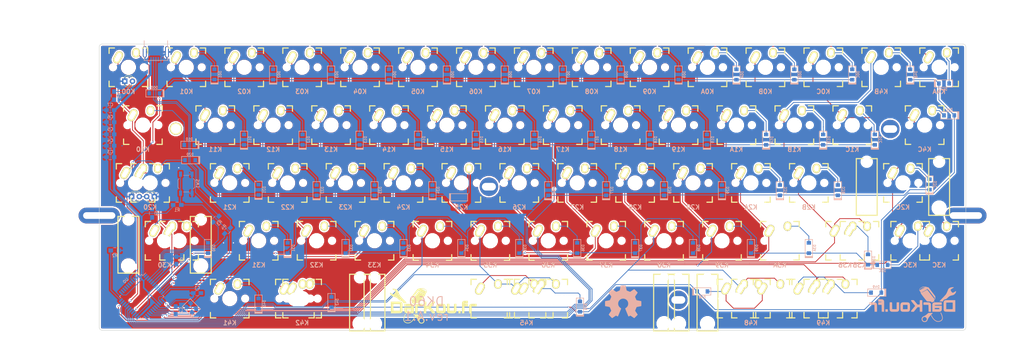
<source format=kicad_pcb>
(kicad_pcb (version 4) (host pcbnew 4.0.5+dfsg1-4)
  (title_block (title "MX/Alps HHKB") (date 2017-05-22) (rev A.1) (company DarKou))
  (layers (0 F.Cu signal) (31 B.Cu signal) (34 B.Paste user) (35 F.Paste user) (36 B.SilkS user) (37 F.SilkS user) (38 B.Mask user) (39 F.Mask user) (44 Edge.Cuts user))
  (net 0 "")
  (net 1 "Net-(C1-Pad1)")
  (net 2 GND)
  (net 3 "Net-(C2-Pad1)")
  (net 4 VCC)
  (net 5 "Net-(C8-Pad1)")
  (net 6 "Net-(D1-Pad2)")
  (net 7 /Row0)
  (net 8 "Net-(D2-Pad2)")
  (net 9 "Net-(D3-Pad2)")
  (net 10 "Net-(D4-Pad2)")
  (net 11 "Net-(D5-Pad2)")
  (net 12 "Net-(D6-Pad2)")
  (net 13 "Net-(D7-Pad2)")
  (net 14 "Net-(D8-Pad2)")
  (net 15 "Net-(D9-Pad2)")
  (net 16 "Net-(D10-Pad2)")
  (net 17 "Net-(D11-Pad2)")
  (net 18 "Net-(D12-Pad2)")
  (net 19 "Net-(D13-Pad2)")
  (net 20 "Net-(D14-Pad2)")
  (net 21 /Row1)
  (net 22 "Net-(D15-Pad2)")
  (net 23 "Net-(D16-Pad2)")
  (net 24 "Net-(D17-Pad2)")
  (net 25 "Net-(D18-Pad2)")
  (net 26 "Net-(D19-Pad2)")
  (net 27 "Net-(D20-Pad2)")
  (net 28 "Net-(D21-Pad2)")
  (net 29 "Net-(D22-Pad2)")
  (net 30 "Net-(D23-Pad2)")
  (net 31 "Net-(D24-Pad2)")
  (net 32 "Net-(D25-Pad2)")
  (net 33 "Net-(D26-Pad2)")
  (net 34 "Net-(D27-Pad2)")
  (net 35 /Row2)
  (net 36 "Net-(D28-Pad2)")
  (net 37 "Net-(D29-Pad2)")
  (net 38 "Net-(D30-Pad2)")
  (net 39 "Net-(D31-Pad2)")
  (net 40 "Net-(D32-Pad2)")
  (net 41 "Net-(D33-Pad2)")
  (net 42 "Net-(D34-Pad2)")
  (net 43 "Net-(D35-Pad2)")
  (net 44 "Net-(D36-Pad2)")
  (net 45 "Net-(D37-Pad2)")
  (net 46 "Net-(D38-Pad2)")
  (net 47 "Net-(D39-Pad2)")
  (net 48 "Net-(D40-Pad2)")
  (net 49 /Row3)
  (net 50 "Net-(D41-Pad2)")
  (net 51 "Net-(D42-Pad2)")
  (net 52 "Net-(D43-Pad2)")
  (net 53 "Net-(D44-Pad2)")
  (net 54 "Net-(D45-Pad2)")
  (net 55 "Net-(D46-Pad2)")
  (net 56 "Net-(D47-Pad2)")
  (net 57 "Net-(D48-Pad2)")
  (net 58 "Net-(D49-Pad2)")
  (net 59 "Net-(D50-Pad2)")
  (net 60 "Net-(D51-Pad2)")
  (net 61 "Net-(D52-Pad2)")
  (net 62 "Net-(D53-Pad2)")
  (net 63 /Row4)
  (net 64 "Net-(D54-Pad2)")
  (net 65 "Net-(D55-Pad2)")
  (net 66 "Net-(D56-Pad2)")
  (net 67 "Net-(D57-Pad2)")
  (net 68 "Net-(D58-Pad2)")
  (net 69 "Net-(D59-Pad2)")
  (net 70 "Net-(D60-Pad2)")
  (net 71 "Net-(J1-Pad2)")
  (net 72 "Net-(J1-Pad3)")
  (net 73 "Net-(J1-Pad4)")
  (net 74 /Col0)
  (net 75 /Col1)
  (net 76 /Col2)
  (net 77 /Col3)
  (net 78 /Col4)
  (net 79 /Col5)
  (net 80 /Col6)
  (net 81 /Col7)
  (net 82 /Col8)
  (net 83 /Col9)
  (net 84 /Col10)
  (net 85 /Col11)
  (net 86 /Col12)
  (net 87 "Net-(R1-Pad2)")
  (net 88 "Net-(R2-Pad1)")
  (net 89 "Net-(R3-Pad1)")
  (net 90 "Net-(R4-Pad2)")
  (net 91 "Net-(U0-Pad35)")
  (net 92 "Net-(U0-Pad36)")
  (net 93 "Net-(U0-Pad37)")
  (net 94 "Net-(U0-Pad38)")
  (net 95 "Net-(U0-Pad39)")
  (net 96 "Net-(U0-Pad42)")
  (net 97 "Net-(U0-Pad43)")
  (net 98 "Net-(LD0-Pad2)")
  (net 99 "Net-(LD1-Pad2)")
  (net 100 /ESC_LED)
  (net 101 /CAPS_LED)
  (net 102 "Net-(U0-Pad40)")
  (module Footprint:Mx_Alps_600 (layer F.Cu) (at 214.3125 183.35625)
    (fp_text reference K64 hide)
    (fp_text value SPACE hide)
    (pad HOLE np_thru_hole circle (at 0 0) (size 3.9878 3.9878) (drill 3.9878) (layers *.Cu))
    (pad HOLE np_thru_hole circle (at -5.08 0) (size 1.7018 1.7018) (drill 1.7018) (layers *.Cu))
    (pad HOLE np_thru_hole circle (at 5.08 0) (size 1.7018 1.7018) (drill 1.7018) (layers *.Cu))
    (pad 1 thru_hole oval (at -3.405 -3.27 330.95) (size 2.5 4.17) (drill oval 1.5 3.17) (layers *.Cu *.Mask F.SilkS) (net 65 "Net-(D55-Pad2)"))
    (pad 2 thru_hole oval (at 2.52 -4.79 356.1) (size 2.5 3.08) (drill oval 1.5 2.08) (layers *.Cu *.Mask F.SilkS) (net 79 /Col5))
  )
  (module Footprint:MXST (layer F.Cu) (at 100.0125 164.30625)
    (fp_text reference MXST hide)
    (fp_text value VAL** hide)
    (pad "" np_thru_hole circle (at 0 -6.985) (size 3.048 3.048) (drill 3.048) (layers *.Cu *.Mask))
    (pad "" np_thru_hole circle (at 0 8.255) (size 3.9802 3.9802) (drill 3.9802) (layers *.Cu *.Mask))
  )
  (module Footprint:MXST (layer F.Cu) (at 76.2 164.30625)
    (fp_text reference MXST hide)
    (fp_text value VAL** hide)
    (pad "" np_thru_hole circle (at 0 -6.985) (size 3.048 3.048) (drill 3.048) (layers *.Cu *.Mask))
    (pad "" np_thru_hole circle (at 0 8.255) (size 3.9802 3.9802) (drill 3.9802) (layers *.Cu *.Mask))
  )
  (module Housings_QFP:TQFP-44_10x10mm_Pitch0.8mm (layer B.Cu) (at 80.6 182.7 225)
    (fp_text reference U0 (at 0 7.450001 225) (layer B.SilkS) (effects (justify mirror)))
    (fp_text value ATMEGA32U4)
    (pad 1 smd rect (at -5.7 4 225) (size 1.5 0.55) (layers B.Cu B.Paste B.Mask) (net 101 /CAPS_LED))
    (pad 2 smd rect (at -5.7 3.2 225) (size 1.5 0.55) (layers B.Cu B.Paste B.Mask) (net 4 VCC))
    (pad 3 smd rect (at -5.7 2.4 225) (size 1.5 0.55) (layers B.Cu B.Paste B.Mask) (net 89 "Net-(R3-Pad1)"))
    (pad 4 smd rect (at -5.7 1.6 225) (size 1.5 0.55) (layers B.Cu B.Paste B.Mask) (net 90 "Net-(R4-Pad2)"))
    (pad 5 smd rect (at -5.7 0.8 225) (size 1.5 0.55) (layers B.Cu B.Paste B.Mask) (net 2 GND))
    (pad 6 smd rect (at -5.7 0 225) (size 1.5 0.55) (layers B.Cu B.Paste B.Mask) (net 5 "Net-(C8-Pad1)"))
    (pad 7 smd rect (at -5.7 -0.8 225) (size 1.5 0.55) (layers B.Cu B.Paste B.Mask) (net 4 VCC))
    (pad 8 smd rect (at -5.7 -1.6 225) (size 1.5 0.55) (layers B.Cu B.Paste B.Mask) (net 74 /Col0))
    (pad 9 smd rect (at -5.7 -2.4 225) (size 1.5 0.55) (layers B.Cu B.Paste B.Mask) (net 77 /Col3))
    (pad 10 smd rect (at -5.7 -3.2 225) (size 1.5 0.55) (layers B.Cu B.Paste B.Mask) (net 76 /Col2))
    (pad 11 smd rect (at -5.7 -4 225) (size 1.5 0.55) (layers B.Cu B.Paste B.Mask) (net 75 /Col1))
    (pad 12 smd rect (at -4 -5.7 135) (size 1.5 0.55) (layers B.Cu B.Paste B.Mask) (net 81 /Col7))
    (pad 13 smd rect (at -3.2 -5.7 135) (size 1.5 0.55) (layers B.Cu B.Paste B.Mask) (net 87 "Net-(R1-Pad2)"))
    (pad 14 smd rect (at -2.4 -5.7 135) (size 1.5 0.55) (layers B.Cu B.Paste B.Mask) (net 4 VCC))
    (pad 15 smd rect (at -1.6 -5.7 135) (size 1.5 0.55) (layers B.Cu B.Paste B.Mask) (net 2 GND))
    (pad 16 smd rect (at -0.8 -5.7 135) (size 1.5 0.55) (layers B.Cu B.Paste B.Mask) (net 1 "Net-(C1-Pad1)"))
    (pad 17 smd rect (at 0 -5.7 135) (size 1.5 0.55) (layers B.Cu B.Paste B.Mask) (net 3 "Net-(C2-Pad1)"))
    (pad 18 smd rect (at 0.8 -5.7 135) (size 1.5 0.55) (layers B.Cu B.Paste B.Mask) (net 84 /Col10))
    (pad 19 smd rect (at 1.6 -5.7 135) (size 1.5 0.55) (layers B.Cu B.Paste B.Mask) (net 85 /Col11))
    (pad 20 smd rect (at 2.4 -5.7 135) (size 1.5 0.55) (layers B.Cu B.Paste B.Mask) (net 86 /Col12))
    (pad 21 smd rect (at 3.2 -5.7 135) (size 1.5 0.55) (layers B.Cu B.Paste B.Mask) (net 78 /Col4))
    (pad 22 smd rect (at 4 -5.7 135) (size 1.5 0.55) (layers B.Cu B.Paste B.Mask) (net 79 /Col5))
    (pad 23 smd rect (at 5.7 -4 225) (size 1.5 0.55) (layers B.Cu B.Paste B.Mask) (net 2 GND))
    (pad 24 smd rect (at 5.7 -3.2 225) (size 1.5 0.55) (layers B.Cu B.Paste B.Mask) (net 4 VCC))
    (pad 25 smd rect (at 5.7 -2.4 225) (size 1.5 0.55) (layers B.Cu B.Paste B.Mask) (net 63 /Row4))
    (pad 26 smd rect (at 5.7 -1.6 225) (size 1.5 0.55) (layers B.Cu B.Paste B.Mask) (net 49 /Row3))
    (pad 27 smd rect (at 5.7 -0.8 225) (size 1.5 0.55) (layers B.Cu B.Paste B.Mask) (net 35 /Row2))
    (pad 28 smd rect (at 5.7 0 225) (size 1.5 0.55) (layers B.Cu B.Paste B.Mask) (net 21 /Row1))
    (pad 29 smd rect (at 5.7 0.8 225) (size 1.5 0.55) (layers B.Cu B.Paste B.Mask) (net 80 /Col6))
    (pad 30 smd rect (at 5.7 1.6 225) (size 1.5 0.55) (layers B.Cu B.Paste B.Mask) (net 7 /Row0))
    (pad 31 smd rect (at 5.7 2.4 225) (size 1.5 0.55) (layers B.Cu B.Paste B.Mask) (net 82 /Col8))
    (pad 32 smd rect (at 5.7 3.2 225) (size 1.5 0.55) (layers B.Cu B.Paste B.Mask) (net 83 /Col9))
    (pad 33 smd rect (at 5.7 4 225) (size 1.5 0.55) (layers B.Cu B.Paste B.Mask) (net 88 "Net-(R2-Pad1)"))
    (pad 34 smd rect (at 4 5.7 135) (size 1.5 0.55) (layers B.Cu B.Paste B.Mask) (net 4 VCC))
    (pad 35 smd rect (at 3.2 5.7 135) (size 1.5 0.55) (layers B.Cu B.Paste B.Mask) (net 91 "Net-(U0-Pad35)"))
    (pad 36 smd rect (at 2.4 5.7 135) (size 1.5 0.55) (layers B.Cu B.Paste B.Mask) (net 92 "Net-(U0-Pad36)"))
    (pad 37 smd rect (at 1.6 5.7 135) (size 1.5 0.55) (layers B.Cu B.Paste B.Mask) (net 93 "Net-(U0-Pad37)"))
    (pad 38 smd rect (at 0.8 5.7 135) (size 1.5 0.55) (layers B.Cu B.Paste B.Mask) (net 94 "Net-(U0-Pad38)"))
    (pad 39 smd rect (at 0 5.7 135) (size 1.5 0.55) (layers B.Cu B.Paste B.Mask) (net 95 "Net-(U0-Pad39)"))
    (pad 40 smd rect (at -0.8 5.7 135) (size 1.5 0.55) (layers B.Cu B.Paste B.Mask) (net 102 "Net-(U0-Pad40)"))
    (pad 41 smd rect (at -1.6 5.7 135) (size 1.5 0.55) (layers B.Cu B.Paste B.Mask) (net 100 /ESC_LED))
    (pad 42 smd rect (at -2.4 5.7 135) (size 1.5 0.55) (layers B.Cu B.Paste B.Mask) (net 96 "Net-(U0-Pad42)"))
    (pad 43 smd rect (at -3.2 5.7 135) (size 1.5 0.55) (layers B.Cu B.Paste B.Mask) (net 97 "Net-(U0-Pad43)"))
    (pad 44 smd rect (at -4 5.7 135) (size 1.5 0.55) (layers B.Cu B.Paste B.Mask) (net 4 VCC))
  )
  (module Capacitors_SMD:C_0805_HandSoldering (layer B.Cu) (at 98.8 181.55 180)
    (fp_text reference C1 (at 0 1.75 180) (layer B.SilkS) (effects (justify mirror)))
    (fp_text value 22p)
    (pad 1 smd rect (at -1.25 0 180) (size 1.5 1.25) (layers B.Cu B.Paste B.Mask) (net 1 "Net-(C1-Pad1)"))
    (pad 2 smd rect (at 1.25 0 180) (size 1.5 1.25) (layers B.Cu B.Paste B.Mask) (net 2 GND))
  )
  (module Capacitors_SMD:C_0805_HandSoldering (layer B.Cu) (at 91.75 187.2 90)
    (fp_text reference C2 (at 0 1.75 90) (layer B.SilkS) (effects (justify mirror)))
    (fp_text value 22p)
    (pad 1 smd rect (at -1.25 0 90) (size 1.5 1.25) (layers B.Cu B.Paste B.Mask) (net 3 "Net-(C2-Pad1)"))
    (pad 2 smd rect (at 1.25 0 90) (size 1.5 1.25) (layers B.Cu B.Paste B.Mask) (net 2 GND))
  )
  (module Capacitors_SMD:C_0805_HandSoldering (layer B.Cu) (at 70.25 136.75 180)
    (fp_text reference C3 (at 0 1.75 180) (layer B.SilkS) (effects (justify mirror)))
    (fp_text value 0.1u hide)
    (pad 1 smd rect (at -1.25 0 180) (size 1.5 1.25) (layers B.Cu B.Paste B.Mask) (net 4 VCC))
    (pad 2 smd rect (at 1.25 0 180) (size 1.5 1.25) (layers B.Cu B.Paste B.Mask) (net 2 GND))
  )
  (module Capacitors_SMD:C_0805_HandSoldering (layer B.Cu) (at 70.25 133 180)
    (fp_text reference C4 (at 0 1.75 180) (layer B.SilkS) (effects (justify mirror)))
    (fp_text value 0.1u hide)
    (pad 1 smd rect (at -1.25 0 180) (size 1.5 1.25) (layers B.Cu B.Paste B.Mask) (net 4 VCC))
    (pad 2 smd rect (at 1.25 0 180) (size 1.5 1.25) (layers B.Cu B.Paste B.Mask) (net 2 GND))
  )
  (module Capacitors_SMD:C_0805_HandSoldering (layer B.Cu) (at 70.25 129.25 180)
    (fp_text reference C5 (at 0 1.75 180) (layer B.SilkS) (effects (justify mirror)))
    (fp_text value 0.1u hide)
    (pad 1 smd rect (at -1.25 0 180) (size 1.5 1.25) (layers B.Cu B.Paste B.Mask) (net 4 VCC))
    (pad 2 smd rect (at 1.25 0 180) (size 1.5 1.25) (layers B.Cu B.Paste B.Mask) (net 2 GND))
  )
  (module Capacitors_SMD:C_0805_HandSoldering (layer B.Cu) (at 70.25 125.25 180)
    (fp_text reference C6 (at 0 1.75 180) (layer B.SilkS) (effects (justify mirror)))
    (fp_text value 0.1u hide)
    (pad 1 smd rect (at -1.25 0 180) (size 1.5 1.25) (layers B.Cu B.Paste B.Mask) (net 4 VCC))
    (pad 2 smd rect (at 1.25 0 180) (size 1.5 1.25) (layers B.Cu B.Paste B.Mask) (net 2 GND))
  )
  (module Capacitors_SMD:C_0805_HandSoldering (layer B.Cu) (at 70.25 121.25 180)
    (fp_text reference C7 (at 0 1.75 180) (layer B.SilkS) (effects (justify mirror)))
    (fp_text value 4.7u hide)
    (pad 1 smd rect (at -1.25 0 180) (size 1.5 1.25) (layers B.Cu B.Paste B.Mask) (net 4 VCC))
    (pad 2 smd rect (at 1.25 0 180) (size 1.5 1.25) (layers B.Cu B.Paste B.Mask) (net 2 GND))
  )
  (module Capacitors_SMD:C_0805_HandSoldering (layer B.Cu) (at 92 170.75 90)
    (fp_text reference C8 (at 0 1.75 90) (layer B.SilkS) (effects (justify mirror)))
    (fp_text value 1u)
    (pad 1 smd rect (at -1.25 0 90) (size 1.5 1.25) (layers B.Cu B.Paste B.Mask) (net 5 "Net-(C8-Pad1)"))
    (pad 2 smd rect (at 1.25 0 90) (size 1.5 1.25) (layers B.Cu B.Paste B.Mask) (net 2 GND))
  )
  (module Resistors_SMD:R_0805_HandSoldering (layer B.Cu) (at 92.25 152.5)
    (fp_text reference R1 (at 0 1.7) (layer B.SilkS) (effects (justify mirror)))
    (fp_text value 10K)
    (pad 1 smd rect (at -1.35 0) (size 1.5 1.3) (layers B.Cu B.Paste B.Mask) (net 4 VCC))
    (pad 2 smd rect (at 1.35 0) (size 1.5 1.3) (layers B.Cu B.Paste B.Mask) (net 87 "Net-(R1-Pad2)"))
  )
  (module Resistors_SMD:R_0805_HandSoldering (layer B.Cu) (at 71.75 167.5)
    (fp_text reference R2 (at 0 1.700001) (layer B.SilkS) (effects (justify mirror)))
    (fp_text value 10K)
    (pad 1 smd rect (at -1.35 0) (size 1.5 1.3) (layers B.Cu B.Paste B.Mask) (net 88 "Net-(R2-Pad1)"))
    (pad 2 smd rect (at 1.35 0) (size 1.5 1.3) (layers B.Cu B.Paste B.Mask) (net 2 GND))
  )
  (module Resistors_SMD:R_0805_HandSoldering (layer B.Cu) (at 105 157.2 45)
    (fp_text reference R3 (at 0 1.7 45) (layer B.SilkS) (effects (justify mirror)))
    (fp_text value 22)
    (pad 1 smd rect (at -1.35 0 45) (size 1.5 1.3) (layers B.Cu B.Paste B.Mask) (net 89 "Net-(R3-Pad1)"))
    (pad 2 smd rect (at 1.35 0 45) (size 1.5 1.3) (layers B.Cu B.Paste B.Mask) (net 71 "Net-(J1-Pad2)"))
  )
  (module Resistors_SMD:R_0805_HandSoldering (layer B.Cu) (at 108.8 161 225)
    (fp_text reference R4 (at 0 1.7 225) (layer B.SilkS) (effects (justify mirror)))
    (fp_text value 22)
    (pad 1 smd rect (at -1.35 0 225) (size 1.5 1.3) (layers B.Cu B.Paste B.Mask) (net 72 "Net-(J1-Pad3)"))
    (pad 2 smd rect (at 1.35 0 225) (size 1.5 1.3) (layers B.Cu B.Paste B.Mask) (net 90 "Net-(R4-Pad2)"))
  )
  (module Buttons_Switches_SMD:SW_SPST_TL3342 (layer B.Cu) (at 95.25 145.5 90)
    (fp_text reference SW1 (at 0 3.75 90) (layer B.SilkS) (effects (justify mirror)))
    (fp_text value SW_PUSH)
    (pad 1 smd rect (at -3.15 1.9 90) (size 1.7 1) (layers B.Cu B.Paste B.Mask) (net 2 GND))
    (pad 1 smd rect (at 3.15 1.9 90) (size 1.7 1) (layers B.Cu B.Paste B.Mask) (net 2 GND))
    (pad 2 smd rect (at -3.15 -1.9 90) (size 1.7 1) (layers B.Cu B.Paste B.Mask) (net 87 "Net-(R1-Pad2)"))
    (pad 2 smd rect (at 3.15 -1.9 90) (size 1.7 1) (layers B.Cu B.Paste B.Mask) (net 87 "Net-(R1-Pad2)"))
  )
  (module Footprint:Poker_side_edge_long (layer F.Cu) (at 66.6 156)
    (fp_text reference Poker_side_edge_long hide)
    (fp_text value VAL** hide)
    (pad "" thru_hole oval (at 0 0) (size 13.6 5.2) (drill oval 10.6 2.2) (layers *.Cu *.Mask))
  )
  (module Footprint:Poker_side_edge_long (layer F.Cu) (at 351.7 156)
    (fp_text reference Poker_side_edge_long hide)
    (fp_text value VAL** hide)
    (pad "" thru_hole oval (at 0 0) (size 13.6 5.2) (drill oval 10.6 2.2) (layers *.Cu *.Mask))
  )
  (module Footprint:HOLE_M3 (layer F.Cu) (at 91.8 127.4)
    (fp_text reference HOLE_M3 hide)
    (fp_text value VAL** hide)
    (pad 1 thru_hole circle (at 0 0) (size 4 4) (drill 3.2) (layers *.Cu *.Mask F.SilkS))
  )
  (module Footprint:Poker_oval_hole (layer F.Cu) (at 326.8 127.5)
    (fp_text reference Poker_oval_hole hide)
    (fp_text value VAL** hide)
    (pad "" thru_hole circle (at 0 0) (size 6.1 6.1) (drill oval 4.6 2.5) (layers *.Cu *.Mask))
  )
  (module Footprint:Poker_oval_hole (layer F.Cu) (at 257.1 183.8)
    (fp_text reference Poker_oval_hole hide)
    (fp_text value VAL** hide)
    (pad "" thru_hole circle (at 0 0) (size 6.1 6.1) (drill oval 4.6 2.5) (layers *.Cu *.Mask))
  )
  (module Footprint:Poker_oval_hole (layer F.Cu) (at 194.8 146.5)
    (fp_text reference Poker_oval_hole hide)
    (fp_text value VAL** hide)
    (pad "" thru_hole circle (at 0 0) (size 6.1 6.1) (drill oval 4.6 2.5) (layers *.Cu *.Mask))
  )
  (module Footprint:OPEN-HARDWARE (layer B.Cu) (at 239 184.5 180)
    (fp_text reference G*** hide)
    (fp_text value LOGO hide)
  )
  (module Footprint:darkou (layer B.Cu) (at 334.25 185.25 180)
    (fp_text reference G*** hide)
    (fp_text value LOGO hide)
  )
  (module Footprint:darkou (layer F.Cu) (at 176.5 185.75)
    (fp_text reference G*** hide)
    (fp_text value LOGO hide)
  )
  (module Footprint:FA-238 (layer B.Cu) (at 96.9 186.4 315)
    (fp_text reference X1 hide)
    (fp_text value XTAL_GND hide)
    (pad 3 smd rect (at -1.1 0.8 315) (size 1.4 1.2) (drill (offset -0.1 0.05)) (layers B.Cu B.Paste B.Mask) (net 2 GND) (clearance 0.2))
    (pad 2 smd rect (at 1.1 0.8 315) (size 1.4 1.2) (drill (offset 0.1 0.05)) (layers B.Cu B.Paste B.Mask) (net 3 "Net-(C2-Pad1)") (clearance 0.2))
    (pad 1 smd rect (at -1.1 -0.8 315) (size 1.4 1.2) (drill (offset -0.1 -0.05)) (layers B.Cu B.Paste B.Mask) (net 1 "Net-(C1-Pad1)") (clearance 0.2))
    (pad 3 smd rect (at 1.1 -0.8 315) (size 1.4 1.2) (drill (offset 0.1 -0.05)) (layers B.Cu B.Paste B.Mask) (net 2 GND) (clearance 0.2))
  )
  (module LEDs:LED_D3.0mm (layer F.Cu) (at 75 111.75)
    (fp_text reference LD0 hide)
    (fp_text value ESC_LED hide)
    (pad 1 thru_hole rect (at 0 0) (size 1.8 1.8) (drill 0.9) (layers *.Cu *.Mask) (net 2 GND))
    (pad 2 thru_hole circle (at 2.54 0) (size 1.8 1.8) (drill 0.9) (layers *.Cu *.Mask) (net 98 "Net-(LD0-Pad2)"))
  )
  (module LEDs:LED_D3.0mm (layer F.Cu) (at 77.25 149.75)
    (fp_text reference LD1 hide)
    (fp_text value CAPS_LED hide)
    (pad 1 thru_hole rect (at 0 0) (size 1.8 1.8) (drill 0.9) (layers *.Cu *.Mask) (net 2 GND))
    (pad 2 thru_hole circle (at 2.54 0) (size 1.8 1.8) (drill 0.9) (layers *.Cu *.Mask) (net 99 "Net-(LD1-Pad2)"))
  )
  (module Resistors_SMD:R_0805_HandSoldering (layer B.Cu) (at 71.5 116.5 90)
    (fp_text reference R5 (at 0 1.7 90) (layer B.SilkS) (effects (justify mirror)))
    (fp_text value R)
    (pad 1 smd rect (at -1.35 0 90) (size 1.5 1.3) (layers B.Cu B.Paste B.Mask) (net 100 /ESC_LED))
    (pad 2 smd rect (at 1.35 0 90) (size 1.5 1.3) (layers B.Cu B.Paste B.Mask) (net 98 "Net-(LD0-Pad2)"))
  )
  (module Resistors_SMD:R_0805_HandSoldering (layer B.Cu) (at 84 155.25 90)
    (fp_text reference R6 (at 0 1.7 90) (layer B.SilkS) (effects (justify mirror)))
    (fp_text value R)
    (pad 1 smd rect (at -1.35 0 90) (size 1.5 1.3) (layers B.Cu B.Paste B.Mask) (net 101 /CAPS_LED))
    (pad 2 smd rect (at 1.35 0 90) (size 1.5 1.3) (layers B.Cu B.Paste B.Mask) (net 99 "Net-(LD1-Pad2)"))
  )
  (module LEDs:LED_D3.0mm (layer F.Cu) (at 84.75 149.75 180)
    (fp_text reference LD2 hide)
    (fp_text value CAPS_LED hide)
    (pad 1 thru_hole rect (at 0 0 180) (size 1.8 1.8) (drill 0.9) (layers *.Cu *.Mask) (net 2 GND))
    (pad 2 thru_hole circle (at 2.54 0 180) (size 1.8 1.8) (drill 0.9) (layers *.Cu *.Mask) (net 99 "Net-(LD1-Pad2)"))
  )
  (module Footprint:Mx_Alps_175_STEPPED (layer F.Cu) (at 78.58125 145.25625)
    (fp_text reference K61 hide)
    (fp_text value Ctrl hide)
    (pad HOLE np_thru_hole circle (at 0 0) (size 3.9878 3.9878) (drill 3.9878) (layers *.Cu))
    (pad HOLE np_thru_hole circle (at -5.08 0) (size 1.7018 1.7018) (drill 1.7018) (layers *.Cu))
    (pad HOLE np_thru_hole circle (at 5.08 0) (size 1.7018 1.7018) (drill 1.7018) (layers *.Cu))
    (pad 1 thru_hole oval (at -3.405 -3.27 330.95) (size 2.5 4.17) (drill oval 1.5 3.17) (layers *.Cu *.Mask F.SilkS) (net 34 "Net-(D27-Pad2)"))
    (pad 2 thru_hole oval (at 2.52 -4.79 356.1) (size 2.5 3.08) (drill oval 1.5 2.08) (layers *.Cu *.Mask F.SilkS) (net 74 /Col0))
  )
  (module Footprint:USB_miniB_hirose_5S8 (layer B.Cu) (at 85.25 104.5)
    (fp_text reference J1 hide)
    (fp_text value USB_mini_micro_B hide)
    (pad 1 smd rect (at -1.6 0) (size 0.5 1.4) (layers B.Cu B.Paste B.Mask) (net 4 VCC))
    (pad 2 smd rect (at -0.8 0) (size 0.5 1.4) (layers B.Cu B.Paste B.Mask) (net 71 "Net-(J1-Pad2)"))
    (pad 3 smd rect (at 0 0) (size 0.5 1.4) (layers B.Cu B.Paste B.Mask) (net 72 "Net-(J1-Pad3)"))
    (pad 4 smd rect (at 0.8 0) (size 0.5 1.4) (layers B.Cu B.Paste B.Mask) (net 73 "Net-(J1-Pad4)"))
    (pad 5 smd rect (at 1.6 0) (size 0.5 1.4) (layers B.Cu B.Paste B.Mask) (net 2 GND))
    (pad 6 thru_hole oval (at -3.65 -2.4) (size 1.3 3.8) (drill oval 0.7 3.2) (layers *.Cu *.Mask B.Paste) (net 2 GND))
    (pad 6 thru_hole oval (at 3.65 -2.4) (size 1.3 3.8) (drill oval 0.7 3.2) (layers *.Cu *.Mask B.Paste) (net 2 GND))
  )
  (module Footprint:Mx_Alps_100 (layer F.Cu) (at 300.0375 183.35625)
    (fp_text reference K68 hide)
    (fp_text value R_GUI hide)
    (pad HOLE np_thru_hole circle (at 0 0) (size 3.9878 3.9878) (drill 3.9878) (layers *.Cu))
    (pad HOLE np_thru_hole circle (at -5.08 0) (size 1.7018 1.7018) (drill 1.7018) (layers *.Cu))
    (pad HOLE np_thru_hole circle (at 5.08 0) (size 1.7018 1.7018) (drill 1.7018) (layers *.Cu))
    (pad 1 thru_hole oval (at -3.405 -3.27 330.95) (size 2.5 4.17) (drill oval 1.5 3.17) (layers *.Cu *.Mask F.SilkS) (net 67 "Net-(D57-Pad2)"))
    (pad 2 thru_hole oval (at 2.52 -4.79 356.1) (size 2.5 3.08) (drill oval 1.5 2.08) (layers *.Cu *.Mask F.SilkS) (net 83 /Col9))
  )
  (module Footprint:Mx_Alps_100 (layer F.Cu) (at 309.5625 183.35625)
    (fp_text reference K67 hide)
    (fp_text value R_GUI hide)
    (pad HOLE np_thru_hole circle (at 0 0) (size 3.9878 3.9878) (drill 3.9878) (layers *.Cu))
    (pad HOLE np_thru_hole circle (at -5.08 0) (size 1.7018 1.7018) (drill 1.7018) (layers *.Cu))
    (pad HOLE np_thru_hole circle (at 5.08 0) (size 1.7018 1.7018) (drill 1.7018) (layers *.Cu))
    (pad 1 thru_hole oval (at -3.405 -3.27 330.95) (size 2.5 4.17) (drill oval 1.5 3.17) (layers *.Cu *.Mask F.SilkS) (net 67 "Net-(D57-Pad2)"))
    (pad 2 thru_hole oval (at 2.52 -4.79 356.1) (size 2.5 3.08) (drill oval 1.5 2.08) (layers *.Cu *.Mask F.SilkS) (net 83 /Col9))
  )
  (module Footprint:Mx_Alps_100 (layer F.Cu) (at 323.85 107.15625)
    (fp_text reference K59 hide)
    (fp_text value K4B (at 0 8) (layer B.SilkS) (effects (font (thickness 0.3048)) (justify mirror)))
    (pad HOLE np_thru_hole circle (at 0 0) (size 3.9878 3.9878) (drill 3.9878) (layers *.Cu))
    (pad HOLE np_thru_hole circle (at -5.08 0) (size 1.7018 1.7018) (drill 1.7018) (layers *.Cu))
    (pad HOLE np_thru_hole circle (at 5.08 0) (size 1.7018 1.7018) (drill 1.7018) (layers *.Cu))
    (pad 1 thru_hole oval (at -3.405 -3.27 330.95) (size 2.5 4.17) (drill oval 1.5 3.17) (layers *.Cu *.Mask F.SilkS) (net 85 /Col11))
    (pad 2 thru_hole oval (at 2.52 -4.79 356.1) (size 2.5 3.08) (drill oval 1.5 2.08) (layers *.Cu *.Mask F.SilkS) (net 69 "Net-(D59-Pad2)"))
  )
  (module Footprint:Mx_Alps_100 (layer F.Cu) (at 76.2 107.15625)
    (fp_text reference K1 hide)
    (fp_text value K00 (at 0 8) (layer B.SilkS) (effects (font (thickness 0.3048)) (justify mirror)))
    (pad HOLE np_thru_hole circle (at 0 0) (size 3.9878 3.9878) (drill 3.9878) (layers *.Cu))
    (pad HOLE np_thru_hole circle (at -5.08 0) (size 1.7018 1.7018) (drill 1.7018) (layers *.Cu))
    (pad HOLE np_thru_hole circle (at 5.08 0) (size 1.7018 1.7018) (drill 1.7018) (layers *.Cu))
    (pad 1 thru_hole oval (at -3.405 -3.27 330.95) (size 2.5 4.17) (drill oval 1.5 3.17) (layers *.Cu *.Mask F.SilkS) (net 74 /Col0))
    (pad 2 thru_hole oval (at 2.52 -4.79 356.1) (size 2.5 3.08) (drill oval 1.5 2.08) (layers *.Cu *.Mask F.SilkS) (net 6 "Net-(D1-Pad2)"))
  )
  (module Footprint:Mx_Alps_100 (layer F.Cu) (at 114.3 107.15625)
    (fp_text reference K3 hide)
    (fp_text value K02 (at 0 8) (layer B.SilkS) (effects (font (thickness 0.3048)) (justify mirror)))
    (pad HOLE np_thru_hole circle (at 0 0) (size 3.9878 3.9878) (drill 3.9878) (layers *.Cu))
    (pad HOLE np_thru_hole circle (at -5.08 0) (size 1.7018 1.7018) (drill 1.7018) (layers *.Cu))
    (pad HOLE np_thru_hole circle (at 5.08 0) (size 1.7018 1.7018) (drill 1.7018) (layers *.Cu))
    (pad 1 thru_hole oval (at -3.405 -3.27 330.95) (size 2.5 4.17) (drill oval 1.5 3.17) (layers *.Cu *.Mask F.SilkS) (net 76 /Col2))
    (pad 2 thru_hole oval (at 2.52 -4.79 356.1) (size 2.5 3.08) (drill oval 1.5 2.08) (layers *.Cu *.Mask F.SilkS) (net 9 "Net-(D3-Pad2)"))
  )
  (module Footprint:Mx_Alps_100 (layer F.Cu) (at 133.35 107.15625)
    (fp_text reference K4 hide)
    (fp_text value K03 (at 0 8) (layer B.SilkS) (effects (font (thickness 0.3048)) (justify mirror)))
    (pad HOLE np_thru_hole circle (at 0 0) (size 3.9878 3.9878) (drill 3.9878) (layers *.Cu))
    (pad HOLE np_thru_hole circle (at -5.08 0) (size 1.7018 1.7018) (drill 1.7018) (layers *.Cu))
    (pad HOLE np_thru_hole circle (at 5.08 0) (size 1.7018 1.7018) (drill 1.7018) (layers *.Cu))
    (pad 1 thru_hole oval (at -3.405 -3.27 330.95) (size 2.5 4.17) (drill oval 1.5 3.17) (layers *.Cu *.Mask F.SilkS) (net 77 /Col3))
    (pad 2 thru_hole oval (at 2.52 -4.79 356.1) (size 2.5 3.08) (drill oval 1.5 2.08) (layers *.Cu *.Mask F.SilkS) (net 10 "Net-(D4-Pad2)"))
  )
  (module Footprint:Mx_Alps_100 (layer F.Cu) (at 152.4 107.15625)
    (fp_text reference K5 hide)
    (fp_text value K04 (at 0 8) (layer B.SilkS) (effects (font (thickness 0.3048)) (justify mirror)))
    (pad HOLE np_thru_hole circle (at 0 0) (size 3.9878 3.9878) (drill 3.9878) (layers *.Cu))
    (pad HOLE np_thru_hole circle (at -5.08 0) (size 1.7018 1.7018) (drill 1.7018) (layers *.Cu))
    (pad HOLE np_thru_hole circle (at 5.08 0) (size 1.7018 1.7018) (drill 1.7018) (layers *.Cu))
    (pad 1 thru_hole oval (at -3.405 -3.27 330.95) (size 2.5 4.17) (drill oval 1.5 3.17) (layers *.Cu *.Mask F.SilkS) (net 78 /Col4))
    (pad 2 thru_hole oval (at 2.52 -4.79 356.1) (size 2.5 3.08) (drill oval 1.5 2.08) (layers *.Cu *.Mask F.SilkS) (net 11 "Net-(D5-Pad2)"))
  )
  (module Footprint:Mx_Alps_100 (layer F.Cu) (at 171.45 107.15625)
    (fp_text reference K6 hide)
    (fp_text value K05 (at 0 8) (layer B.SilkS) (effects (font (thickness 0.3048)) (justify mirror)))
    (pad HOLE np_thru_hole circle (at 0 0) (size 3.9878 3.9878) (drill 3.9878) (layers *.Cu))
    (pad HOLE np_thru_hole circle (at -5.08 0) (size 1.7018 1.7018) (drill 1.7018) (layers *.Cu))
    (pad HOLE np_thru_hole circle (at 5.08 0) (size 1.7018 1.7018) (drill 1.7018) (layers *.Cu))
    (pad 1 thru_hole oval (at -3.405 -3.27 330.95) (size 2.5 4.17) (drill oval 1.5 3.17) (layers *.Cu *.Mask F.SilkS) (net 79 /Col5))
    (pad 2 thru_hole oval (at 2.52 -4.79 356.1) (size 2.5 3.08) (drill oval 1.5 2.08) (layers *.Cu *.Mask F.SilkS) (net 12 "Net-(D6-Pad2)"))
  )
  (module Footprint:Mx_Alps_100 (layer F.Cu) (at 190.5 107.15625)
    (fp_text reference K7 hide)
    (fp_text value K06 (at 0 8) (layer B.SilkS) (effects (font (thickness 0.3048)) (justify mirror)))
    (pad HOLE np_thru_hole circle (at 0 0) (size 3.9878 3.9878) (drill 3.9878) (layers *.Cu))
    (pad HOLE np_thru_hole circle (at -5.08 0) (size 1.7018 1.7018) (drill 1.7018) (layers *.Cu))
    (pad HOLE np_thru_hole circle (at 5.08 0) (size 1.7018 1.7018) (drill 1.7018) (layers *.Cu))
    (pad 1 thru_hole oval (at -3.405 -3.27 330.95) (size 2.5 4.17) (drill oval 1.5 3.17) (layers *.Cu *.Mask F.SilkS) (net 80 /Col6))
    (pad 2 thru_hole oval (at 2.52 -4.79 356.1) (size 2.5 3.08) (drill oval 1.5 2.08) (layers *.Cu *.Mask F.SilkS) (net 13 "Net-(D7-Pad2)"))
  )
  (module Footprint:Mx_Alps_100 (layer F.Cu) (at 209.55 107.15625)
    (fp_text reference K8 hide)
    (fp_text value K07 (at 0 8) (layer B.SilkS) (effects (font (thickness 0.3048)) (justify mirror)))
    (pad HOLE np_thru_hole circle (at 0 0) (size 3.9878 3.9878) (drill 3.9878) (layers *.Cu))
    (pad HOLE np_thru_hole circle (at -5.08 0) (size 1.7018 1.7018) (drill 1.7018) (layers *.Cu))
    (pad HOLE np_thru_hole circle (at 5.08 0) (size 1.7018 1.7018) (drill 1.7018) (layers *.Cu))
    (pad 1 thru_hole oval (at -3.405 -3.27 330.95) (size 2.5 4.17) (drill oval 1.5 3.17) (layers *.Cu *.Mask F.SilkS) (net 81 /Col7))
    (pad 2 thru_hole oval (at 2.52 -4.79 356.1) (size 2.5 3.08) (drill oval 1.5 2.08) (layers *.Cu *.Mask F.SilkS) (net 14 "Net-(D8-Pad2)"))
  )
  (module Footprint:Mx_Alps_100 (layer F.Cu) (at 228.6 107.15625)
    (fp_text reference K9 hide)
    (fp_text value K08 (at 0 8) (layer B.SilkS) (effects (font (thickness 0.3048)) (justify mirror)))
    (pad HOLE np_thru_hole circle (at 0 0) (size 3.9878 3.9878) (drill 3.9878) (layers *.Cu))
    (pad HOLE np_thru_hole circle (at -5.08 0) (size 1.7018 1.7018) (drill 1.7018) (layers *.Cu))
    (pad HOLE np_thru_hole circle (at 5.08 0) (size 1.7018 1.7018) (drill 1.7018) (layers *.Cu))
    (pad 1 thru_hole oval (at -3.405 -3.27 330.95) (size 2.5 4.17) (drill oval 1.5 3.17) (layers *.Cu *.Mask F.SilkS) (net 82 /Col8))
    (pad 2 thru_hole oval (at 2.52 -4.79 356.1) (size 2.5 3.08) (drill oval 1.5 2.08) (layers *.Cu *.Mask F.SilkS) (net 15 "Net-(D9-Pad2)"))
  )
  (module Footprint:Mx_Alps_100 (layer F.Cu) (at 247.65 107.15625)
    (fp_text reference K10 hide)
    (fp_text value K09 (at 0 8) (layer B.SilkS) (effects (font (thickness 0.3048)) (justify mirror)))
    (pad HOLE np_thru_hole circle (at 0 0) (size 3.9878 3.9878) (drill 3.9878) (layers *.Cu))
    (pad HOLE np_thru_hole circle (at -5.08 0) (size 1.7018 1.7018) (drill 1.7018) (layers *.Cu))
    (pad HOLE np_thru_hole circle (at 5.08 0) (size 1.7018 1.7018) (drill 1.7018) (layers *.Cu))
    (pad 1 thru_hole oval (at -3.405 -3.27 330.95) (size 2.5 4.17) (drill oval 1.5 3.17) (layers *.Cu *.Mask F.SilkS) (net 83 /Col9))
    (pad 2 thru_hole oval (at 2.52 -4.79 356.1) (size 2.5 3.08) (drill oval 1.5 2.08) (layers *.Cu *.Mask F.SilkS) (net 16 "Net-(D10-Pad2)"))
  )
  (module Footprint:Mx_Alps_100 (layer F.Cu) (at 266.7 107.15625)
    (fp_text reference K11 hide)
    (fp_text value K0A (at 0 8) (layer B.SilkS) (effects (font (thickness 0.3048)) (justify mirror)))
    (pad HOLE np_thru_hole circle (at 0 0) (size 3.9878 3.9878) (drill 3.9878) (layers *.Cu))
    (pad HOLE np_thru_hole circle (at -5.08 0) (size 1.7018 1.7018) (drill 1.7018) (layers *.Cu))
    (pad HOLE np_thru_hole circle (at 5.08 0) (size 1.7018 1.7018) (drill 1.7018) (layers *.Cu))
    (pad 1 thru_hole oval (at -3.405 -3.27 330.95) (size 2.5 4.17) (drill oval 1.5 3.17) (layers *.Cu *.Mask F.SilkS) (net 84 /Col10))
    (pad 2 thru_hole oval (at 2.52 -4.79 356.1) (size 2.5 3.08) (drill oval 1.5 2.08) (layers *.Cu *.Mask F.SilkS) (net 17 "Net-(D11-Pad2)"))
  )
  (module Footprint:Mx_Alps_100 (layer F.Cu) (at 285.75 107.15625)
    (fp_text reference K12 hide)
    (fp_text value K0B (at 0 8) (layer B.SilkS) (effects (font (thickness 0.3048)) (justify mirror)))
    (pad HOLE np_thru_hole circle (at 0 0) (size 3.9878 3.9878) (drill 3.9878) (layers *.Cu))
    (pad HOLE np_thru_hole circle (at -5.08 0) (size 1.7018 1.7018) (drill 1.7018) (layers *.Cu))
    (pad HOLE np_thru_hole circle (at 5.08 0) (size 1.7018 1.7018) (drill 1.7018) (layers *.Cu))
    (pad 1 thru_hole oval (at -3.405 -3.27 330.95) (size 2.5 4.17) (drill oval 1.5 3.17) (layers *.Cu *.Mask F.SilkS) (net 85 /Col11))
    (pad 2 thru_hole oval (at 2.52 -4.79 356.1) (size 2.5 3.08) (drill oval 1.5 2.08) (layers *.Cu *.Mask F.SilkS) (net 18 "Net-(D12-Pad2)"))
  )
  (module Footprint:Mx_Alps_100 (layer F.Cu) (at 304.8 107.15625)
    (fp_text reference K13 hide)
    (fp_text value K0C (at 0 8) (layer B.SilkS) (effects (font (thickness 0.3048)) (justify mirror)))
    (pad HOLE np_thru_hole circle (at 0 0) (size 3.9878 3.9878) (drill 3.9878) (layers *.Cu))
    (pad HOLE np_thru_hole circle (at -5.08 0) (size 1.7018 1.7018) (drill 1.7018) (layers *.Cu))
    (pad HOLE np_thru_hole circle (at 5.08 0) (size 1.7018 1.7018) (drill 1.7018) (layers *.Cu))
    (pad 1 thru_hole oval (at -3.405 -3.27 330.95) (size 2.5 4.17) (drill oval 1.5 3.17) (layers *.Cu *.Mask F.SilkS) (net 86 /Col12))
    (pad 2 thru_hole oval (at 2.52 -4.79 356.1) (size 2.5 3.08) (drill oval 1.5 2.08) (layers *.Cu *.Mask F.SilkS) (net 19 "Net-(D13-Pad2)"))
  )
  (module Footprint:Mx_Alps_100 (layer F.Cu) (at 104.775 126.20625)
    (fp_text reference K15 hide)
    (fp_text value K11 (at 0 8) (layer B.SilkS) (effects (font (thickness 0.3048)) (justify mirror)))
    (pad HOLE np_thru_hole circle (at 0 0) (size 3.9878 3.9878) (drill 3.9878) (layers *.Cu))
    (pad HOLE np_thru_hole circle (at -5.08 0) (size 1.7018 1.7018) (drill 1.7018) (layers *.Cu))
    (pad HOLE np_thru_hole circle (at 5.08 0) (size 1.7018 1.7018) (drill 1.7018) (layers *.Cu))
    (pad 1 thru_hole oval (at -3.405 -3.27 330.95) (size 2.5 4.17) (drill oval 1.5 3.17) (layers *.Cu *.Mask F.SilkS) (net 75 /Col1))
    (pad 2 thru_hole oval (at 2.52 -4.79 356.1) (size 2.5 3.08) (drill oval 1.5 2.08) (layers *.Cu *.Mask F.SilkS) (net 22 "Net-(D15-Pad2)"))
  )
  (module Footprint:Mx_Alps_100 (layer F.Cu) (at 123.825 126.20625)
    (fp_text reference K16 hide)
    (fp_text value K12 (at 0 8) (layer B.SilkS) (effects (font (thickness 0.3048)) (justify mirror)))
    (pad HOLE np_thru_hole circle (at 0 0) (size 3.9878 3.9878) (drill 3.9878) (layers *.Cu))
    (pad HOLE np_thru_hole circle (at -5.08 0) (size 1.7018 1.7018) (drill 1.7018) (layers *.Cu))
    (pad HOLE np_thru_hole circle (at 5.08 0) (size 1.7018 1.7018) (drill 1.7018) (layers *.Cu))
    (pad 1 thru_hole oval (at -3.405 -3.27 330.95) (size 2.5 4.17) (drill oval 1.5 3.17) (layers *.Cu *.Mask F.SilkS) (net 76 /Col2))
    (pad 2 thru_hole oval (at 2.52 -4.79 356.1) (size 2.5 3.08) (drill oval 1.5 2.08) (layers *.Cu *.Mask F.SilkS) (net 23 "Net-(D16-Pad2)"))
  )
  (module Footprint:Mx_Alps_100 (layer F.Cu) (at 142.875 126.20625)
    (fp_text reference K17 hide)
    (fp_text value K13 (at 0 8) (layer B.SilkS) (effects (font (thickness 0.3048)) (justify mirror)))
    (pad HOLE np_thru_hole circle (at 0 0) (size 3.9878 3.9878) (drill 3.9878) (layers *.Cu))
    (pad HOLE np_thru_hole circle (at -5.08 0) (size 1.7018 1.7018) (drill 1.7018) (layers *.Cu))
    (pad HOLE np_thru_hole circle (at 5.08 0) (size 1.7018 1.7018) (drill 1.7018) (layers *.Cu))
    (pad 1 thru_hole oval (at -3.405 -3.27 330.95) (size 2.5 4.17) (drill oval 1.5 3.17) (layers *.Cu *.Mask F.SilkS) (net 77 /Col3))
    (pad 2 thru_hole oval (at 2.52 -4.79 356.1) (size 2.5 3.08) (drill oval 1.5 2.08) (layers *.Cu *.Mask F.SilkS) (net 24 "Net-(D17-Pad2)"))
  )
  (module Footprint:Mx_Alps_100 (layer F.Cu) (at 161.925 126.20625)
    (fp_text reference K18 hide)
    (fp_text value K14 (at 0 8) (layer B.SilkS) (effects (font (thickness 0.3048)) (justify mirror)))
    (pad HOLE np_thru_hole circle (at 0 0) (size 3.9878 3.9878) (drill 3.9878) (layers *.Cu))
    (pad HOLE np_thru_hole circle (at -5.08 0) (size 1.7018 1.7018) (drill 1.7018) (layers *.Cu))
    (pad HOLE np_thru_hole circle (at 5.08 0) (size 1.7018 1.7018) (drill 1.7018) (layers *.Cu))
    (pad 1 thru_hole oval (at -3.405 -3.27 330.95) (size 2.5 4.17) (drill oval 1.5 3.17) (layers *.Cu *.Mask F.SilkS) (net 78 /Col4))
    (pad 2 thru_hole oval (at 2.52 -4.79 356.1) (size 2.5 3.08) (drill oval 1.5 2.08) (layers *.Cu *.Mask F.SilkS) (net 25 "Net-(D18-Pad2)"))
  )
  (module Footprint:Mx_Alps_100 (layer F.Cu) (at 180.975 126.20625)
    (fp_text reference K19 hide)
    (fp_text value K15 (at 0 8) (layer B.SilkS) (effects (font (thickness 0.3048)) (justify mirror)))
    (pad HOLE np_thru_hole circle (at 0 0) (size 3.9878 3.9878) (drill 3.9878) (layers *.Cu))
    (pad HOLE np_thru_hole circle (at -5.08 0) (size 1.7018 1.7018) (drill 1.7018) (layers *.Cu))
    (pad HOLE np_thru_hole circle (at 5.08 0) (size 1.7018 1.7018) (drill 1.7018) (layers *.Cu))
    (pad 1 thru_hole oval (at -3.405 -3.27 330.95) (size 2.5 4.17) (drill oval 1.5 3.17) (layers *.Cu *.Mask F.SilkS) (net 79 /Col5))
    (pad 2 thru_hole oval (at 2.52 -4.79 356.1) (size 2.5 3.08) (drill oval 1.5 2.08) (layers *.Cu *.Mask F.SilkS) (net 26 "Net-(D19-Pad2)"))
  )
  (module Footprint:Mx_Alps_100 (layer F.Cu) (at 200.025 126.20625)
    (fp_text reference K20 hide)
    (fp_text value K16 (at 0 8) (layer B.SilkS) (effects (font (thickness 0.3048)) (justify mirror)))
    (pad HOLE np_thru_hole circle (at 0 0) (size 3.9878 3.9878) (drill 3.9878) (layers *.Cu))
    (pad HOLE np_thru_hole circle (at -5.08 0) (size 1.7018 1.7018) (drill 1.7018) (layers *.Cu))
    (pad HOLE np_thru_hole circle (at 5.08 0) (size 1.7018 1.7018) (drill 1.7018) (layers *.Cu))
    (pad 1 thru_hole oval (at -3.405 -3.27 330.95) (size 2.5 4.17) (drill oval 1.5 3.17) (layers *.Cu *.Mask F.SilkS) (net 80 /Col6))
    (pad 2 thru_hole oval (at 2.52 -4.79 356.1) (size 2.5 3.08) (drill oval 1.5 2.08) (layers *.Cu *.Mask F.SilkS) (net 27 "Net-(D20-Pad2)"))
  )
  (module Footprint:Mx_Alps_100 (layer F.Cu) (at 219.075 126.20625)
    (fp_text reference K21 hide)
    (fp_text value K17 (at 0 8) (layer B.SilkS) (effects (font (thickness 0.3048)) (justify mirror)))
    (pad HOLE np_thru_hole circle (at 0 0) (size 3.9878 3.9878) (drill 3.9878) (layers *.Cu))
    (pad HOLE np_thru_hole circle (at -5.08 0) (size 1.7018 1.7018) (drill 1.7018) (layers *.Cu))
    (pad HOLE np_thru_hole circle (at 5.08 0) (size 1.7018 1.7018) (drill 1.7018) (layers *.Cu))
    (pad 1 thru_hole oval (at -3.405 -3.27 330.95) (size 2.5 4.17) (drill oval 1.5 3.17) (layers *.Cu *.Mask F.SilkS) (net 81 /Col7))
    (pad 2 thru_hole oval (at 2.52 -4.79 356.1) (size 2.5 3.08) (drill oval 1.5 2.08) (layers *.Cu *.Mask F.SilkS) (net 28 "Net-(D21-Pad2)"))
  )
  (module Footprint:Mx_Alps_100 (layer F.Cu) (at 238.125 126.20625)
    (fp_text reference K22 hide)
    (fp_text value K18 (at 0 8) (layer B.SilkS) (effects (font (thickness 0.3048)) (justify mirror)))
    (pad HOLE np_thru_hole circle (at 0 0) (size 3.9878 3.9878) (drill 3.9878) (layers *.Cu))
    (pad HOLE np_thru_hole circle (at -5.08 0) (size 1.7018 1.7018) (drill 1.7018) (layers *.Cu))
    (pad HOLE np_thru_hole circle (at 5.08 0) (size 1.7018 1.7018) (drill 1.7018) (layers *.Cu))
    (pad 1 thru_hole oval (at -3.405 -3.27 330.95) (size 2.5 4.17) (drill oval 1.5 3.17) (layers *.Cu *.Mask F.SilkS) (net 82 /Col8))
    (pad 2 thru_hole oval (at 2.52 -4.79 356.1) (size 2.5 3.08) (drill oval 1.5 2.08) (layers *.Cu *.Mask F.SilkS) (net 29 "Net-(D22-Pad2)"))
  )
  (module Footprint:Mx_Alps_100 (layer F.Cu) (at 257.175 126.20625)
    (fp_text reference K23 hide)
    (fp_text value K19 (at 0 8) (layer B.SilkS) (effects (font (thickness 0.3048)) (justify mirror)))
    (pad HOLE np_thru_hole circle (at 0 0) (size 3.9878 3.9878) (drill 3.9878) (layers *.Cu))
    (pad HOLE np_thru_hole circle (at -5.08 0) (size 1.7018 1.7018) (drill 1.7018) (layers *.Cu))
    (pad HOLE np_thru_hole circle (at 5.08 0) (size 1.7018 1.7018) (drill 1.7018) (layers *.Cu))
    (pad 1 thru_hole oval (at -3.405 -3.27 330.95) (size 2.5 4.17) (drill oval 1.5 3.17) (layers *.Cu *.Mask F.SilkS) (net 83 /Col9))
    (pad 2 thru_hole oval (at 2.52 -4.79 356.1) (size 2.5 3.08) (drill oval 1.5 2.08) (layers *.Cu *.Mask F.SilkS) (net 30 "Net-(D23-Pad2)"))
  )
  (module Footprint:Mx_Alps_100 (layer F.Cu) (at 276.225 126.20625)
    (fp_text reference K24 hide)
    (fp_text value K1A (at 0 8) (layer B.SilkS) (effects (font (thickness 0.3048)) (justify mirror)))
    (pad HOLE np_thru_hole circle (at 0 0) (size 3.9878 3.9878) (drill 3.9878) (layers *.Cu))
    (pad HOLE np_thru_hole circle (at -5.08 0) (size 1.7018 1.7018) (drill 1.7018) (layers *.Cu))
    (pad HOLE np_thru_hole circle (at 5.08 0) (size 1.7018 1.7018) (drill 1.7018) (layers *.Cu))
    (pad 1 thru_hole oval (at -3.405 -3.27 330.95) (size 2.5 4.17) (drill oval 1.5 3.17) (layers *.Cu *.Mask F.SilkS) (net 84 /Col10))
    (pad 2 thru_hole oval (at 2.52 -4.79 356.1) (size 2.5 3.08) (drill oval 1.5 2.08) (layers *.Cu *.Mask F.SilkS) (net 31 "Net-(D24-Pad2)"))
  )
  (module Footprint:Mx_Alps_100 (layer F.Cu) (at 295.275 126.20625)
    (fp_text reference K25 hide)
    (fp_text value K1B (at 0 8) (layer B.SilkS) (effects (font (thickness 0.3048)) (justify mirror)))
    (pad HOLE np_thru_hole circle (at 0 0) (size 3.9878 3.9878) (drill 3.9878) (layers *.Cu))
    (pad HOLE np_thru_hole circle (at -5.08 0) (size 1.7018 1.7018) (drill 1.7018) (layers *.Cu))
    (pad HOLE np_thru_hole circle (at 5.08 0) (size 1.7018 1.7018) (drill 1.7018) (layers *.Cu))
    (pad 1 thru_hole oval (at -3.405 -3.27 330.95) (size 2.5 4.17) (drill oval 1.5 3.17) (layers *.Cu *.Mask F.SilkS) (net 85 /Col11))
    (pad 2 thru_hole oval (at 2.52 -4.79 356.1) (size 2.5 3.08) (drill oval 1.5 2.08) (layers *.Cu *.Mask F.SilkS) (net 32 "Net-(D25-Pad2)"))
  )
  (module Footprint:Mx_Alps_100 (layer F.Cu) (at 314.325 126.20625)
    (fp_text reference K26 hide)
    (fp_text value K1C (at 0 8) (layer B.SilkS) (effects (font (thickness 0.3048)) (justify mirror)))
    (pad HOLE np_thru_hole circle (at 0 0) (size 3.9878 3.9878) (drill 3.9878) (layers *.Cu))
    (pad HOLE np_thru_hole circle (at -5.08 0) (size 1.7018 1.7018) (drill 1.7018) (layers *.Cu))
    (pad HOLE np_thru_hole circle (at 5.08 0) (size 1.7018 1.7018) (drill 1.7018) (layers *.Cu))
    (pad 1 thru_hole oval (at -3.405 -3.27 330.95) (size 2.5 4.17) (drill oval 1.5 3.17) (layers *.Cu *.Mask F.SilkS) (net 86 /Col12))
    (pad 2 thru_hole oval (at 2.52 -4.79 356.1) (size 2.5 3.08) (drill oval 1.5 2.08) (layers *.Cu *.Mask F.SilkS) (net 33 "Net-(D26-Pad2)"))
  )
  (module Footprint:Mx_Alps_100 (layer F.Cu) (at 109.5375 145.25625)
    (fp_text reference K28 hide)
    (fp_text value K21 (at 0 8) (layer B.SilkS) (effects (font (thickness 0.3048)) (justify mirror)))
    (pad HOLE np_thru_hole circle (at 0 0) (size 3.9878 3.9878) (drill 3.9878) (layers *.Cu))
    (pad HOLE np_thru_hole circle (at -5.08 0) (size 1.7018 1.7018) (drill 1.7018) (layers *.Cu))
    (pad HOLE np_thru_hole circle (at 5.08 0) (size 1.7018 1.7018) (drill 1.7018) (layers *.Cu))
    (pad 1 thru_hole oval (at -3.405 -3.27 330.95) (size 2.5 4.17) (drill oval 1.5 3.17) (layers *.Cu *.Mask F.SilkS) (net 75 /Col1))
    (pad 2 thru_hole oval (at 2.52 -4.79 356.1) (size 2.5 3.08) (drill oval 1.5 2.08) (layers *.Cu *.Mask F.SilkS) (net 36 "Net-(D28-Pad2)"))
  )
  (module Footprint:Mx_Alps_100 (layer F.Cu) (at 128.5875 145.25625)
    (fp_text reference K29 hide)
    (fp_text value K22 (at 0 8) (layer B.SilkS) (effects (font (thickness 0.3048)) (justify mirror)))
    (pad HOLE np_thru_hole circle (at 0 0) (size 3.9878 3.9878) (drill 3.9878) (layers *.Cu))
    (pad HOLE np_thru_hole circle (at -5.08 0) (size 1.7018 1.7018) (drill 1.7018) (layers *.Cu))
    (pad HOLE np_thru_hole circle (at 5.08 0) (size 1.7018 1.7018) (drill 1.7018) (layers *.Cu))
    (pad 1 thru_hole oval (at -3.405 -3.27 330.95) (size 2.5 4.17) (drill oval 1.5 3.17) (layers *.Cu *.Mask F.SilkS) (net 76 /Col2))
    (pad 2 thru_hole oval (at 2.52 -4.79 356.1) (size 2.5 3.08) (drill oval 1.5 2.08) (layers *.Cu *.Mask F.SilkS) (net 37 "Net-(D29-Pad2)"))
  )
  (module Footprint:Mx_Alps_100 (layer F.Cu) (at 147.6375 145.25625)
    (fp_text reference K30 hide)
    (fp_text value K23 (at 0 8) (layer B.SilkS) (effects (font (thickness 0.3048)) (justify mirror)))
    (pad HOLE np_thru_hole circle (at 0 0) (size 3.9878 3.9878) (drill 3.9878) (layers *.Cu))
    (pad HOLE np_thru_hole circle (at -5.08 0) (size 1.7018 1.7018) (drill 1.7018) (layers *.Cu))
    (pad HOLE np_thru_hole circle (at 5.08 0) (size 1.7018 1.7018) (drill 1.7018) (layers *.Cu))
    (pad 1 thru_hole oval (at -3.405 -3.27 330.95) (size 2.5 4.17) (drill oval 1.5 3.17) (layers *.Cu *.Mask F.SilkS) (net 77 /Col3))
    (pad 2 thru_hole oval (at 2.52 -4.79 356.1) (size 2.5 3.08) (drill oval 1.5 2.08) (layers *.Cu *.Mask F.SilkS) (net 38 "Net-(D30-Pad2)"))
  )
  (module Footprint:Mx_Alps_100 (layer F.Cu) (at 166.6875 145.25625)
    (fp_text reference K31 hide)
    (fp_text value K24 (at 0 8) (layer B.SilkS) (effects (font (thickness 0.3048)) (justify mirror)))
    (pad HOLE np_thru_hole circle (at 0 0) (size 3.9878 3.9878) (drill 3.9878) (layers *.Cu))
    (pad HOLE np_thru_hole circle (at -5.08 0) (size 1.7018 1.7018) (drill 1.7018) (layers *.Cu))
    (pad HOLE np_thru_hole circle (at 5.08 0) (size 1.7018 1.7018) (drill 1.7018) (layers *.Cu))
    (pad 1 thru_hole oval (at -3.405 -3.27 330.95) (size 2.5 4.17) (drill oval 1.5 3.17) (layers *.Cu *.Mask F.SilkS) (net 78 /Col4))
    (pad 2 thru_hole oval (at 2.52 -4.79 356.1) (size 2.5 3.08) (drill oval 1.5 2.08) (layers *.Cu *.Mask F.SilkS) (net 39 "Net-(D31-Pad2)"))
  )
  (module Footprint:Mx_Alps_100 (layer F.Cu) (at 185.7375 145.25625)
    (fp_text reference K32 hide)
    (fp_text value K25 (at 0 8) (layer B.SilkS) (effects (font (thickness 0.3048)) (justify mirror)))
    (pad HOLE np_thru_hole circle (at 0 0) (size 3.9878 3.9878) (drill 3.9878) (layers *.Cu))
    (pad HOLE np_thru_hole circle (at -5.08 0) (size 1.7018 1.7018) (drill 1.7018) (layers *.Cu))
    (pad HOLE np_thru_hole circle (at 5.08 0) (size 1.7018 1.7018) (drill 1.7018) (layers *.Cu))
    (pad 1 thru_hole oval (at -3.405 -3.27 330.95) (size 2.5 4.17) (drill oval 1.5 3.17) (layers *.Cu *.Mask F.SilkS) (net 79 /Col5))
    (pad 2 thru_hole oval (at 2.52 -4.79 356.1) (size 2.5 3.08) (drill oval 1.5 2.08) (layers *.Cu *.Mask F.SilkS) (net 40 "Net-(D32-Pad2)"))
  )
  (module Footprint:Mx_Alps_100 (layer F.Cu) (at 204.7875 145.25625)
    (fp_text reference K33 hide)
    (fp_text value K26 (at 0 8) (layer B.SilkS) (effects (font (thickness 0.3048)) (justify mirror)))
    (pad HOLE np_thru_hole circle (at 0 0) (size 3.9878 3.9878) (drill 3.9878) (layers *.Cu))
    (pad HOLE np_thru_hole circle (at -5.08 0) (size 1.7018 1.7018) (drill 1.7018) (layers *.Cu))
    (pad HOLE np_thru_hole circle (at 5.08 0) (size 1.7018 1.7018) (drill 1.7018) (layers *.Cu))
    (pad 1 thru_hole oval (at -3.405 -3.27 330.95) (size 2.5 4.17) (drill oval 1.5 3.17) (layers *.Cu *.Mask F.SilkS) (net 80 /Col6))
    (pad 2 thru_hole oval (at 2.52 -4.79 356.1) (size 2.5 3.08) (drill oval 1.5 2.08) (layers *.Cu *.Mask F.SilkS) (net 41 "Net-(D33-Pad2)"))
  )
  (module Footprint:Mx_Alps_100 (layer F.Cu) (at 223.8375 145.25625)
    (fp_text reference K34 hide)
    (fp_text value K27 (at 0 8) (layer B.SilkS) (effects (font (thickness 0.3048)) (justify mirror)))
    (pad HOLE np_thru_hole circle (at 0 0) (size 3.9878 3.9878) (drill 3.9878) (layers *.Cu))
    (pad HOLE np_thru_hole circle (at -5.08 0) (size 1.7018 1.7018) (drill 1.7018) (layers *.Cu))
    (pad HOLE np_thru_hole circle (at 5.08 0) (size 1.7018 1.7018) (drill 1.7018) (layers *.Cu))
    (pad 1 thru_hole oval (at -3.405 -3.27 330.95) (size 2.5 4.17) (drill oval 1.5 3.17) (layers *.Cu *.Mask F.SilkS) (net 81 /Col7))
    (pad 2 thru_hole oval (at 2.52 -4.79 356.1) (size 2.5 3.08) (drill oval 1.5 2.08) (layers *.Cu *.Mask F.SilkS) (net 42 "Net-(D34-Pad2)"))
  )
  (module Footprint:Mx_Alps_100 (layer F.Cu) (at 242.8875 145.25625)
    (fp_text reference K35 hide)
    (fp_text value K28 (at 0 8) (layer B.SilkS) (effects (font (thickness 0.3048)) (justify mirror)))
    (pad HOLE np_thru_hole circle (at 0 0) (size 3.9878 3.9878) (drill 3.9878) (layers *.Cu))
    (pad HOLE np_thru_hole circle (at -5.08 0) (size 1.7018 1.7018) (drill 1.7018) (layers *.Cu))
    (pad HOLE np_thru_hole circle (at 5.08 0) (size 1.7018 1.7018) (drill 1.7018) (layers *.Cu))
    (pad 1 thru_hole oval (at -3.405 -3.27 330.95) (size 2.5 4.17) (drill oval 1.5 3.17) (layers *.Cu *.Mask F.SilkS) (net 82 /Col8))
    (pad 2 thru_hole oval (at 2.52 -4.79 356.1) (size 2.5 3.08) (drill oval 1.5 2.08) (layers *.Cu *.Mask F.SilkS) (net 43 "Net-(D35-Pad2)"))
  )
  (module Footprint:Mx_Alps_100 (layer F.Cu) (at 261.9375 145.25625)
    (fp_text reference K36 hide)
    (fp_text value K29 (at 0 8) (layer B.SilkS) (effects (font (thickness 0.3048)) (justify mirror)))
    (pad HOLE np_thru_hole circle (at 0 0) (size 3.9878 3.9878) (drill 3.9878) (layers *.Cu))
    (pad HOLE np_thru_hole circle (at -5.08 0) (size 1.7018 1.7018) (drill 1.7018) (layers *.Cu))
    (pad HOLE np_thru_hole circle (at 5.08 0) (size 1.7018 1.7018) (drill 1.7018) (layers *.Cu))
    (pad 1 thru_hole oval (at -3.405 -3.27 330.95) (size 2.5 4.17) (drill oval 1.5 3.17) (layers *.Cu *.Mask F.SilkS) (net 83 /Col9))
    (pad 2 thru_hole oval (at 2.52 -4.79 356.1) (size 2.5 3.08) (drill oval 1.5 2.08) (layers *.Cu *.Mask F.SilkS) (net 44 "Net-(D36-Pad2)"))
  )
  (module Footprint:Mx_Alps_100 (layer F.Cu) (at 280.9875 145.25625)
    (fp_text reference K37 hide)
    (fp_text value K2A (at 0 8) (layer B.SilkS) (effects (font (thickness 0.3048)) (justify mirror)))
    (pad HOLE np_thru_hole circle (at 0 0) (size 3.9878 3.9878) (drill 3.9878) (layers *.Cu))
    (pad HOLE np_thru_hole circle (at -5.08 0) (size 1.7018 1.7018) (drill 1.7018) (layers *.Cu))
    (pad HOLE np_thru_hole circle (at 5.08 0) (size 1.7018 1.7018) (drill 1.7018) (layers *.Cu))
    (pad 1 thru_hole oval (at -3.405 -3.27 330.95) (size 2.5 4.17) (drill oval 1.5 3.17) (layers *.Cu *.Mask F.SilkS) (net 84 /Col10))
    (pad 2 thru_hole oval (at 2.52 -4.79 356.1) (size 2.5 3.08) (drill oval 1.5 2.08) (layers *.Cu *.Mask F.SilkS) (net 45 "Net-(D37-Pad2)"))
  )
  (module Footprint:Mx_Alps_100 (layer F.Cu) (at 300.0375 145.25625)
    (fp_text reference K38 hide)
    (fp_text value K2B (at 0 8) (layer B.SilkS) (effects (font (thickness 0.3048)) (justify mirror)))
    (pad HOLE np_thru_hole circle (at 0 0) (size 3.9878 3.9878) (drill 3.9878) (layers *.Cu))
    (pad HOLE np_thru_hole circle (at -5.08 0) (size 1.7018 1.7018) (drill 1.7018) (layers *.Cu))
    (pad HOLE np_thru_hole circle (at 5.08 0) (size 1.7018 1.7018) (drill 1.7018) (layers *.Cu))
    (pad 1 thru_hole oval (at -3.405 -3.27 330.95) (size 2.5 4.17) (drill oval 1.5 3.17) (layers *.Cu *.Mask F.SilkS) (net 85 /Col11))
    (pad 2 thru_hole oval (at 2.52 -4.79 356.1) (size 2.5 3.08) (drill oval 1.5 2.08) (layers *.Cu *.Mask F.SilkS) (net 46 "Net-(D38-Pad2)"))
  )
  (module Footprint:Mx_Alps_100 (layer F.Cu) (at 119.0625 164.30625)
    (fp_text reference K41 hide)
    (fp_text value K31 (at 0 8) (layer B.SilkS) (effects (font (thickness 0.3048)) (justify mirror)))
    (pad HOLE np_thru_hole circle (at 0 0) (size 3.9878 3.9878) (drill 3.9878) (layers *.Cu))
    (pad HOLE np_thru_hole circle (at -5.08 0) (size 1.7018 1.7018) (drill 1.7018) (layers *.Cu))
    (pad HOLE np_thru_hole circle (at 5.08 0) (size 1.7018 1.7018) (drill 1.7018) (layers *.Cu))
    (pad 1 thru_hole oval (at -3.405 -3.27 330.95) (size 2.5 4.17) (drill oval 1.5 3.17) (layers *.Cu *.Mask F.SilkS) (net 75 /Col1))
    (pad 2 thru_hole oval (at 2.52 -4.79 356.1) (size 2.5 3.08) (drill oval 1.5 2.08) (layers *.Cu *.Mask F.SilkS) (net 50 "Net-(D41-Pad2)"))
  )
  (module Footprint:Mx_Alps_100 (layer F.Cu) (at 138.1125 164.30625)
    (fp_text reference K42 hide)
    (fp_text value K32 (at 0 8) (layer B.SilkS) (effects (font (thickness 0.3048)) (justify mirror)))
    (pad HOLE np_thru_hole circle (at 0 0) (size 3.9878 3.9878) (drill 3.9878) (layers *.Cu))
    (pad HOLE np_thru_hole circle (at -5.08 0) (size 1.7018 1.7018) (drill 1.7018) (layers *.Cu))
    (pad HOLE np_thru_hole circle (at 5.08 0) (size 1.7018 1.7018) (drill 1.7018) (layers *.Cu))
    (pad 1 thru_hole oval (at -3.405 -3.27 330.95) (size 2.5 4.17) (drill oval 1.5 3.17) (layers *.Cu *.Mask F.SilkS) (net 76 /Col2))
    (pad 2 thru_hole oval (at 2.52 -4.79 356.1) (size 2.5 3.08) (drill oval 1.5 2.08) (layers *.Cu *.Mask F.SilkS) (net 51 "Net-(D42-Pad2)"))
  )
  (module Footprint:Mx_Alps_100 (layer F.Cu) (at 157.1625 164.30625)
    (fp_text reference K43 hide)
    (fp_text value K33 (at 0 8) (layer B.SilkS) (effects (font (thickness 0.3048)) (justify mirror)))
    (pad HOLE np_thru_hole circle (at 0 0) (size 3.9878 3.9878) (drill 3.9878) (layers *.Cu))
    (pad HOLE np_thru_hole circle (at -5.08 0) (size 1.7018 1.7018) (drill 1.7018) (layers *.Cu))
    (pad HOLE np_thru_hole circle (at 5.08 0) (size 1.7018 1.7018) (drill 1.7018) (layers *.Cu))
    (pad 1 thru_hole oval (at -3.405 -3.27 330.95) (size 2.5 4.17) (drill oval 1.5 3.17) (layers *.Cu *.Mask F.SilkS) (net 77 /Col3))
    (pad 2 thru_hole oval (at 2.52 -4.79 356.1) (size 2.5 3.08) (drill oval 1.5 2.08) (layers *.Cu *.Mask F.SilkS) (net 52 "Net-(D43-Pad2)"))
  )
  (module Footprint:Mx_Alps_100 (layer F.Cu) (at 176.2125 164.30625)
    (fp_text reference K44 hide)
    (fp_text value K34 (at 0 8) (layer B.SilkS) (effects (font (thickness 0.3048)) (justify mirror)))
    (pad HOLE np_thru_hole circle (at 0 0) (size 3.9878 3.9878) (drill 3.9878) (layers *.Cu))
    (pad HOLE np_thru_hole circle (at -5.08 0) (size 1.7018 1.7018) (drill 1.7018) (layers *.Cu))
    (pad HOLE np_thru_hole circle (at 5.08 0) (size 1.7018 1.7018) (drill 1.7018) (layers *.Cu))
    (pad 1 thru_hole oval (at -3.405 -3.27 330.95) (size 2.5 4.17) (drill oval 1.5 3.17) (layers *.Cu *.Mask F.SilkS) (net 78 /Col4))
    (pad 2 thru_hole oval (at 2.52 -4.79 356.1) (size 2.5 3.08) (drill oval 1.5 2.08) (layers *.Cu *.Mask F.SilkS) (net 53 "Net-(D44-Pad2)"))
  )
  (module Footprint:Mx_Alps_100 (layer F.Cu) (at 195.2625 164.30625)
    (fp_text reference K45 hide)
    (fp_text value K35 (at 0 8) (layer B.SilkS) (effects (font (thickness 0.3048)) (justify mirror)))
    (pad HOLE np_thru_hole circle (at 0 0) (size 3.9878 3.9878) (drill 3.9878) (layers *.Cu))
    (pad HOLE np_thru_hole circle (at -5.08 0) (size 1.7018 1.7018) (drill 1.7018) (layers *.Cu))
    (pad HOLE np_thru_hole circle (at 5.08 0) (size 1.7018 1.7018) (drill 1.7018) (layers *.Cu))
    (pad 1 thru_hole oval (at -3.405 -3.27 330.95) (size 2.5 4.17) (drill oval 1.5 3.17) (layers *.Cu *.Mask F.SilkS) (net 79 /Col5))
    (pad 2 thru_hole oval (at 2.52 -4.79 356.1) (size 2.5 3.08) (drill oval 1.5 2.08) (layers *.Cu *.Mask F.SilkS) (net 54 "Net-(D45-Pad2)"))
  )
  (module Footprint:Mx_Alps_100 (layer F.Cu) (at 214.3125 164.30625)
    (fp_text reference K46 hide)
    (fp_text value K36 (at 0 8) (layer B.SilkS) (effects (font (thickness 0.3048)) (justify mirror)))
    (pad HOLE np_thru_hole circle (at 0 0) (size 3.9878 3.9878) (drill 3.9878) (layers *.Cu))
    (pad HOLE np_thru_hole circle (at -5.08 0) (size 1.7018 1.7018) (drill 1.7018) (layers *.Cu))
    (pad HOLE np_thru_hole circle (at 5.08 0) (size 1.7018 1.7018) (drill 1.7018) (layers *.Cu))
    (pad 1 thru_hole oval (at -3.405 -3.27 330.95) (size 2.5 4.17) (drill oval 1.5 3.17) (layers *.Cu *.Mask F.SilkS) (net 80 /Col6))
    (pad 2 thru_hole oval (at 2.52 -4.79 356.1) (size 2.5 3.08) (drill oval 1.5 2.08) (layers *.Cu *.Mask F.SilkS) (net 55 "Net-(D46-Pad2)"))
  )
  (module Footprint:Mx_Alps_100 (layer F.Cu) (at 233.3625 164.30625)
    (fp_text reference K47 hide)
    (fp_text value K37 (at 0 8) (layer B.SilkS) (effects (font (thickness 0.3048)) (justify mirror)))
    (pad HOLE np_thru_hole circle (at 0 0) (size 3.9878 3.9878) (drill 3.9878) (layers *.Cu))
    (pad HOLE np_thru_hole circle (at -5.08 0) (size 1.7018 1.7018) (drill 1.7018) (layers *.Cu))
    (pad HOLE np_thru_hole circle (at 5.08 0) (size 1.7018 1.7018) (drill 1.7018) (layers *.Cu))
    (pad 1 thru_hole oval (at -3.405 -3.27 330.95) (size 2.5 4.17) (drill oval 1.5 3.17) (layers *.Cu *.Mask F.SilkS) (net 81 /Col7))
    (pad 2 thru_hole oval (at 2.52 -4.79 356.1) (size 2.5 3.08) (drill oval 1.5 2.08) (layers *.Cu *.Mask F.SilkS) (net 56 "Net-(D47-Pad2)"))
  )
  (module Footprint:Mx_Alps_100 (layer F.Cu) (at 252.4125 164.30625)
    (fp_text reference K48 hide)
    (fp_text value K38 (at 0 8) (layer B.SilkS) (effects (font (thickness 0.3048)) (justify mirror)))
    (pad HOLE np_thru_hole circle (at 0 0) (size 3.9878 3.9878) (drill 3.9878) (layers *.Cu))
    (pad HOLE np_thru_hole circle (at -5.08 0) (size 1.7018 1.7018) (drill 1.7018) (layers *.Cu))
    (pad HOLE np_thru_hole circle (at 5.08 0) (size 1.7018 1.7018) (drill 1.7018) (layers *.Cu))
    (pad 1 thru_hole oval (at -3.405 -3.27 330.95) (size 2.5 4.17) (drill oval 1.5 3.17) (layers *.Cu *.Mask F.SilkS) (net 82 /Col8))
    (pad 2 thru_hole oval (at 2.52 -4.79 356.1) (size 2.5 3.08) (drill oval 1.5 2.08) (layers *.Cu *.Mask F.SilkS) (net 57 "Net-(D48-Pad2)"))
  )
  (module Footprint:Mx_Alps_100 (layer F.Cu) (at 271.4625 164.30625)
    (fp_text reference K49 hide)
    (fp_text value K39 (at 0 8) (layer B.SilkS) (effects (font (thickness 0.3048)) (justify mirror)))
    (pad HOLE np_thru_hole circle (at 0 0) (size 3.9878 3.9878) (drill 3.9878) (layers *.Cu))
    (pad HOLE np_thru_hole circle (at -5.08 0) (size 1.7018 1.7018) (drill 1.7018) (layers *.Cu))
    (pad HOLE np_thru_hole circle (at 5.08 0) (size 1.7018 1.7018) (drill 1.7018) (layers *.Cu))
    (pad 1 thru_hole oval (at -3.405 -3.27 330.95) (size 2.5 4.17) (drill oval 1.5 3.17) (layers *.Cu *.Mask F.SilkS) (net 83 /Col9))
    (pad 2 thru_hole oval (at 2.52 -4.79 356.1) (size 2.5 3.08) (drill oval 1.5 2.08) (layers *.Cu *.Mask F.SilkS) (net 58 "Net-(D49-Pad2)"))
  )
  (module Footprint:Mx_Alps_100 (layer F.Cu) (at 290.5125 164.30625)
    (fp_text reference K50 hide)
    (fp_text value K3A (at 0 8) (layer B.SilkS) (effects (font (thickness 0.3048)) (justify mirror)))
    (pad HOLE np_thru_hole circle (at 0 0) (size 3.9878 3.9878) (drill 3.9878) (layers *.Cu))
    (pad HOLE np_thru_hole circle (at -5.08 0) (size 1.7018 1.7018) (drill 1.7018) (layers *.Cu))
    (pad HOLE np_thru_hole circle (at 5.08 0) (size 1.7018 1.7018) (drill 1.7018) (layers *.Cu))
    (pad 1 thru_hole oval (at -3.405 -3.27 330.95) (size 2.5 4.17) (drill oval 1.5 3.17) (layers *.Cu *.Mask F.SilkS) (net 84 /Col10))
    (pad 2 thru_hole oval (at 2.52 -4.79 356.1) (size 2.5 3.08) (drill oval 1.5 2.08) (layers *.Cu *.Mask F.SilkS) (net 59 "Net-(D50-Pad2)"))
  )
  (module Footprint:Mx_Alps_100 (layer F.Cu) (at 333.375 164.30625)
    (fp_text reference K52 hide)
    (fp_text value K3C (at 0 8) (layer B.SilkS) (effects (font (thickness 0.3048)) (justify mirror)))
    (pad HOLE np_thru_hole circle (at 0 0) (size 3.9878 3.9878) (drill 3.9878) (layers *.Cu))
    (pad HOLE np_thru_hole circle (at -5.08 0) (size 1.7018 1.7018) (drill 1.7018) (layers *.Cu))
    (pad HOLE np_thru_hole circle (at 5.08 0) (size 1.7018 1.7018) (drill 1.7018) (layers *.Cu))
    (pad 1 thru_hole oval (at -3.405 -3.27 330.95) (size 2.5 4.17) (drill oval 1.5 3.17) (layers *.Cu *.Mask F.SilkS) (net 86 /Col12))
    (pad 2 thru_hole oval (at 2.52 -4.79 356.1) (size 2.5 3.08) (drill oval 1.5 2.08) (layers *.Cu *.Mask F.SilkS) (net 61 "Net-(D52-Pad2)"))
  )
  (module Footprint:Mx_Alps_100 (layer F.Cu) (at 109.5375 183.35625)
    (fp_text reference K53 hide)
    (fp_text value K41 (at 0 8) (layer B.SilkS) (effects (font (thickness 0.3048)) (justify mirror)))
    (pad HOLE np_thru_hole circle (at 0 0) (size 3.9878 3.9878) (drill 3.9878) (layers *.Cu))
    (pad HOLE np_thru_hole circle (at -5.08 0) (size 1.7018 1.7018) (drill 1.7018) (layers *.Cu))
    (pad HOLE np_thru_hole circle (at 5.08 0) (size 1.7018 1.7018) (drill 1.7018) (layers *.Cu))
    (pad 1 thru_hole oval (at -3.405 -3.27 330.95) (size 2.5 4.17) (drill oval 1.5 3.17) (layers *.Cu *.Mask F.SilkS) (net 75 /Col1))
    (pad 2 thru_hole oval (at 2.52 -4.79 356.1) (size 2.5 3.08) (drill oval 1.5 2.08) (layers *.Cu *.Mask F.SilkS) (net 62 "Net-(D53-Pad2)"))
  )
  (module Footprint:Mx_Alps_100 (layer F.Cu) (at 304.8 183.35625)
    (fp_text reference K57 hide)
    (fp_text value K49 (at 0 8) (layer B.SilkS) (effects (font (thickness 0.3048)) (justify mirror)))
    (pad HOLE np_thru_hole circle (at 0 0) (size 3.9878 3.9878) (drill 3.9878) (layers *.Cu))
    (pad HOLE np_thru_hole circle (at -5.08 0) (size 1.7018 1.7018) (drill 1.7018) (layers *.Cu))
    (pad HOLE np_thru_hole circle (at 5.08 0) (size 1.7018 1.7018) (drill 1.7018) (layers *.Cu))
    (pad 1 thru_hole oval (at -3.405 -3.27 330.95) (size 2.5 4.17) (drill oval 1.5 3.17) (layers *.Cu *.Mask F.SilkS) (net 83 /Col9))
    (pad 2 thru_hole oval (at 2.52 -4.79 356.1) (size 2.5 3.08) (drill oval 1.5 2.08) (layers *.Cu *.Mask F.SilkS) (net 67 "Net-(D57-Pad2)"))
  )
  (module Footprint:Mx_Alps_100 (layer F.Cu) (at 342.9 107.15625)
    (fp_text reference K58 hide)
    (fp_text value K4A (at 0 8) (layer B.SilkS) (effects (font (thickness 0.3048)) (justify mirror)))
    (pad HOLE np_thru_hole circle (at 0 0) (size 3.9878 3.9878) (drill 3.9878) (layers *.Cu))
    (pad HOLE np_thru_hole circle (at -5.08 0) (size 1.7018 1.7018) (drill 1.7018) (layers *.Cu))
    (pad HOLE np_thru_hole circle (at 5.08 0) (size 1.7018 1.7018) (drill 1.7018) (layers *.Cu))
    (pad 1 thru_hole oval (at -3.405 -3.27 330.95) (size 2.5 4.17) (drill oval 1.5 3.17) (layers *.Cu *.Mask F.SilkS) (net 84 /Col10))
    (pad 2 thru_hole oval (at 2.52 -4.79 356.1) (size 2.5 3.08) (drill oval 1.5 2.08) (layers *.Cu *.Mask F.SilkS) (net 68 "Net-(D58-Pad2)"))
  )
  (module Footprint:Mx_Alps_100 (layer F.Cu) (at 95.25 107.15625)
    (fp_text reference K2 hide)
    (fp_text value K01 (at 0 8) (layer B.SilkS) (effects (font (thickness 0.3048)) (justify mirror)))
    (pad HOLE np_thru_hole circle (at 0 0) (size 3.9878 3.9878) (drill 3.9878) (layers *.Cu))
    (pad HOLE np_thru_hole circle (at -5.08 0) (size 1.7018 1.7018) (drill 1.7018) (layers *.Cu))
    (pad HOLE np_thru_hole circle (at 5.08 0) (size 1.7018 1.7018) (drill 1.7018) (layers *.Cu))
    (pad 1 thru_hole oval (at -3.405 -3.27 330.95) (size 2.5 4.17) (drill oval 1.5 3.17) (layers *.Cu *.Mask F.SilkS) (net 75 /Col1))
    (pad 2 thru_hole oval (at 2.52 -4.79 356.1) (size 2.5 3.08) (drill oval 1.5 2.08) (layers *.Cu *.Mask F.SilkS) (net 8 "Net-(D2-Pad2)"))
  )
  (module Footprint:Mx_Alps_175 (layer F.Cu) (at 83.34375 145.25625)
    (fp_text reference K27 hide)
    (fp_text value K20 (at 0 8) (layer B.SilkS) (effects (font (thickness 0.3048)) (justify mirror)))
    (pad HOLE np_thru_hole circle (at 0 0) (size 3.9878 3.9878) (drill 3.9878) (layers *.Cu))
    (pad HOLE np_thru_hole circle (at -5.08 0) (size 1.7018 1.7018) (drill 1.7018) (layers *.Cu))
    (pad HOLE np_thru_hole circle (at 5.08 0) (size 1.7018 1.7018) (drill 1.7018) (layers *.Cu))
    (pad 1 thru_hole oval (at -3.405 -3.27 330.95) (size 2.5 4.17) (drill oval 1.5 3.17) (layers *.Cu *.Mask F.SilkS) (net 74 /Col0))
    (pad 2 thru_hole oval (at 2.52 -4.79 356.1) (size 2.5 3.08) (drill oval 1.5 2.08) (layers *.Cu *.Mask F.SilkS) (net 34 "Net-(D27-Pad2)"))
  )
  (module Footprint:Mx_Alps_175 (layer F.Cu) (at 92.86875 164.30625)
    (fp_text reference K40 hide)
    (fp_text value K30 hide)
    (pad HOLE np_thru_hole circle (at 0 0) (size 3.9878 3.9878) (drill 3.9878) (layers *.Cu))
    (pad HOLE np_thru_hole circle (at -5.08 0) (size 1.7018 1.7018) (drill 1.7018) (layers *.Cu))
    (pad HOLE np_thru_hole circle (at 5.08 0) (size 1.7018 1.7018) (drill 1.7018) (layers *.Cu))
    (pad 1 thru_hole oval (at -3.405 -3.27 330.95) (size 2.5 4.17) (drill oval 1.5 3.17) (layers *.Cu *.Mask F.SilkS) (net 74 /Col0))
    (pad 2 thru_hole oval (at 2.52 -4.79 356.1) (size 2.5 3.08) (drill oval 1.5 2.08) (layers *.Cu *.Mask F.SilkS) (net 48 "Net-(D40-Pad2)"))
  )
  (module Footprint:Mx_Alps_125 (layer F.Cu) (at 311.94375 164.30625)
    (fp_text reference K51 hide)
    (fp_text value K3B (at 0 8) (layer B.SilkS) (effects (font (thickness 0.3048)) (justify mirror)))
    (pad HOLE np_thru_hole circle (at 0 0) (size 3.9878 3.9878) (drill 3.9878) (layers *.Cu))
    (pad HOLE np_thru_hole circle (at -5.08 0) (size 1.7018 1.7018) (drill 1.7018) (layers *.Cu))
    (pad HOLE np_thru_hole circle (at 5.08 0) (size 1.7018 1.7018) (drill 1.7018) (layers *.Cu))
    (pad 1 thru_hole oval (at -3.405 -3.27 330.95) (size 2.5 4.17) (drill oval 1.5 3.17) (layers *.Cu *.Mask F.SilkS) (net 85 /Col11))
    (pad 2 thru_hole oval (at 2.52 -4.79 356.1) (size 2.5 3.08) (drill oval 1.5 2.08) (layers *.Cu *.Mask F.SilkS) (net 60 "Net-(D51-Pad2)"))
  )
  (module Footprint:Mx_Alps_125 (layer F.Cu) (at 288.13125 183.35625)
    (fp_text reference K65 hide)
    (fp_text value R_ALT hide)
    (pad HOLE np_thru_hole circle (at 0 0) (size 3.9878 3.9878) (drill 3.9878) (layers *.Cu))
    (pad HOLE np_thru_hole circle (at -5.08 0) (size 1.7018 1.7018) (drill 1.7018) (layers *.Cu))
    (pad HOLE np_thru_hole circle (at 5.08 0) (size 1.7018 1.7018) (drill 1.7018) (layers *.Cu))
    (pad 1 thru_hole oval (at -3.405 -3.27 330.95) (size 2.5 4.17) (drill oval 1.5 3.17) (layers *.Cu *.Mask F.SilkS) (net 66 "Net-(D56-Pad2)"))
    (pad 2 thru_hole oval (at 2.52 -4.79 356.1) (size 2.5 3.08) (drill oval 1.5 2.08) (layers *.Cu *.Mask F.SilkS) (net 82 /Col8))
  )
  (module Footprint:Mx_Alps_125 (layer F.Cu) (at 130.96875 183.35625)
    (fp_text reference K62 hide)
    (fp_text value L_ALT hide)
    (pad HOLE np_thru_hole circle (at 0 0) (size 3.9878 3.9878) (drill 3.9878) (layers *.Cu))
    (pad HOLE np_thru_hole circle (at -5.08 0) (size 1.7018 1.7018) (drill 1.7018) (layers *.Cu))
    (pad HOLE np_thru_hole circle (at 5.08 0) (size 1.7018 1.7018) (drill 1.7018) (layers *.Cu))
    (pad 1 thru_hole oval (at -3.405 -3.27 330.95) (size 2.5 4.17) (drill oval 1.5 3.17) (layers *.Cu *.Mask F.SilkS) (net 76 /Col2))
    (pad 2 thru_hole oval (at 2.52 -4.79 356.1) (size 2.5 3.08) (drill oval 1.5 2.08) (layers *.Cu *.Mask F.SilkS) (net 64 "Net-(D54-Pad2)"))
  )
  (module Footprint:Mx_Alps_150 (layer F.Cu) (at 80.9625 126.20625)
    (fp_text reference K14 hide)
    (fp_text value K10 (at 0 8) (layer B.SilkS) (effects (font (thickness 0.3048)) (justify mirror)))
    (pad HOLE np_thru_hole circle (at 0 0) (size 3.9878 3.9878) (drill 3.9878) (layers *.Cu))
    (pad HOLE np_thru_hole circle (at -5.08 0) (size 1.7018 1.7018) (drill 1.7018) (layers *.Cu))
    (pad HOLE np_thru_hole circle (at 5.08 0) (size 1.7018 1.7018) (drill 1.7018) (layers *.Cu))
    (pad 1 thru_hole oval (at -3.405 -3.27 330.95) (size 2.5 4.17) (drill oval 1.5 3.17) (layers *.Cu *.Mask F.SilkS) (net 74 /Col0))
    (pad 2 thru_hole oval (at 2.52 -4.79 356.1) (size 2.5 3.08) (drill oval 1.5 2.08) (layers *.Cu *.Mask F.SilkS) (net 20 "Net-(D14-Pad2)"))
  )
  (module Footprint:Mx_Alps_150 (layer F.Cu) (at 133.35 183.35625)
    (fp_text reference K54 hide)
    (fp_text value K42 (at 0 8) (layer B.SilkS) (effects (font (thickness 0.3048)) (justify mirror)))
    (pad HOLE np_thru_hole circle (at 0 0) (size 3.9878 3.9878) (drill 3.9878) (layers *.Cu))
    (pad HOLE np_thru_hole circle (at -5.08 0) (size 1.7018 1.7018) (drill 1.7018) (layers *.Cu))
    (pad HOLE np_thru_hole circle (at 5.08 0) (size 1.7018 1.7018) (drill 1.7018) (layers *.Cu))
    (pad 1 thru_hole oval (at -3.405 -3.27 330.95) (size 2.5 4.17) (drill oval 1.5 3.17) (layers *.Cu *.Mask F.SilkS) (net 76 /Col2))
    (pad 2 thru_hole oval (at 2.52 -4.79 356.1) (size 2.5 3.08) (drill oval 1.5 2.08) (layers *.Cu *.Mask F.SilkS) (net 64 "Net-(D54-Pad2)"))
  )
  (module Footprint:Mx_Alps_150 (layer F.Cu) (at 280.9875 183.35625)
    (fp_text reference K56 hide)
    (fp_text value K48 (at 0 8) (layer B.SilkS) (effects (font (thickness 0.3048)) (justify mirror)))
    (pad HOLE np_thru_hole circle (at 0 0) (size 3.9878 3.9878) (drill 3.9878) (layers *.Cu))
    (pad HOLE np_thru_hole circle (at -5.08 0) (size 1.7018 1.7018) (drill 1.7018) (layers *.Cu))
    (pad HOLE np_thru_hole circle (at 5.08 0) (size 1.7018 1.7018) (drill 1.7018) (layers *.Cu))
    (pad 1 thru_hole oval (at -3.405 -3.27 330.95) (size 2.5 4.17) (drill oval 1.5 3.17) (layers *.Cu *.Mask F.SilkS) (net 82 /Col8))
    (pad 2 thru_hole oval (at 2.52 -4.79 356.1) (size 2.5 3.08) (drill oval 1.5 2.08) (layers *.Cu *.Mask F.SilkS) (net 66 "Net-(D56-Pad2)"))
  )
  (module Footprint:Mx_Alps_150 (layer F.Cu) (at 338.1375 126.20625)
    (fp_text reference K60 hide)
    (fp_text value K4C (at 0 8) (layer B.SilkS) (effects (font (thickness 0.3048)) (justify mirror)))
    (pad HOLE np_thru_hole circle (at 0 0) (size 3.9878 3.9878) (drill 3.9878) (layers *.Cu))
    (pad HOLE np_thru_hole circle (at -5.08 0) (size 1.7018 1.7018) (drill 1.7018) (layers *.Cu))
    (pad HOLE np_thru_hole circle (at 5.08 0) (size 1.7018 1.7018) (drill 1.7018) (layers *.Cu))
    (pad 1 thru_hole oval (at -3.405 -3.27 330.95) (size 2.5 4.17) (drill oval 1.5 3.17) (layers *.Cu *.Mask F.SilkS) (net 86 /Col12))
    (pad 2 thru_hole oval (at 2.52 -4.79 356.1) (size 2.5 3.08) (drill oval 1.5 2.08) (layers *.Cu *.Mask F.SilkS) (net 70 "Net-(D60-Pad2)"))
  )
  (module Footprint:Mx_Alps_150 (layer F.Cu) (at 276.225 183.35625)
    (fp_text reference K66 hide)
    (fp_text value R_ALT hide)
    (pad HOLE np_thru_hole circle (at 0 0) (size 3.9878 3.9878) (drill 3.9878) (layers *.Cu))
    (pad HOLE np_thru_hole circle (at -5.08 0) (size 1.7018 1.7018) (drill 1.7018) (layers *.Cu))
    (pad HOLE np_thru_hole circle (at 5.08 0) (size 1.7018 1.7018) (drill 1.7018) (layers *.Cu))
    (pad 1 thru_hole oval (at -3.405 -3.27 330.95) (size 2.5 4.17) (drill oval 1.5 3.17) (layers *.Cu *.Mask F.SilkS) (net 66 "Net-(D56-Pad2)"))
    (pad 2 thru_hole oval (at 2.52 -4.79 356.1) (size 2.5 3.08) (drill oval 1.5 2.08) (layers *.Cu *.Mask F.SilkS) (net 82 /Col8))
  )
  (module Footprint:Mx_Alps_700 (layer F.Cu) (at 209.55 183.35625)
    (fp_text reference K63 hide)
    (fp_text value SPACE hide)
    (pad HOLE np_thru_hole circle (at 0 0) (size 3.9878 3.9878) (drill 3.9878) (layers *.Cu))
    (pad HOLE np_thru_hole circle (at -5.08 0) (size 1.7018 1.7018) (drill 1.7018) (layers *.Cu))
    (pad HOLE np_thru_hole circle (at 5.08 0) (size 1.7018 1.7018) (drill 1.7018) (layers *.Cu))
    (pad 1 thru_hole oval (at -3.405 -3.27 330.95) (size 2.5 4.17) (drill oval 1.5 3.17) (layers *.Cu *.Mask F.SilkS) (net 79 /Col5))
    (pad 2 thru_hole oval (at 2.52 -4.79 356.1) (size 2.5 3.08) (drill oval 1.5 2.08) (layers *.Cu *.Mask F.SilkS) (net 65 "Net-(D55-Pad2)"))
  )
  (module Footprint:Mx_Alps_625 (layer F.Cu) (at 207.16875 183.35625)
    (fp_text reference K55 hide)
    (fp_text value K45 (at 0 8) (layer B.SilkS) (effects (font (thickness 0.3048)) (justify mirror)))
    (pad HOLE np_thru_hole circle (at 0 0) (size 3.9878 3.9878) (drill 3.9878) (layers *.Cu))
    (pad HOLE np_thru_hole circle (at -5.08 0) (size 1.7018 1.7018) (drill 1.7018) (layers *.Cu))
    (pad HOLE np_thru_hole circle (at 5.08 0) (size 1.7018 1.7018) (drill 1.7018) (layers *.Cu))
    (pad 1 thru_hole oval (at -3.405 -3.27 330.95) (size 2.5 4.17) (drill oval 1.5 3.17) (layers *.Cu *.Mask F.SilkS) (net 79 /Col5))
    (pad 2 thru_hole oval (at 2.52 -4.79 356.1) (size 2.5 3.08) (drill oval 1.5 2.08) (layers *.Cu *.Mask F.SilkS) (net 65 "Net-(D55-Pad2)"))
  )
  (module Footprint:MXST (layer F.Cu) (at 342.9 145.25625)
    (fp_text reference MXST hide)
    (fp_text value VAL** hide)
    (pad "" np_thru_hole circle (at 0 -6.985) (size 3.048 3.048) (drill 3.048) (layers *.Cu *.Mask))
    (pad "" np_thru_hole circle (at 0 8.255) (size 3.9802 3.9802) (drill 3.9802) (layers *.Cu *.Mask))
  )
  (module Footprint:MXST (layer F.Cu) (at 157.1625 183.35625)
    (fp_text reference MXST hide)
    (fp_text value VAL** hide)
    (pad "" np_thru_hole circle (at 0 -6.985) (size 3.048 3.048) (drill 3.048) (layers *.Cu *.Mask))
    (pad "" np_thru_hole circle (at 0 8.255) (size 3.9802 3.9802) (drill 3.9802) (layers *.Cu *.Mask))
  )
  (module Footprint:MXST (layer F.Cu) (at 257.175 183.35625)
    (fp_text reference MXST hide)
    (fp_text value VAL** hide)
    (pad "" np_thru_hole circle (at 0 -6.985) (size 3.048 3.048) (drill 3.048) (layers *.Cu *.Mask))
    (pad "" np_thru_hole circle (at 0 8.255) (size 3.9802 3.9802) (drill 3.9802) (layers *.Cu *.Mask))
  )
  (module Footprint:MXST (layer F.Cu) (at 152.4 183.35625)
    (fp_text reference MXST hide)
    (fp_text value VAL** hide)
    (pad "" np_thru_hole circle (at 0 -6.985) (size 3.048 3.048) (drill 3.048) (layers *.Cu *.Mask))
    (pad "" np_thru_hole circle (at 0 8.255) (size 3.9802 3.9802) (drill 3.9802) (layers *.Cu *.Mask))
  )
  (module Footprint:MXST (layer F.Cu) (at 266.7 183.35625)
    (fp_text reference MXST hide)
    (fp_text value VAL** hide)
    (pad "" np_thru_hole circle (at 0 -6.985) (size 3.048 3.048) (drill 3.048) (layers *.Cu *.Mask))
    (pad "" np_thru_hole circle (at 0 8.255) (size 3.9802 3.9802) (drill 3.9802) (layers *.Cu *.Mask))
  )
  (module Footprint:MXST (layer F.Cu) (at 252.4125 183.35625)
    (fp_text reference MXST hide)
    (fp_text value VAL** hide)
    (pad "" np_thru_hole circle (at 0 -6.985) (size 3.048 3.048) (drill 3.048) (layers *.Cu *.Mask))
    (pad "" np_thru_hole circle (at 0 8.255) (size 3.9802 3.9802) (drill 3.9802) (layers *.Cu *.Mask))
  )
  (module Footprint:MXST (layer F.Cu) (at 319.0875 145.25625)
    (fp_text reference MXST hide)
    (fp_text value VAL** hide)
    (pad "" np_thru_hole circle (at 0 -6.985) (size 3.048 3.048) (drill 3.048) (layers *.Cu *.Mask))
    (pad "" np_thru_hole circle (at 0 8.255) (size 3.9802 3.9802) (drill 3.9802) (layers *.Cu *.Mask))
  )
  (module Footprint:Mx_Alps_225 (layer F.Cu) (at 330.99375 145.25625)
    (fp_text reference K39 hide)
    (fp_text value K2C (at 0 8) (layer B.SilkS) (effects (font (thickness 0.3048)) (justify mirror)))
    (pad HOLE np_thru_hole circle (at 0 0) (size 3.9878 3.9878) (drill 3.9878) (layers *.Cu))
    (pad HOLE np_thru_hole circle (at -5.08 0) (size 1.7018 1.7018) (drill 1.7018) (layers *.Cu))
    (pad HOLE np_thru_hole circle (at 5.08 0) (size 1.7018 1.7018) (drill 1.7018) (layers *.Cu))
    (pad 1 thru_hole oval (at -3.405 -3.27 330.95) (size 2.5 4.17) (drill oval 1.5 3.17) (layers *.Cu *.Mask F.SilkS) (net 86 /Col12))
    (pad 2 thru_hole oval (at 2.52 -4.79 356.1) (size 2.5 3.08) (drill oval 1.5 2.08) (layers *.Cu *.Mask F.SilkS) (net 47 "Net-(D39-Pad2)"))
  )
  (module Footprint:D_SOD123 (layer B.Cu) (at 346.2 123 180)
    (fp_text reference D60 hide)
    (fp_text value D4C (at 0 1.925 180) (layer B.SilkS) (effects (font (size 0.8 0.8)) (justify mirror)))
    (pad 2 smd rect (at 1.7 0 180) (size 1.2 1.4) (layers B.Cu B.Paste B.Mask) (net 70 "Net-(D60-Pad2)"))
    (pad 1 smd rect (at -1.7 0 180) (size 1.2 1.4) (layers B.Cu B.Paste B.Mask) (net 63 /Row4))
  )
  (module Footprint:D_SOD123 (layer B.Cu) (at 333.375 109.5375 90)
    (fp_text reference D59 hide)
    (fp_text value D4B (at 0 1.925 90) (layer B.SilkS) (effects (font (size 0.8 0.8)) (justify mirror)))
    (pad 2 smd rect (at 1.7 0 90) (size 1.2 1.4) (layers B.Cu B.Paste B.Mask) (net 69 "Net-(D59-Pad2)"))
    (pad 1 smd rect (at -1.7 0 90) (size 1.2 1.4) (layers B.Cu B.Paste B.Mask) (net 63 /Row4))
  )
  (module Footprint:D_SOD123 (layer B.Cu) (at 344.5 112.5)
    (fp_text reference D58 hide)
    (fp_text value D4A (at 0 1.925) (layer B.SilkS) (effects (font (size 0.8 0.8)) (justify mirror)))
    (pad 2 smd rect (at 1.7 0) (size 1.2 1.4) (layers B.Cu B.Paste B.Mask) (net 68 "Net-(D58-Pad2)"))
    (pad 1 smd rect (at -1.7 0) (size 1.2 1.4) (layers B.Cu B.Paste B.Mask) (net 63 /Row4))
  )
  (module Footprint:D_SOD123 (layer B.Cu) (at 322.2 181.4 180)
    (fp_text reference D57 hide)
    (fp_text value D49 (at 0 1.925 180) (layer B.SilkS) (effects (font (size 0.8 0.8)) (justify mirror)))
    (pad 2 smd rect (at 1.7 0 180) (size 1.2 1.4) (layers B.Cu B.Paste B.Mask) (net 67 "Net-(D57-Pad2)"))
    (pad 1 smd rect (at -1.7 0 180) (size 1.2 1.4) (layers B.Cu B.Paste B.Mask) (net 63 /Row4))
  )
  (module Footprint:D_SOD123 (layer B.Cu) (at 265 181)
    (fp_text reference D56 hide)
    (fp_text value D48 (at 0 1.925) (layer B.SilkS) (effects (font (size 0.8 0.8)) (justify mirror)))
    (pad 2 smd rect (at 1.7 0) (size 1.2 1.4) (layers B.Cu B.Paste B.Mask) (net 66 "Net-(D56-Pad2)"))
    (pad 1 smd rect (at -1.7 0) (size 1.2 1.4) (layers B.Cu B.Paste B.Mask) (net 63 /Row4))
  )
  (module Footprint:D_SOD123 (layer B.Cu) (at 224.75 186 90)
    (fp_text reference D55 hide)
    (fp_text value D45 (at 0 1.925 90) (layer B.SilkS) (effects (font (size 0.8 0.8)) (justify mirror)))
    (pad 2 smd rect (at 1.7 0 90) (size 1.2 1.4) (layers B.Cu B.Paste B.Mask) (net 65 "Net-(D55-Pad2)"))
    (pad 1 smd rect (at -1.7 0 90) (size 1.2 1.4) (layers B.Cu B.Paste B.Mask) (net 63 /Row4))
  )
  (module Footprint:D_SOD123 (layer B.Cu) (at 143 184.5 90)
    (fp_text reference D54 hide)
    (fp_text value D42 (at 0 1.925 90) (layer B.SilkS) (effects (font (size 0.8 0.8)) (justify mirror)))
    (pad 2 smd rect (at 1.7 0 90) (size 1.2 1.4) (layers B.Cu B.Paste B.Mask) (net 64 "Net-(D54-Pad2)"))
    (pad 1 smd rect (at -1.7 0 90) (size 1.2 1.4) (layers B.Cu B.Paste B.Mask) (net 63 /Row4))
  )
  (module Footprint:D_SOD123 (layer B.Cu) (at 119 185 90)
    (fp_text reference D53 hide)
    (fp_text value D41 (at 0 1.925 90) (layer B.SilkS) (effects (font (size 0.8 0.8)) (justify mirror)))
    (pad 2 smd rect (at 1.7 0 90) (size 1.2 1.4) (layers B.Cu B.Paste B.Mask) (net 62 "Net-(D53-Pad2)"))
    (pad 1 smd rect (at -1.7 0 90) (size 1.2 1.4) (layers B.Cu B.Paste B.Mask) (net 63 /Row4))
  )
  (module Footprint:D_SOD123 (layer B.Cu) (at 324.25 172.25)
    (fp_text reference D52 hide)
    (fp_text value D3C (at 0 1.925) (layer B.SilkS) (effects (font (size 0.8 0.8)) (justify mirror)))
    (pad 2 smd rect (at 1.7 0) (size 1.2 1.4) (layers B.Cu B.Paste B.Mask) (net 61 "Net-(D52-Pad2)"))
    (pad 1 smd rect (at -1.7 0) (size 1.2 1.4) (layers B.Cu B.Paste B.Mask) (net 49 /Row3))
  )
  (module Footprint:D_SOD123 (layer B.Cu) (at 319.5 170.5 90)
    (fp_text reference D51 hide)
    (fp_text value D3B (at 0 1.925 90) (layer B.SilkS) (effects (font (size 0.8 0.8)) (justify mirror)))
    (pad 2 smd rect (at 1.7 0 90) (size 1.2 1.4) (layers B.Cu B.Paste B.Mask) (net 60 "Net-(D51-Pad2)"))
    (pad 1 smd rect (at -1.7 0 90) (size 1.2 1.4) (layers B.Cu B.Paste B.Mask) (net 49 /Row3))
  )
  (module Footprint:D_SOD123 (layer B.Cu) (at 300.0375 166.6875 90)
    (fp_text reference D50 hide)
    (fp_text value D3A (at 0 1.925 90) (layer B.SilkS) (effects (font (size 0.8 0.8)) (justify mirror)))
    (pad 2 smd rect (at 1.7 0 90) (size 1.2 1.4) (layers B.Cu B.Paste B.Mask) (net 59 "Net-(D50-Pad2)"))
    (pad 1 smd rect (at -1.7 0 90) (size 1.2 1.4) (layers B.Cu B.Paste B.Mask) (net 49 /Row3))
  )
  (module Footprint:D_SOD123 (layer B.Cu) (at 280.9875 166.6875 90)
    (fp_text reference D49 hide)
    (fp_text value D39 (at 0 1.925 90) (layer B.SilkS) (effects (font (size 0.8 0.8)) (justify mirror)))
    (pad 2 smd rect (at 1.7 0 90) (size 1.2 1.4) (layers B.Cu B.Paste B.Mask) (net 58 "Net-(D49-Pad2)"))
    (pad 1 smd rect (at -1.7 0 90) (size 1.2 1.4) (layers B.Cu B.Paste B.Mask) (net 49 /Row3))
  )
  (module Footprint:D_SOD123 (layer B.Cu) (at 261.9375 166.6875 90)
    (fp_text reference D48 hide)
    (fp_text value D38 (at 0 1.925 90) (layer B.SilkS) (effects (font (size 0.8 0.8)) (justify mirror)))
    (pad 2 smd rect (at 1.7 0 90) (size 1.2 1.4) (layers B.Cu B.Paste B.Mask) (net 57 "Net-(D48-Pad2)"))
    (pad 1 smd rect (at -1.7 0 90) (size 1.2 1.4) (layers B.Cu B.Paste B.Mask) (net 49 /Row3))
  )
  (module Footprint:D_SOD123 (layer B.Cu) (at 242.8875 166.6875 90)
    (fp_text reference D47 hide)
    (fp_text value D37 (at 0 1.925 90) (layer B.SilkS) (effects (font (size 0.8 0.8)) (justify mirror)))
    (pad 2 smd rect (at 1.7 0 90) (size 1.2 1.4) (layers B.Cu B.Paste B.Mask) (net 56 "Net-(D47-Pad2)"))
    (pad 1 smd rect (at -1.7 0 90) (size 1.2 1.4) (layers B.Cu B.Paste B.Mask) (net 49 /Row3))
  )
  (module Footprint:D_SOD123 (layer B.Cu) (at 223.8375 166.6875 90)
    (fp_text reference D46 hide)
    (fp_text value D36 (at 0 1.925 90) (layer B.SilkS) (effects (font (size 0.8 0.8)) (justify mirror)))
    (pad 2 smd rect (at 1.7 0 90) (size 1.2 1.4) (layers B.Cu B.Paste B.Mask) (net 55 "Net-(D46-Pad2)"))
    (pad 1 smd rect (at -1.7 0 90) (size 1.2 1.4) (layers B.Cu B.Paste B.Mask) (net 49 /Row3))
  )
  (module Footprint:D_SOD123 (layer B.Cu) (at 204.7875 166.6875 90)
    (fp_text reference D45 hide)
    (fp_text value D35 (at 0 1.925 90) (layer B.SilkS) (effects (font (size 0.8 0.8)) (justify mirror)))
    (pad 2 smd rect (at 1.7 0 90) (size 1.2 1.4) (layers B.Cu B.Paste B.Mask) (net 54 "Net-(D45-Pad2)"))
    (pad 1 smd rect (at -1.7 0 90) (size 1.2 1.4) (layers B.Cu B.Paste B.Mask) (net 49 /Row3))
  )
  (module Footprint:D_SOD123 (layer B.Cu) (at 185.7375 166.6875 90)
    (fp_text reference D44 hide)
    (fp_text value D34 (at 0 1.925 90) (layer B.SilkS) (effects (font (size 0.8 0.8)) (justify mirror)))
    (pad 2 smd rect (at 1.7 0 90) (size 1.2 1.4) (layers B.Cu B.Paste B.Mask) (net 53 "Net-(D44-Pad2)"))
    (pad 1 smd rect (at -1.7 0 90) (size 1.2 1.4) (layers B.Cu B.Paste B.Mask) (net 49 /Row3))
  )
  (module Footprint:D_SOD123 (layer B.Cu) (at 166.6875 166.6875 90)
    (fp_text reference D43 hide)
    (fp_text value D33 (at 0 1.925 90) (layer B.SilkS) (effects (font (size 0.8 0.8)) (justify mirror)))
    (pad 2 smd rect (at 1.7 0 90) (size 1.2 1.4) (layers B.Cu B.Paste B.Mask) (net 52 "Net-(D43-Pad2)"))
    (pad 1 smd rect (at -1.7 0 90) (size 1.2 1.4) (layers B.Cu B.Paste B.Mask) (net 49 /Row3))
  )
  (module Footprint:D_SOD123 (layer B.Cu) (at 147.6375 166.6875 90)
    (fp_text reference D42 hide)
    (fp_text value D32 (at 0 1.925 90) (layer B.SilkS) (effects (font (size 0.8 0.8)) (justify mirror)))
    (pad 2 smd rect (at 1.7 0 90) (size 1.2 1.4) (layers B.Cu B.Paste B.Mask) (net 51 "Net-(D42-Pad2)"))
    (pad 1 smd rect (at -1.7 0 90) (size 1.2 1.4) (layers B.Cu B.Paste B.Mask) (net 49 /Row3))
  )
  (module Footprint:D_SOD123 (layer B.Cu) (at 128.5875 166.6875 90)
    (fp_text reference D41 hide)
    (fp_text value D31 (at 0 1.925 90) (layer B.SilkS) (effects (font (size 0.8 0.8)) (justify mirror)))
    (pad 2 smd rect (at 1.7 0 90) (size 1.2 1.4) (layers B.Cu B.Paste B.Mask) (net 50 "Net-(D41-Pad2)"))
    (pad 1 smd rect (at -1.7 0 90) (size 1.2 1.4) (layers B.Cu B.Paste B.Mask) (net 49 /Row3))
  )
  (module Footprint:D_SOD123 (layer B.Cu) (at 102.39375 166.6875 90)
    (fp_text reference D40 hide)
    (fp_text value D30 (at 0 1.925 90) (layer B.SilkS) (effects (font (size 0.8 0.8)) (justify mirror)))
    (pad 2 smd rect (at 1.7 0 90) (size 1.2 1.4) (layers B.Cu B.Paste B.Mask) (net 48 "Net-(D40-Pad2)"))
    (pad 1 smd rect (at -1.7 0 90) (size 1.2 1.4) (layers B.Cu B.Paste B.Mask) (net 49 /Row3))
  )
  (module Footprint:D_SOD123 (layer B.Cu) (at 339.75 145.75 90)
    (fp_text reference D39 hide)
    (fp_text value D2C (at 0 1.925 90) (layer B.SilkS) (effects (font (size 0.8 0.8)) (justify mirror)))
    (pad 2 smd rect (at 1.7 0 90) (size 1.2 1.4) (layers B.Cu B.Paste B.Mask) (net 47 "Net-(D39-Pad2)"))
    (pad 1 smd rect (at -1.7 0 90) (size 1.2 1.4) (layers B.Cu B.Paste B.Mask) (net 35 /Row2))
  )
  (module Footprint:D_SOD123 (layer B.Cu) (at 309.5625 147.6375 90)
    (fp_text reference D38 hide)
    (fp_text value D2B (at 0 1.925 90) (layer B.SilkS) (effects (font (size 0.8 0.8)) (justify mirror)))
    (pad 2 smd rect (at 1.7 0 90) (size 1.2 1.4) (layers B.Cu B.Paste B.Mask) (net 46 "Net-(D38-Pad2)"))
    (pad 1 smd rect (at -1.7 0 90) (size 1.2 1.4) (layers B.Cu B.Paste B.Mask) (net 35 /Row2))
  )
  (module Footprint:D_SOD123 (layer B.Cu) (at 290.5125 147.6375 90)
    (fp_text reference D37 hide)
    (fp_text value D2A (at 0 1.925 90) (layer B.SilkS) (effects (font (size 0.8 0.8)) (justify mirror)))
    (pad 2 smd rect (at 1.7 0 90) (size 1.2 1.4) (layers B.Cu B.Paste B.Mask) (net 45 "Net-(D37-Pad2)"))
    (pad 1 smd rect (at -1.7 0 90) (size 1.2 1.4) (layers B.Cu B.Paste B.Mask) (net 35 /Row2))
  )
  (module Footprint:D_SOD123 (layer B.Cu) (at 271.4625 147.6375 90)
    (fp_text reference D36 hide)
    (fp_text value D29 (at 0 1.925 90) (layer B.SilkS) (effects (font (size 0.8 0.8)) (justify mirror)))
    (pad 2 smd rect (at 1.7 0 90) (size 1.2 1.4) (layers B.Cu B.Paste B.Mask) (net 44 "Net-(D36-Pad2)"))
    (pad 1 smd rect (at -1.7 0 90) (size 1.2 1.4) (layers B.Cu B.Paste B.Mask) (net 35 /Row2))
  )
  (module Footprint:D_SOD123 (layer B.Cu) (at 252.4125 147.6375 90)
    (fp_text reference D35 hide)
    (fp_text value D28 (at 0 1.925 90) (layer B.SilkS) (effects (font (size 0.8 0.8)) (justify mirror)))
    (pad 2 smd rect (at 1.7 0 90) (size 1.2 1.4) (layers B.Cu B.Paste B.Mask) (net 43 "Net-(D35-Pad2)"))
    (pad 1 smd rect (at -1.7 0 90) (size 1.2 1.4) (layers B.Cu B.Paste B.Mask) (net 35 /Row2))
  )
  (module Footprint:D_SOD123 (layer B.Cu) (at 233.3625 147.6375 90)
    (fp_text reference D34 hide)
    (fp_text value D27 (at 0 1.925 90) (layer B.SilkS) (effects (font (size 0.8 0.8)) (justify mirror)))
    (pad 2 smd rect (at 1.7 0 90) (size 1.2 1.4) (layers B.Cu B.Paste B.Mask) (net 42 "Net-(D34-Pad2)"))
    (pad 1 smd rect (at -1.7 0 90) (size 1.2 1.4) (layers B.Cu B.Paste B.Mask) (net 35 /Row2))
  )
  (module Footprint:D_SOD123 (layer B.Cu) (at 214.3125 147.6375 90)
    (fp_text reference D33 hide)
    (fp_text value D26 (at 0 1.925 90) (layer B.SilkS) (effects (font (size 0.8 0.8)) (justify mirror)))
    (pad 2 smd rect (at 1.7 0 90) (size 1.2 1.4) (layers B.Cu B.Paste B.Mask) (net 41 "Net-(D33-Pad2)"))
    (pad 1 smd rect (at -1.7 0 90) (size 1.2 1.4) (layers B.Cu B.Paste B.Mask) (net 35 /Row2))
  )
  (module Footprint:D_SOD123 (layer B.Cu) (at 185 150)
    (fp_text reference D32 hide)
    (fp_text value D25 hide)
    (pad 2 smd rect (at 1.7 0) (size 1.2 1.4) (layers B.Cu B.Paste B.Mask) (net 40 "Net-(D32-Pad2)"))
    (pad 1 smd rect (at -1.7 0) (size 1.2 1.4) (layers B.Cu B.Paste B.Mask) (net 35 /Row2))
  )
  (module Footprint:D_SOD123 (layer B.Cu) (at 176.2125 147.6375 90)
    (fp_text reference D31 hide)
    (fp_text value D24 (at 0 1.925 90) (layer B.SilkS) (effects (font (size 0.8 0.8)) (justify mirror)))
    (pad 2 smd rect (at 1.7 0 90) (size 1.2 1.4) (layers B.Cu B.Paste B.Mask) (net 39 "Net-(D31-Pad2)"))
    (pad 1 smd rect (at -1.7 0 90) (size 1.2 1.4) (layers B.Cu B.Paste B.Mask) (net 35 /Row2))
  )
  (module Footprint:D_SOD123 (layer B.Cu) (at 157.1625 147.6375 90)
    (fp_text reference D30 hide)
    (fp_text value D23 (at 0 1.925 90) (layer B.SilkS) (effects (font (size 0.8 0.8)) (justify mirror)))
    (pad 2 smd rect (at 1.7 0 90) (size 1.2 1.4) (layers B.Cu B.Paste B.Mask) (net 38 "Net-(D30-Pad2)"))
    (pad 1 smd rect (at -1.7 0 90) (size 1.2 1.4) (layers B.Cu B.Paste B.Mask) (net 35 /Row2))
  )
  (module Footprint:D_SOD123 (layer B.Cu) (at 138.1125 147.6375 90)
    (fp_text reference D29 hide)
    (fp_text value D22 (at 0 1.925 90) (layer B.SilkS) (effects (font (size 0.8 0.8)) (justify mirror)))
    (pad 2 smd rect (at 1.7 0 90) (size 1.2 1.4) (layers B.Cu B.Paste B.Mask) (net 37 "Net-(D29-Pad2)"))
    (pad 1 smd rect (at -1.7 0 90) (size 1.2 1.4) (layers B.Cu B.Paste B.Mask) (net 35 /Row2))
  )
  (module Footprint:D_SOD123 (layer B.Cu) (at 119 147.5 90)
    (fp_text reference D28 hide)
    (fp_text value D21 (at 0 1.925 90) (layer B.SilkS) (effects (font (size 0.8 0.8)) (justify mirror)))
    (pad 2 smd rect (at 1.7 0 90) (size 1.2 1.4) (layers B.Cu B.Paste B.Mask) (net 36 "Net-(D28-Pad2)"))
    (pad 1 smd rect (at -1.7 0 90) (size 1.2 1.4) (layers B.Cu B.Paste B.Mask) (net 35 /Row2))
  )
  (module Footprint:D_SOD123 (layer B.Cu) (at 96.5 137.75 180)
    (fp_text reference D27 hide)
    (fp_text value D20 (at 0 1.925 180) (layer B.SilkS) (effects (font (size 0.8 0.8)) (justify mirror)))
    (pad 2 smd rect (at 1.7 0 180) (size 1.2 1.4) (layers B.Cu B.Paste B.Mask) (net 34 "Net-(D27-Pad2)"))
    (pad 1 smd rect (at -1.7 0 180) (size 1.2 1.4) (layers B.Cu B.Paste B.Mask) (net 35 /Row2))
  )
  (module Footprint:D_SOD123 (layer B.Cu) (at 321.75 131 90)
    (fp_text reference D26 hide)
    (fp_text value D1C (at 0 1.925 90) (layer B.SilkS) (effects (font (size 0.8 0.8)) (justify mirror)))
    (pad 2 smd rect (at 1.7 0 90) (size 1.2 1.4) (layers B.Cu B.Paste B.Mask) (net 33 "Net-(D26-Pad2)"))
    (pad 1 smd rect (at -1.7 0 90) (size 1.2 1.4) (layers B.Cu B.Paste B.Mask) (net 21 /Row1))
  )
  (module Footprint:D_SOD123 (layer B.Cu) (at 304.75 131 90)
    (fp_text reference D25 hide)
    (fp_text value D1B (at 0 1.925 90) (layer B.SilkS) (effects (font (size 0.8 0.8)) (justify mirror)))
    (pad 2 smd rect (at 1.7 0 90) (size 1.2 1.4) (layers B.Cu B.Paste B.Mask) (net 32 "Net-(D25-Pad2)"))
    (pad 1 smd rect (at -1.7 0 90) (size 1.2 1.4) (layers B.Cu B.Paste B.Mask) (net 21 /Row1))
  )
  (module Footprint:D_SOD123 (layer B.Cu) (at 286 131 90)
    (fp_text reference D24 hide)
    (fp_text value D1A (at 0 1.925 90) (layer B.SilkS) (effects (font (size 0.8 0.8)) (justify mirror)))
    (pad 2 smd rect (at 1.7 0 90) (size 1.2 1.4) (layers B.Cu B.Paste B.Mask) (net 31 "Net-(D24-Pad2)"))
    (pad 1 smd rect (at -1.7 0 90) (size 1.2 1.4) (layers B.Cu B.Paste B.Mask) (net 21 /Row1))
  )
  (module Footprint:D_SOD123 (layer B.Cu) (at 266.5 131 90)
    (fp_text reference D23 hide)
    (fp_text value D19 (at 0 1.925 90) (layer B.SilkS) (effects (font (size 0.8 0.8)) (justify mirror)))
    (pad 2 smd rect (at 1.7 0 90) (size 1.2 1.4) (layers B.Cu B.Paste B.Mask) (net 30 "Net-(D23-Pad2)"))
    (pad 1 smd rect (at -1.7 0 90) (size 1.2 1.4) (layers B.Cu B.Paste B.Mask) (net 21 /Row1))
  )
  (module Footprint:D_SOD123 (layer B.Cu) (at 247.75 131 90)
    (fp_text reference D22 hide)
    (fp_text value D18 (at 0 1.925 90) (layer B.SilkS) (effects (font (size 0.8 0.8)) (justify mirror)))
    (pad 2 smd rect (at 1.7 0 90) (size 1.2 1.4) (layers B.Cu B.Paste B.Mask) (net 29 "Net-(D22-Pad2)"))
    (pad 1 smd rect (at -1.7 0 90) (size 1.2 1.4) (layers B.Cu B.Paste B.Mask) (net 21 /Row1))
  )
  (module Footprint:D_SOD123 (layer B.Cu) (at 228.5 131 90)
    (fp_text reference D21 hide)
    (fp_text value D17 (at 0 1.925 90) (layer B.SilkS) (effects (font (size 0.8 0.8)) (justify mirror)))
    (pad 2 smd rect (at 1.7 0 90) (size 1.2 1.4) (layers B.Cu B.Paste B.Mask) (net 28 "Net-(D21-Pad2)"))
    (pad 1 smd rect (at -1.7 0 90) (size 1.2 1.4) (layers B.Cu B.Paste B.Mask) (net 21 /Row1))
  )
  (module Footprint:D_SOD123 (layer B.Cu) (at 209.75 131 90)
    (fp_text reference D20 hide)
    (fp_text value D16 (at 0 1.925 90) (layer B.SilkS) (effects (font (size 0.8 0.8)) (justify mirror)))
    (pad 2 smd rect (at 1.7 0 90) (size 1.2 1.4) (layers B.Cu B.Paste B.Mask) (net 27 "Net-(D20-Pad2)"))
    (pad 1 smd rect (at -1.7 0 90) (size 1.2 1.4) (layers B.Cu B.Paste B.Mask) (net 21 /Row1))
  )
  (module Footprint:D_SOD123 (layer B.Cu) (at 190.5 131 90)
    (fp_text reference D19 hide)
    (fp_text value D15 (at 0 1.925 90) (layer B.SilkS) (effects (font (size 0.8 0.8)) (justify mirror)))
    (pad 2 smd rect (at 1.7 0 90) (size 1.2 1.4) (layers B.Cu B.Paste B.Mask) (net 26 "Net-(D19-Pad2)"))
    (pad 1 smd rect (at -1.7 0 90) (size 1.2 1.4) (layers B.Cu B.Paste B.Mask) (net 21 /Row1))
  )
  (module Footprint:D_SOD123 (layer B.Cu) (at 171.5 131 90)
    (fp_text reference D18 hide)
    (fp_text value D14 (at 0 1.925 90) (layer B.SilkS) (effects (font (size 0.8 0.8)) (justify mirror)))
    (pad 2 smd rect (at 1.7 0 90) (size 1.2 1.4) (layers B.Cu B.Paste B.Mask) (net 25 "Net-(D18-Pad2)"))
    (pad 1 smd rect (at -1.7 0 90) (size 1.2 1.4) (layers B.Cu B.Paste B.Mask) (net 21 /Row1))
  )
  (module Footprint:D_SOD123 (layer B.Cu) (at 152.25 131 90)
    (fp_text reference D17 hide)
    (fp_text value D13 (at 0 1.925 90) (layer B.SilkS) (effects (font (size 0.8 0.8)) (justify mirror)))
    (pad 2 smd rect (at 1.7 0 90) (size 1.2 1.4) (layers B.Cu B.Paste B.Mask) (net 24 "Net-(D17-Pad2)"))
    (pad 1 smd rect (at -1.7 0 90) (size 1.2 1.4) (layers B.Cu B.Paste B.Mask) (net 21 /Row1))
  )
  (module Footprint:D_SOD123 (layer B.Cu) (at 133.5 131 90)
    (fp_text reference D16 hide)
    (fp_text value D12 (at 0 1.925 90) (layer B.SilkS) (effects (font (size 0.8 0.8)) (justify mirror)))
    (pad 2 smd rect (at 1.7 0 90) (size 1.2 1.4) (layers B.Cu B.Paste B.Mask) (net 23 "Net-(D16-Pad2)"))
    (pad 1 smd rect (at -1.7 0 90) (size 1.2 1.4) (layers B.Cu B.Paste B.Mask) (net 21 /Row1))
  )
  (module Footprint:D_SOD123 (layer B.Cu) (at 114.25 131 90)
    (fp_text reference D15 hide)
    (fp_text value D11 (at 0 1.925 90) (layer B.SilkS) (effects (font (size 0.8 0.8)) (justify mirror)))
    (pad 2 smd rect (at 1.7 0 90) (size 1.2 1.4) (layers B.Cu B.Paste B.Mask) (net 22 "Net-(D15-Pad2)"))
    (pad 1 smd rect (at -1.7 0 90) (size 1.2 1.4) (layers B.Cu B.Paste B.Mask) (net 21 /Row1))
  )
  (module Footprint:D_SOD123 (layer B.Cu) (at 96.25 132.75 180)
    (fp_text reference D14 hide)
    (fp_text value D10 (at 0 1.925 180) (layer B.SilkS) (effects (font (size 0.8 0.8)) (justify mirror)))
    (pad 2 smd rect (at 1.7 0 180) (size 1.2 1.4) (layers B.Cu B.Paste B.Mask) (net 20 "Net-(D14-Pad2)"))
    (pad 1 smd rect (at -1.7 0 180) (size 1.2 1.4) (layers B.Cu B.Paste B.Mask) (net 21 /Row1))
  )
  (module Footprint:D_SOD123 (layer B.Cu) (at 314.325 109.5375 90)
    (fp_text reference D13 hide)
    (fp_text value D0C (at 0 1.925 90) (layer B.SilkS) (effects (font (size 0.8 0.8)) (justify mirror)))
    (pad 2 smd rect (at 1.7 0 90) (size 1.2 1.4) (layers B.Cu B.Paste B.Mask) (net 19 "Net-(D13-Pad2)"))
    (pad 1 smd rect (at -1.7 0 90) (size 1.2 1.4) (layers B.Cu B.Paste B.Mask) (net 7 /Row0))
  )
  (module Footprint:D_SOD123 (layer B.Cu) (at 295.275 109.5375 90)
    (fp_text reference D12 hide)
    (fp_text value D0B (at 0 1.925 90) (layer B.SilkS) (effects (font (size 0.8 0.8)) (justify mirror)))
    (pad 2 smd rect (at 1.7 0 90) (size 1.2 1.4) (layers B.Cu B.Paste B.Mask) (net 18 "Net-(D12-Pad2)"))
    (pad 1 smd rect (at -1.7 0 90) (size 1.2 1.4) (layers B.Cu B.Paste B.Mask) (net 7 /Row0))
  )
  (module Footprint:D_SOD123 (layer B.Cu) (at 276.225 109.5375 90)
    (fp_text reference D11 hide)
    (fp_text value D0A (at 0 1.925 90) (layer B.SilkS) (effects (font (size 0.8 0.8)) (justify mirror)))
    (pad 2 smd rect (at 1.7 0 90) (size 1.2 1.4) (layers B.Cu B.Paste B.Mask) (net 17 "Net-(D11-Pad2)"))
    (pad 1 smd rect (at -1.7 0 90) (size 1.2 1.4) (layers B.Cu B.Paste B.Mask) (net 7 /Row0))
  )
  (module Footprint:D_SOD123 (layer B.Cu) (at 257.175 109.5375 90)
    (fp_text reference D10 hide)
    (fp_text value D09 (at 0 1.925 90) (layer B.SilkS) (effects (font (size 0.8 0.8)) (justify mirror)))
    (pad 2 smd rect (at 1.7 0 90) (size 1.2 1.4) (layers B.Cu B.Paste B.Mask) (net 16 "Net-(D10-Pad2)"))
    (pad 1 smd rect (at -1.7 0 90) (size 1.2 1.4) (layers B.Cu B.Paste B.Mask) (net 7 /Row0))
  )
  (module Footprint:D_SOD123 (layer B.Cu) (at 238.125 109.5375 90)
    (fp_text reference D9 hide)
    (fp_text value D08 (at 0 1.925 90) (layer B.SilkS) (effects (font (size 0.8 0.8)) (justify mirror)))
    (pad 2 smd rect (at 1.7 0 90) (size 1.2 1.4) (layers B.Cu B.Paste B.Mask) (net 15 "Net-(D9-Pad2)"))
    (pad 1 smd rect (at -1.7 0 90) (size 1.2 1.4) (layers B.Cu B.Paste B.Mask) (net 7 /Row0))
  )
  (module Footprint:D_SOD123 (layer B.Cu) (at 219.075 109.5375 90)
    (fp_text reference D8 hide)
    (fp_text value D07 (at 0 1.925 90) (layer B.SilkS) (effects (font (size 0.8 0.8)) (justify mirror)))
    (pad 2 smd rect (at 1.7 0 90) (size 1.2 1.4) (layers B.Cu B.Paste B.Mask) (net 14 "Net-(D8-Pad2)"))
    (pad 1 smd rect (at -1.7 0 90) (size 1.2 1.4) (layers B.Cu B.Paste B.Mask) (net 7 /Row0))
  )
  (module Footprint:D_SOD123 (layer B.Cu) (at 200.025 109.5375 90)
    (fp_text reference D7 hide)
    (fp_text value D06 (at 0 1.925 90) (layer B.SilkS) (effects (font (size 0.8 0.8)) (justify mirror)))
    (pad 2 smd rect (at 1.7 0 90) (size 1.2 1.4) (layers B.Cu B.Paste B.Mask) (net 13 "Net-(D7-Pad2)"))
    (pad 1 smd rect (at -1.7 0 90) (size 1.2 1.4) (layers B.Cu B.Paste B.Mask) (net 7 /Row0))
  )
  (module Footprint:D_SOD123 (layer B.Cu) (at 161.925 109.5375 90)
    (fp_text reference D5 hide)
    (fp_text value D04 (at 0 1.925 90) (layer B.SilkS) (effects (font (size 0.8 0.8)) (justify mirror)))
    (pad 2 smd rect (at 1.7 0 90) (size 1.2 1.4) (layers B.Cu B.Paste B.Mask) (net 11 "Net-(D5-Pad2)"))
    (pad 1 smd rect (at -1.7 0 90) (size 1.2 1.4) (layers B.Cu B.Paste B.Mask) (net 7 /Row0))
  )
  (module Footprint:D_SOD123 (layer B.Cu) (at 142.875 109.5375 90)
    (fp_text reference D4 hide)
    (fp_text value D03 (at 0 1.925 90) (layer B.SilkS) (effects (font (size 0.8 0.8)) (justify mirror)))
    (pad 2 smd rect (at 1.7 0 90) (size 1.2 1.4) (layers B.Cu B.Paste B.Mask) (net 10 "Net-(D4-Pad2)"))
    (pad 1 smd rect (at -1.7 0 90) (size 1.2 1.4) (layers B.Cu B.Paste B.Mask) (net 7 /Row0))
  )
  (module Footprint:D_SOD123 (layer B.Cu) (at 123.825 109.5375 90)
    (fp_text reference D3 hide)
    (fp_text value D02 (at 0 1.925 90) (layer B.SilkS) (effects (font (size 0.8 0.8)) (justify mirror)))
    (pad 2 smd rect (at 1.7 0 90) (size 1.2 1.4) (layers B.Cu B.Paste B.Mask) (net 9 "Net-(D3-Pad2)"))
    (pad 1 smd rect (at -1.7 0 90) (size 1.2 1.4) (layers B.Cu B.Paste B.Mask) (net 7 /Row0))
  )
  (module Footprint:D_SOD123 (layer B.Cu) (at 104.5 109.5 90)
    (fp_text reference D2 hide)
    (fp_text value D01 (at 0 1.925 90) (layer B.SilkS) (effects (font (size 0.8 0.8)) (justify mirror)))
    (pad 2 smd rect (at 1.7 0 90) (size 1.2 1.4) (layers B.Cu B.Paste B.Mask) (net 8 "Net-(D2-Pad2)"))
    (pad 1 smd rect (at -1.7 0 90) (size 1.2 1.4) (layers B.Cu B.Paste B.Mask) (net 7 /Row0))
  )
  (module Footprint:D_SOD123 (layer B.Cu) (at 84.75 115.75 180)
    (fp_text reference D1 hide)
    (fp_text value D00 (at 0 1.925 180) (layer B.SilkS) (effects (font (size 0.8 0.8)) (justify mirror)))
    (pad 2 smd rect (at 1.7 0 180) (size 1.2 1.4) (layers B.Cu B.Paste B.Mask) (net 6 "Net-(D1-Pad2)"))
    (pad 1 smd rect (at -1.7 0 180) (size 1.2 1.4) (layers B.Cu B.Paste B.Mask) (net 7 /Row0))
  )
  (module Footprint:D_SOD123 (layer B.Cu) (at 180.975 109.5375 90)
    (fp_text reference D6 hide)
    (fp_text value D05 (at 0 1.925 90) (layer B.SilkS) (effects (font (size 0.8 0.8)) (justify mirror)))
    (pad 2 smd rect (at 1.7 0 90) (size 1.2 1.4) (layers B.Cu B.Paste B.Mask) (net 12 "Net-(D6-Pad2)"))
    (pad 1 smd rect (at -1.7 0 90) (size 1.2 1.4) (layers B.Cu B.Paste B.Mask) (net 7 /Row0))
  )
  (module Footprint:Mx_Alps_225 (layer F.Cu) (at 88.10625 164.30625)
    (fp_text reference K69 hide)
    (fp_text value K30 (at 0 8) (layer B.SilkS) (effects (font (thickness 0.3048)) (justify mirror)))
    (pad HOLE np_thru_hole circle (at 0 0) (size 3.9878 3.9878) (drill 3.9878) (layers *.Cu))
    (pad HOLE np_thru_hole circle (at -5.08 0) (size 1.7018 1.7018) (drill 1.7018) (layers *.Cu))
    (pad HOLE np_thru_hole circle (at 5.08 0) (size 1.7018 1.7018) (drill 1.7018) (layers *.Cu))
    (pad 1 thru_hole oval (at -3.405 -3.27 330.95) (size 2.5 4.17) (drill oval 1.5 3.17) (layers *.Cu *.Mask F.SilkS) (net 48 "Net-(D40-Pad2)"))
    (pad 2 thru_hole oval (at 2.52 -4.79 356.1) (size 2.5 3.08) (drill oval 1.5 2.08) (layers *.Cu *.Mask F.SilkS) (net 74 /Col0))
  )
  (module Footprint:Mx_Alps_100 (layer F.Cu) (at 342.9 164.30625)
    (fp_text reference K70 hide)
    (fp_text value K3C (at 0 8) (layer B.SilkS) (effects (font (thickness 0.3048)) (justify mirror)))
    (pad HOLE np_thru_hole circle (at 0 0) (size 3.9878 3.9878) (drill 3.9878) (layers *.Cu))
    (pad HOLE np_thru_hole circle (at -5.08 0) (size 1.7018 1.7018) (drill 1.7018) (layers *.Cu))
    (pad HOLE np_thru_hole circle (at 5.08 0) (size 1.7018 1.7018) (drill 1.7018) (layers *.Cu))
    (pad 1 thru_hole oval (at -3.405 -3.27 330.95) (size 2.5 4.17) (drill oval 1.5 3.17) (layers *.Cu *.Mask F.SilkS) (net 61 "Net-(D52-Pad2)"))
    (pad 2 thru_hole oval (at 2.52 -4.79 356.1) (size 2.5 3.08) (drill oval 1.5 2.08) (layers *.Cu *.Mask F.SilkS) (net 86 /Col12))
  )
  (module Footprint:Mx_Alps_175 (layer F.Cu) (at 316.70625 164.30625)
    (fp_text reference K71 hide)
    (fp_text value K3B (at 0 8) (layer B.SilkS) (effects (font (thickness 0.3048)) (justify mirror)))
    (pad HOLE np_thru_hole circle (at 0 0) (size 3.9878 3.9878) (drill 3.9878) (layers *.Cu))
    (pad HOLE np_thru_hole circle (at -5.08 0) (size 1.7018 1.7018) (drill 1.7018) (layers *.Cu))
    (pad HOLE np_thru_hole circle (at 5.08 0) (size 1.7018 1.7018) (drill 1.7018) (layers *.Cu))
    (pad 1 thru_hole oval (at -3.405 -3.27 330.95) (size 2.5 4.17) (drill oval 1.5 3.17) (layers *.Cu *.Mask F.SilkS) (net 60 "Net-(D51-Pad2)"))
    (pad 2 thru_hole oval (at 2.52 -4.79 356.1) (size 2.5 3.08) (drill oval 1.5 2.08) (layers *.Cu *.Mask F.SilkS) (net 85 /Col11))
  )
  (module Footprint:Mx_Alps_100 (layer F.Cu) (at 195.2625 183.35625)
    (fp_text reference K72 hide)
    (fp_text value SPACE hide)
    (pad HOLE np_thru_hole circle (at 0 0) (size 3.9878 3.9878) (drill 3.9878) (layers *.Cu))
    (pad HOLE np_thru_hole circle (at -5.08 0) (size 1.7018 1.7018) (drill 1.7018) (layers *.Cu))
    (pad HOLE np_thru_hole circle (at 5.08 0) (size 1.7018 1.7018) (drill 1.7018) (layers *.Cu))
    (pad 1 thru_hole oval (at -3.405 -3.27 330.95) (size 2.5 4.17) (drill oval 1.5 3.17) (layers *.Cu *.Mask F.SilkS) (net 65 "Net-(D55-Pad2)"))
    (pad 2 thru_hole oval (at 2.52 -4.79 356.1) (size 2.5 3.08) (drill oval 1.5 2.08) (layers *.Cu *.Mask F.SilkS) (net 79 /Col5))
  )
  (gr_arc (start 350.7 100.5) (end 350.7 99.5) (angle 90) (layer Edge.Cuts) (width 0.15))
  (gr_arc (start 350.7 192.8) (end 351.7 192.8) (angle 90) (layer Edge.Cuts) (width 0.15))
  (gr_arc (start 67.6 192.8) (end 67.6 193.8) (angle 90) (layer Edge.Cuts) (width 0.15))
  (gr_line (start 66.6 100.5) (end 66.6 100.6) (angle 90) (layer Edge.Cuts) (width 0.15))
  (gr_arc (start 67.6 100.5) (end 66.6 100.5) (angle 90) (layer Edge.Cuts) (width 0.15))
  (gr_line (start 66.6 192.8) (end 66.6 100.6) (angle 90) (layer Edge.Cuts) (width 0.15))
  (gr_line (start 350.7 193.8) (end 67.6 193.8) (angle 90) (layer Edge.Cuts) (width 0.15))
  (gr_line (start 351.7 100.5) (end 351.7 192.8) (angle 90) (layer Edge.Cuts) (width 0.15))
  (gr_line (start 67.6 99.5) (end 350.7 99.5) (angle 90) (layer Edge.Cuts) (width 0.15))
  (gr_text "DK60\nrev.A.1" (at 174.25 186.75) (layer B.SilkS) (effects (font (size 3 3) (thickness 0.3)) (justify mirror)))
  (segment (start 74.25 133) (end 74 133) (width 0.25) (layer B.Cu) (net 0))
  (segment (start 74 133) (end 74.25 133) (width 0.25) (layer B.Cu) (net 0))
  (segment (start 87.95 186.95) (end 88.75 186.95) (width 0.25) (layer B.Cu) (net 1))
  (segment (start 85.95 186.95) (end 87.95 186.95) (width 0.25) (layer B.Cu) (net 1))
  (segment (start 85.196194 186.196194) (end 85.95 186.95) (width 0.25) (layer B.Cu) (net 1))
  (segment (start 95.681371 184.05) (end 96.687868 185.056497) (width 0.25) (layer B.Cu) (net 1))
  (segment (start 91.65 184.05) (end 95.681371 184.05) (width 0.25) (layer B.Cu) (net 1))
  (segment (start 88.75 186.95) (end 91.65 184.05) (width 0.25) (layer B.Cu) (net 1))
  (segment (start 96.687868 185.056497) (end 96.687868 184.912132) (width 0.25) (layer B.Cu) (net 1))
  (segment (start 96.687868 184.912132) (end 100.05 181.55) (width 0.25) (layer B.Cu) (net 1))
  (segment (start 85.196194 186.164823) (end 85.196194 186.196194) (width 0.25) (layer B.Cu) (net 1))
  (segment (start 96.131371 184.5) (end 96.687868 185.056497) (width 0.25) (layer B.Cu) (net 1))
  (segment (start 96.231497 184.787868) (end 96.231497 184.881497) (width 0.25) (layer B.Cu) (net 1))
  (segment (start 110.75 165) (end 107.5 165) (width 0.5) (layer F.Cu) (net 2))
  (segment (start 105.474996 167.025004) (end 107.5 165) (width 0.5) (layer B.Cu) (net 2))
  (segment (start 105.474996 167.025004) (end 105 167.025004) (width 0.5) (layer B.Cu) (net 2))
  (via (at 107.5 165) (size 0.6) (drill 0.4) (layers F.Cu B.Cu) (net 2))
  (via (at 110.75 165) (size 0.6) (drill 0.4) (layers F.Cu B.Cu) (net 2))
  (segment (start 87.75 168.95) (end 87.75 174.418629) (width 0.25) (layer B.Cu) (net 2))
  (segment (start 88.35 168.35) (end 87.75 168.95) (width 0.25) (layer B.Cu) (net 2))
  (segment (start 89 168.35) (end 88.35 168.35) (width 0.25) (layer B.Cu) (net 2))
  (segment (start 91 168.35) (end 89 168.35) (width 0.25) (layer B.Cu) (net 2))
  (segment (start 89 168.35) (end 94.474572 168.35) (width 0.25) (layer B.Cu) (net 2))
  (segment (start 86.85 104.5) (end 86.85 104.15) (width 0.5) (layer B.Cu) (net 2))
  (segment (start 86.85 104.15) (end 88.9 102.1) (width 0.5) (layer B.Cu) (net 2))
  (segment (start 94.474572 168.35) (end 94.5 168.324572) (width 0.25) (layer B.Cu) (net 2))
  (segment (start 94.5 168.324572) (end 94.5 168.25) (width 0.25) (layer B.Cu) (net 2))
  (segment (start 94.5 168.25) (end 94.5 168.324572) (width 0.25) (layer B.Cu) (net 2))
  (segment (start 97.55 181.55) (end 97.7 181.55) (width 0.25) (layer B.Cu) (net 2))
  (segment (start 97.7 181.55) (end 99.75 179.5) (width 0.25) (layer B.Cu) (net 2))
  (segment (start 92.05 169.4) (end 93.424572 169.4) (width 0.5) (layer B.Cu) (net 2))
  (segment (start 93.424572 169.4) (end 94.5 168.324572) (width 0.5) (layer B.Cu) (net 2))
  (segment (start 95.799568 167.025004) (end 105 167.025004) (width 0.5) (layer B.Cu) (net 2))
  (segment (start 94.5 168.324572) (end 95.799568 167.025004) (width 0.5) (layer B.Cu) (net 2))
  (segment (start 105 167.025004) (end 105.224996 167.025004) (width 0.5) (layer B.Cu) (net 2))
  (segment (start 87.5 186.35) (end 88.713602 186.35) (width 0.25) (layer B.Cu) (net 2))
  (segment (start 93.513602 181.55) (end 97.55 181.55) (width 0.25) (layer B.Cu) (net 2))
  (segment (start 88.713602 186.35) (end 93.513602 181.55) (width 0.25) (layer B.Cu) (net 2))
  (segment (start 79.397918 189.558936) (end 79.441064 189.558936) (width 0.25) (layer B.Cu) (net 2))
  (segment (start 79.441064 189.558936) (end 84.35 184.65) (width 0.25) (layer B.Cu) (net 2))
  (segment (start 84.35 184.65) (end 84.812742 184.65) (width 0.25) (layer B.Cu) (net 2))
  (segment (start 84.812742 184.65) (end 85.76188 185.599138) (width 0.25) (layer B.Cu) (net 2))
  (segment (start 85.76188 185.599138) (end 85.799138 185.599138) (width 0.25) (layer B.Cu) (net 2))
  (segment (start 85.799138 185.599138) (end 86.55 186.35) (width 0.25) (layer B.Cu) (net 2))
  (segment (start 86.55 186.35) (end 87.5 186.35) (width 0.25) (layer B.Cu) (net 2))
  (segment (start 87.75 174.418629) (end 84.064823 178.103806) (width 0.25) (layer B.Cu) (net 2))
  (segment (start 91.4 186) (end 95.368629 186) (width 0.25) (layer B.Cu) (net 2))
  (segment (start 95.368629 186) (end 95.556497 186.187868) (width 0.25) (layer B.Cu) (net 2))
  (segment (start 95.556497 186.187868) (end 95.687868 186.187868) (width 0.25) (layer B.Cu) (net 2))
  (segment (start 95.687868 186.187868) (end 95.95 186.45) (width 0.25) (layer B.Cu) (net 2))
  (segment (start 95.95 186.45) (end 96.75 186.45) (width 0.25) (layer B.Cu) (net 2))
  (segment (start 96.75 186.45) (end 97.15 186.05) (width 0.25) (layer B.Cu) (net 2))
  (segment (start 97.15 186.05) (end 97.681371 186.05) (width 0.25) (layer B.Cu) (net 2))
  (segment (start 97.681371 186.05) (end 98.243503 186.612132) (width 0.25) (layer B.Cu) (net 2))
  (segment (start 97.15 142.35) (end 97.15 142.15) (width 0.5) (layer B.Cu) (net 2))
  (segment (start 97.15 142.15) (end 95.25 140.25) (width 0.5) (layer B.Cu) (net 2))
  (segment (start 95.25 140.25) (end 92.75 140.25) (width 0.5) (layer B.Cu) (net 2))
  (via (at 92.75 140.25) (size 0.6) (drill 0.4) (layers F.Cu B.Cu) (net 2))
  (segment (start 81.6 102.1) (end 81.6 103.15) (width 0.75) (layer B.Cu) (net 2))
  (segment (start 68.75 121.25) (end 68.5 121.25) (width 0.25) (layer B.Cu) (net 2))
  (segment (start 68.5 121.25) (end 68.75 121.25) (width 0.25) (layer B.Cu) (net 2))
  (segment (start 81.6 102.1) (end 81.6 101.35) (width 0.75) (layer B.Cu) (net 2))
  (segment (start 92.75 140.25) (end 91 140.25) (width 0.25) (layer B.Cu) (net 2))
  (segment (start 91 140.25) (end 86.5 144.75) (width 0.25) (layer B.Cu) (net 2))
  (segment (start 86.5 144.75) (end 86.5 148) (width 0.25) (layer B.Cu) (net 2))
  (segment (start 86.5 148) (end 84.75 149.75) (width 0.25) (layer B.Cu) (net 2))
  (segment (start 97.15 142.35) (end 97.15 148.65) (width 0.5) (layer B.Cu) (net 2))
  (segment (start 75 111.75) (end 74.85 111.75) (width 0.25) (layer B.Cu) (net 2))
  (segment (start 88.5 102.1) (end 88.7 102.1) (width 0.25) (layer B.Cu) (net 2))
  (segment (start 75 111.75) (end 74.825 111.75) (width 0.25) (layer B.Cu) (net 2))
  (segment (start 97.15 148.65) (end 97.15 149.013602) (width 0.25) (layer B.Cu) (net 2))
  (segment (start 96.75 141.95) (end 97.15 142.35) (width 0.25) (layer B.Cu) (net 2))
  (segment (start 97.1 142.35) (end 97.15 142.35) (width 0.25) (layer B.Cu) (net 2))
  (segment (start 77.25 149.75) (end 77.25 149.25) (width 0.25) (layer B.Cu) (net 2))
  (segment (start 77.25 149.25) (end 78.25 148.25) (width 0.25) (layer B.Cu) (net 2))
  (segment (start 83.25 148.25) (end 84.75 149.75) (width 0.25) (layer B.Cu) (net 2))
  (segment (start 78.25 148.25) (end 83.25 148.25) (width 0.25) (layer B.Cu) (net 2))
  (segment (start 97.15 148.65) (end 97.15 148.95) (width 0.25) (layer B.Cu) (net 2))
  (segment (start 87.5 187.5) (end 90.8 187.5) (width 0.25) (layer B.Cu) (net 3))
  (segment (start 90.8 187.5) (end 91.75 188.45) (width 0.25) (layer B.Cu) (net 3))
  (segment (start 91.4 188.5) (end 96.355635 188.5) (width 0.25) (layer B.Cu) (net 3))
  (segment (start 96.355635 188.5) (end 97.112132 187.743503) (width 0.25) (layer B.Cu) (net 3))
  (segment (start 84.630509 186.730509) (end 84.730511 186.730509) (width 0.25) (layer B.Cu) (net 3))
  (segment (start 84.730511 186.730509) (end 85.500002 187.5) (width 0.25) (layer B.Cu) (net 3))
  (segment (start 85.500002 187.5) (end 87.5 187.5) (width 0.25) (layer B.Cu) (net 3))
  (segment (start 87.5 187.5) (end 87.6 187.5) (width 0.25) (layer B.Cu) (net 3))
  (segment (start 82.75 110.25) (end 83.5 109.5) (width 0.75) (layer B.Cu) (net 4))
  (segment (start 83.5 109.5) (end 83.5 105) (width 0.75) (layer B.Cu) (net 4))
  (segment (start 71.5 121.25) (end 71.75 121.25) (width 0.75) (layer B.Cu) (net 4))
  (segment (start 71.75 121.25) (end 82.75 110.25) (width 0.75) (layer B.Cu) (net 4))
  (segment (start 82.75 110.25) (end 83 110) (width 0.75) (layer B.Cu) (net 4))
  (segment (start 80.5 156.510048) (end 80.5 156.5) (width 0.25) (layer B.Cu) (net 4))
  (segment (start 81.75 155.25) (end 82.25 155.25) (width 0.25) (layer B.Cu) (net 4))
  (segment (start 80.5 156.5) (end 81.75 155.25) (width 0.25) (layer B.Cu) (net 4))
  (segment (start 71.5 147.375) (end 71.5 147.510048) (width 0.75) (layer B.Cu) (net 4))
  (segment (start 71.5 136.75) (end 71.5 147.25) (width 0.75) (layer B.Cu) (net 4))
  (segment (start 71.5 147.25) (end 71.5 147.375) (width 0.75) (layer B.Cu) (net 4))
  (segment (start 80.5 156.510048) (end 80.5 173.5) (width 0.75) (layer B.Cu) (net 4))
  (segment (start 71.5 147.510048) (end 80.5 156.510048) (width 0.75) (layer B.Cu) (net 4))
  (segment (start 83 155.25) (end 82.25 155.25) (width 0.25) (layer B.Cu) (net 4))
  (segment (start 90.9 153.1) (end 88.75 155.25) (width 0.25) (layer B.Cu) (net 4))
  (segment (start 88.75 155.25) (end 83.15 155.25) (width 0.25) (layer B.Cu) (net 4))
  (segment (start 83.15 155.25) (end 83 155.25) (width 0.25) (layer B.Cu) (net 4))
  (segment (start 79.397918 175.841064) (end 79.591064 175.841064) (width 0.25) (layer B.Cu) (net 4))
  (segment (start 79.591064 175.841064) (end 80.35 176.6) (width 0.25) (layer B.Cu) (net 4))
  (segment (start 80.35 176.6) (end 80.35 176.7) (width 0.25) (layer B.Cu) (net 4))
  (segment (start 80.5 173.5) (end 80.5 175.8) (width 0.75) (layer B.Cu) (net 4))
  (segment (start 80.5 175.8) (end 80.35 175.95) (width 0.75) (layer B.Cu) (net 4))
  (segment (start 80.35 175.95) (end 80.35 176.7) (width 0.5) (layer B.Cu) (net 4))
  (segment (start 80.35 176.7) (end 80.35 176.7) (width 0.5) (layer B.Cu) (net 4))
  (segment (start 80.35 176.7) (end 80.65 177) (width 0.5) (layer B.Cu) (net 4))
  (segment (start 80.5 173.5) (end 80.5 173.7) (width 0.75) (layer B.Cu) (net 4))
  (segment (start 82.7 181.25) (end 82.7 185.1) (width 0.25) (layer B.Cu) (net 4))
  (segment (start 81.9 185.9) (end 78.832233 188.967767) (width 0.25) (layer B.Cu) (net 4))
  (segment (start 82.7 185.1) (end 81.9 185.9) (width 0.25) (layer B.Cu) (net 4))
  (segment (start 81.225 177.525) (end 81.225 179.775) (width 0.5) (layer B.Cu) (net 4))
  (segment (start 81.225 179.775) (end 82.7 181.25) (width 0.5) (layer B.Cu) (net 4))
  (segment (start 85.196194 179.235177) (end 85.164823 179.235177) (width 0.25) (layer B.Cu) (net 4))
  (segment (start 85.164823 179.235177) (end 83.15 181.25) (width 0.25) (layer B.Cu) (net 4))
  (segment (start 83.15 181.25) (end 82.7 181.25) (width 0.25) (layer B.Cu) (net 4))
  (segment (start 82.7 181.25) (end 82.55 181.25) (width 0.25) (layer B.Cu) (net 4))
  (segment (start 86.327565 185.033452) (end 86.327565 185.027565) (width 0.25) (layer B.Cu) (net 4))
  (segment (start 86.327565 185.027565) (end 82.55 181.25) (width 0.25) (layer B.Cu) (net 4))
  (segment (start 75.5 182.15) (end 74.4 182.15) (width 0.25) (layer B.Cu) (net 4))
  (segment (start 76.15 181.5) (end 80.65 177) (width 0.25) (layer B.Cu) (net 4))
  (segment (start 76.15 181.5) (end 75.5 182.15) (width 0.25) (layer B.Cu) (net 4))
  (segment (start 73.747918 181.497918) (end 74.4 182.15) (width 0.25) (layer B.Cu) (net 4))
  (segment (start 82.367767 176.40675) (end 82.34325 176.40675) (width 0.25) (layer B.Cu) (net 4))
  (segment (start 82.34325 176.40675) (end 81.225 177.525) (width 0.25) (layer B.Cu) (net 4))
  (segment (start 81.225 177.525) (end 81.2 177.55) (width 0.25) (layer B.Cu) (net 4))
  (segment (start 80.65 177) (end 81.2 177.55) (width 0.5) (layer B.Cu) (net 4))
  (segment (start 78.832233 188.99325) (end 78.832233 188.967767) (width 0.25) (layer B.Cu) (net 4))
  (segment (start 73.741064 181.497918) (end 73.747918 181.497918) (width 0.25) (layer B.Cu) (net 4))
  (segment (start 90.9 152.5) (end 90.9 153.1) (width 0.25) (layer B.Cu) (net 4))
  (segment (start 71.5 125.25) (end 71.5 121.25) (width 0.75) (layer B.Cu) (net 4))
  (segment (start 71.5 129.25) (end 71.5 125.25) (width 0.75) (layer B.Cu) (net 4))
  (segment (start 71.5 133) (end 71.5 129.25) (width 0.75) (layer B.Cu) (net 4))
  (segment (start 71.5 136.75) (end 71.5 133) (width 0.75) (layer B.Cu) (net 4))
  (segment (start 71.75 137) (end 71.5 136.75) (width 0.75) (layer B.Cu) (net 4))
  (segment (start 92 172) (end 91.3 172) (width 0.25) (layer B.Cu) (net 5))
  (segment (start 91.3 172) (end 84.630509 178.669491) (width 0.25) (layer B.Cu) (net 5))
  (segment (start 89.55 173.75) (end 84.630509 178.669491) (width 0.25) (layer B.Cu) (net 5))
  (segment (start 83 114.75) (end 83 113.75) (width 0.25) (layer B.Cu) (net 6))
  (segment (start 83 106.5) (end 78.86625 102.36625) (width 0.25) (layer F.Cu) (net 6))
  (segment (start 83 107) (end 83 106.5) (width 0.25) (layer F.Cu) (net 6))
  (segment (start 83 109.75) (end 83 107) (width 0.25) (layer F.Cu) (net 6))
  (segment (start 83 113.75) (end 83 109.75) (width 0.25) (layer F.Cu) (net 6))
  (via (at 83 113.75) (size 0.6) (drill 0.4) (layers F.Cu B.Cu) (net 6))
  (segment (start 78.86625 102.36625) (end 78.72 102.36625) (width 0.25) (layer F.Cu) (net 6))
  (segment (start 83 114.75) (end 83 115.7) (width 0.25) (layer B.Cu) (net 6))
  (segment (start 83 115.7) (end 83.05 115.75) (width 0.25) (layer B.Cu) (net 6))
  (segment (start 295.275 111.2375) (end 314.325 111.2375) (width 0.25) (layer B.Cu) (net 7))
  (segment (start 86.45 115.75) (end 86.45 117.45) (width 0.25) (layer B.Cu) (net 7))
  (segment (start 86.5 123) (end 85.75 123.75) (width 0.25) (layer F.Cu) (net 7))
  (segment (start 86.5 121.75) (end 86.5 123) (width 0.25) (layer F.Cu) (net 7))
  (segment (start 86.5 117.5) (end 86.5 121.75) (width 0.25) (layer F.Cu) (net 7))
  (via (at 86.5 117.5) (size 0.6) (drill 0.4) (layers F.Cu B.Cu) (net 7))
  (segment (start 86.45 117.45) (end 86.5 117.5) (width 0.25) (layer B.Cu) (net 7))
  (segment (start 104.5 111.2) (end 91 111.2) (width 0.25) (layer B.Cu) (net 7))
  (segment (start 91 111.2) (end 86.45 115.75) (width 0.25) (layer B.Cu) (net 7))
  (via (at 84.25 131.75) (size 0.6) (drill 0.4) (layers F.Cu B.Cu) (net 7))
  (segment (start 75.450862 185.599138) (end 77.05 184) (width 0.25) (layer B.Cu) (net 7))
  (segment (start 78.25 155.75) (end 79.25 156.75) (width 0.25) (layer F.Cu) (net 7))
  (segment (start 79.25 156.75) (end 79.25 181.75) (width 0.25) (layer F.Cu) (net 7))
  (segment (start 79.25 181.75) (end 77 184) (width 0.25) (layer F.Cu) (net 7))
  (via (at 77 184) (size 0.6) (drill 0.4) (layers F.Cu B.Cu) (net 7))
  (segment (start 77 184) (end 77.025 184.025) (width 0.25) (layer B.Cu) (net 7))
  (segment (start 77.025 184.025) (end 77.05 184) (width 0.25) (layer B.Cu) (net 7))
  (segment (start 77.5 138.5) (end 77.5 142.5) (width 0.25) (layer F.Cu) (net 7))
  (segment (start 77.5 142.5) (end 75.75 144.25) (width 0.25) (layer F.Cu) (net 7))
  (segment (start 75.75 144.25) (end 75.75 153.25) (width 0.25) (layer F.Cu) (net 7))
  (segment (start 75.75 153.25) (end 78.25 155.75) (width 0.25) (layer F.Cu) (net 7))
  (segment (start 77.5 138.5) (end 84.25 131.75) (width 0.25) (layer B.Cu) (net 7))
  (via (at 77.5 138.5) (size 0.6) (drill 0.4) (layers F.Cu B.Cu) (net 7))
  (segment (start 85.75 123.75) (end 84.25 125.25) (width 0.25) (layer F.Cu) (net 7))
  (segment (start 84.25 125.25) (end 84.25 131.75) (width 0.25) (layer F.Cu) (net 7))
  (segment (start 86 123.5) (end 85.75 123.75) (width 0.25) (layer F.Cu) (net 7))
  (segment (start 75.450862 185.599138) (end 75.43812 185.599138) (width 0.25) (layer B.Cu) (net 7))
  (segment (start 295.275 111.2375) (end 295.275 110.975) (width 0.25) (layer B.Cu) (net 7))
  (segment (start 238.125 111.2375) (end 257.175 111.2375) (width 0.25) (layer B.Cu) (net 7))
  (segment (start 219.075 111.2375) (end 238.125 111.2375) (width 0.25) (layer B.Cu) (net 7))
  (segment (start 200.025 111.2375) (end 219.075 111.2375) (width 0.25) (layer B.Cu) (net 7))
  (segment (start 180.975 111.2375) (end 200.025 111.2375) (width 0.25) (layer B.Cu) (net 7))
  (segment (start 161.925 111.2375) (end 180.975 111.2375) (width 0.25) (layer B.Cu) (net 7))
  (segment (start 142.875 111.2375) (end 161.925 111.2375) (width 0.25) (layer B.Cu) (net 7))
  (segment (start 123.825 111.2375) (end 142.875 111.2375) (width 0.25) (layer B.Cu) (net 7))
  (segment (start 276.225 111.2375) (end 257.175 111.2375) (width 0.25) (layer B.Cu) (net 7))
  (segment (start 295.275 111.2375) (end 276.225 111.2375) (width 0.25) (layer B.Cu) (net 7))
  (segment (start 104.5 111.2) (end 123.7875 111.2) (width 0.25) (layer B.Cu) (net 7))
  (segment (start 123.7875 111.2) (end 123.825 111.2375) (width 0.25) (layer B.Cu) (net 7))
  (segment (start 104.5 111.075) (end 104.925 111.075) (width 0.25) (layer B.Cu) (net 7))
  (segment (start 123.825 111.1125) (end 123.825 110.925) (width 0.25) (layer B.Cu) (net 7))
  (segment (start 180.975 111.1125) (end 181.1375 111.1125) (width 0.25) (layer B.Cu) (net 7))
  (segment (start 200.025 111.1125) (end 200.1375 111.1125) (width 0.25) (layer B.Cu) (net 7))
  (segment (start 104.5 107.8) (end 104.5 105.6) (width 0.25) (layer B.Cu) (net 8))
  (segment (start 101.26625 102.36625) (end 104.5 105.6) (width 0.25) (layer B.Cu) (net 8))
  (segment (start 101.26625 102.36625) (end 97.77 102.36625) (width 0.25) (layer B.Cu) (net 8))
  (segment (start 123.81875 105.63125) (end 123.81875 107.83125) (width 0.25) (layer B.Cu) (net 9))
  (segment (start 123.81875 107.83125) (end 123.825 107.8375) (width 0.25) (layer B.Cu) (net 9))
  (segment (start 116.82 102.36625) (end 120.55375 102.36625) (width 0.25) (layer B.Cu) (net 9))
  (segment (start 120.55375 102.36625) (end 123.81875 105.63125) (width 0.25) (layer B.Cu) (net 9))
  (segment (start 123.81875 105.63125) (end 123.825 105.6375) (width 0.25) (layer B.Cu) (net 9))
  (segment (start 142.86875 105.63125) (end 142.86875 107.83125) (width 0.25) (layer B.Cu) (net 10))
  (segment (start 142.86875 107.83125) (end 142.875 107.8375) (width 0.25) (layer B.Cu) (net 10))
  (segment (start 135.87 102.36625) (end 139.60375 102.36625) (width 0.25) (layer B.Cu) (net 10))
  (segment (start 139.60375 102.36625) (end 142.86875 105.63125) (width 0.25) (layer B.Cu) (net 10))
  (segment (start 142.86875 105.63125) (end 142.875 105.6375) (width 0.25) (layer B.Cu) (net 10))
  (segment (start 161.925 107.8375) (end 161.925 105.6375) (width 0.25) (layer B.Cu) (net 11))
  (segment (start 158.65375 102.36625) (end 161.925 105.6375) (width 0.25) (layer B.Cu) (net 11))
  (segment (start 158.65375 102.36625) (end 154.92 102.36625) (width 0.25) (layer B.Cu) (net 11))
  (segment (start 180.975 107.8375) (end 180.975 105.6375) (width 0.25) (layer B.Cu) (net 12))
  (segment (start 177.70375 102.36625) (end 180.975 105.6375) (width 0.25) (layer B.Cu) (net 12))
  (segment (start 177.70375 102.36625) (end 173.97 102.36625) (width 0.25) (layer B.Cu) (net 12))
  (segment (start 200.025 107.8375) (end 200.025 105.6375) (width 0.25) (layer B.Cu) (net 13))
  (segment (start 196.75375 102.36625) (end 200.025 105.6375) (width 0.25) (layer B.Cu) (net 13))
  (segment (start 196.75375 102.36625) (end 193.02 102.36625) (width 0.25) (layer B.Cu) (net 13))
  (segment (start 219.075 107.8375) (end 219.075 105.6375) (width 0.25) (layer B.Cu) (net 14))
  (segment (start 215.80375 102.36625) (end 219.075 105.6375) (width 0.25) (layer B.Cu) (net 14))
  (segment (start 215.80375 102.36625) (end 212.07 102.36625) (width 0.25) (layer B.Cu) (net 14))
  (segment (start 238.125 107.8375) (end 238.125 105.6375) (width 0.25) (layer B.Cu) (net 15))
  (segment (start 234.85375 102.36625) (end 238.125 105.6375) (width 0.25) (layer B.Cu) (net 15))
  (segment (start 234.85375 102.36625) (end 231.12 102.36625) (width 0.25) (layer B.Cu) (net 15))
  (segment (start 257.175 107.8375) (end 257.175 105.6375) (width 0.25) (layer B.Cu) (net 16))
  (segment (start 253.90375 102.36625) (end 257.175 105.6375) (width 0.25) (layer B.Cu) (net 16))
  (segment (start 253.90375 102.36625) (end 250.17 102.36625) (width 0.25) (layer B.Cu) (net 16))
  (segment (start 276.19375 105.60625) (end 276.19375 107.80625) (width 0.25) (layer B.Cu) (net 17))
  (segment (start 276.19375 107.80625) (end 276.225 107.8375) (width 0.25) (layer B.Cu) (net 17))
  (segment (start 269.22 102.36625) (end 272.95375 102.36625) (width 0.25) (layer B.Cu) (net 17))
  (segment (start 272.95375 102.36625) (end 276.19375 105.60625) (width 0.25) (layer B.Cu) (net 17))
  (segment (start 276.19375 105.60625) (end 276.225 105.6375) (width 0.25) (layer B.Cu) (net 17))
  (segment (start 295.275 107.8375) (end 295.275 105.6375) (width 0.25) (layer B.Cu) (net 18))
  (segment (start 292.00375 102.36625) (end 295.275 105.6375) (width 0.25) (layer B.Cu) (net 18))
  (segment (start 292.00375 102.36625) (end 288.27 102.36625) (width 0.25) (layer B.Cu) (net 18))
  (segment (start 314.325 107.8375) (end 314.325 105.6375) (width 0.25) (layer B.Cu) (net 19))
  (segment (start 311.05375 102.36625) (end 314.325 105.6375) (width 0.25) (layer B.Cu) (net 19))
  (segment (start 311.05375 102.36625) (end 307.32 102.36625) (width 0.25) (layer B.Cu) (net 19))
  (segment (start 83.4825 121.41625) (end 90.66625 121.41625) (width 0.25) (layer B.Cu) (net 20))
  (segment (start 94.55 125.3) (end 94.55 132.75) (width 0.25) (layer B.Cu) (net 20))
  (segment (start 90.66625 121.41625) (end 94.55 125.3) (width 0.25) (layer B.Cu) (net 20))
  (segment (start 83.4825 121.41625) (end 84.41625 121.41625) (width 0.25) (layer F.Cu) (net 20))
  (segment (start 216.25 147.25) (end 216.25 151) (width 0.25) (layer F.Cu) (net 21))
  (segment (start 220.686396 188.200002) (end 221.818199 187.068199) (width 0.25) (layer B.Cu) (net 21))
  (segment (start 114.797794 188.200002) (end 112.998898 189.998898) (width 0.25) (layer B.Cu) (net 21))
  (segment (start 143.25 188.200002) (end 114.797794 188.200002) (width 0.25) (layer B.Cu) (net 21))
  (segment (start 207.5 164.75) (end 212.325 169.575) (width 0.25) (layer B.Cu) (net 21))
  (segment (start 212.325 169.575) (end 217.475 169.575) (width 0.25) (layer B.Cu) (net 21))
  (segment (start 217.475 169.575) (end 228.15 180.25) (width 0.25) (layer B.Cu) (net 21))
  (segment (start 228.15 180.25) (end 228.15 183.986398) (width 0.25) (layer B.Cu) (net 21))
  (segment (start 228.15 183.986398) (end 226.436396 185.700002) (width 0.25) (layer B.Cu) (net 21))
  (segment (start 226.436396 185.700002) (end 223.186396 185.700002) (width 0.25) (layer B.Cu) (net 21))
  (segment (start 223.186396 185.700002) (end 221.818199 187.068199) (width 0.25) (layer B.Cu) (net 21))
  (segment (start 216.25 151) (end 215.5 151.75) (width 0.25) (layer B.Cu) (net 21))
  (segment (start 207.5 159.75) (end 207.5 160.5) (width 0.25) (layer B.Cu) (net 21))
  (segment (start 207.5 160.5) (end 207.5 160.75) (width 0.25) (layer B.Cu) (net 21))
  (segment (start 215.5 151.75) (end 207.5 159.75) (width 0.25) (layer B.Cu) (net 21))
  (segment (start 207.5 160.75) (end 207.5 164.75) (width 0.25) (layer B.Cu) (net 21))
  (segment (start 76.569491 186.730509) (end 75.85 187.45) (width 0.25) (layer B.Cu) (net 21))
  (segment (start 75.85 189.386398) (end 75.85 187.45) (width 0.25) (layer B.Cu) (net 21))
  (segment (start 78.263606 191.800004) (end 75.85 189.386398) (width 0.25) (layer B.Cu) (net 21))
  (segment (start 111.197792 191.800004) (end 78.263606 191.800004) (width 0.25) (layer B.Cu) (net 21))
  (segment (start 112.998898 189.998898) (end 111.197792 191.800004) (width 0.25) (layer B.Cu) (net 21))
  (segment (start 143.25 188.200002) (end 220.686396 188.200002) (width 0.25) (layer B.Cu) (net 21))
  (via (at 216.25 147.25) (size 0.6) (drill 0.4) (layers F.Cu B.Cu) (net 21))
  (segment (start 216.25 147.25) (end 216.25 139) (width 0.25) (layer B.Cu) (net 21))
  (segment (start 216.25 139) (end 216.25 132.7) (width 0.25) (layer B.Cu) (net 21))
  (via (at 216.25 151) (size 0.6) (drill 0.4) (layers F.Cu B.Cu) (net 21))
  (segment (start 216.25 132.7) (end 216.25 132.75) (width 0.25) (layer B.Cu) (net 21))
  (segment (start 216.25 132.75) (end 216.25 132.7) (width 0.25) (layer B.Cu) (net 21))
  (segment (start 304.75 132.7) (end 321.75 132.7) (width 0.25) (layer B.Cu) (net 21))
  (segment (start 286 132.7) (end 304.75 132.7) (width 0.25) (layer B.Cu) (net 21))
  (segment (start 266.5 132.7) (end 286 132.7) (width 0.25) (layer B.Cu) (net 21))
  (segment (start 247.75 132.7) (end 266.5 132.7) (width 0.25) (layer B.Cu) (net 21))
  (segment (start 228.5 132.7) (end 247.75 132.7) (width 0.25) (layer B.Cu) (net 21))
  (segment (start 209.75 132.7) (end 216.25 132.7) (width 0.25) (layer B.Cu) (net 21))
  (segment (start 216.25 132.7) (end 228.5 132.7) (width 0.25) (layer B.Cu) (net 21))
  (segment (start 190.5 132.7) (end 209.75 132.7) (width 0.25) (layer B.Cu) (net 21))
  (segment (start 171.5 132.7) (end 190.5 132.7) (width 0.25) (layer B.Cu) (net 21))
  (segment (start 152.25 132.7) (end 171.5 132.7) (width 0.25) (layer B.Cu) (net 21))
  (segment (start 133.5 132.7) (end 152.25 132.7) (width 0.25) (layer B.Cu) (net 21))
  (segment (start 114.25 132.7) (end 133.5 132.7) (width 0.25) (layer B.Cu) (net 21))
  (segment (start 111.5 132.75) (end 114.2 132.75) (width 0.25) (layer B.Cu) (net 21))
  (segment (start 114.2 132.75) (end 114.25 132.7) (width 0.25) (layer B.Cu) (net 21))
  (segment (start 97.95 132.75) (end 111.5 132.75) (width 0.25) (layer B.Cu) (net 21))
  (segment (start 111.5 132.75) (end 111.8375 132.75) (width 0.25) (layer B.Cu) (net 21))
  (segment (start 114.3 126.75) (end 114.3 129.25) (width 0.25) (layer B.Cu) (net 22))
  (segment (start 114.3 129.25) (end 114.25 129.3) (width 0.25) (layer B.Cu) (net 22))
  (segment (start 114.3 126.8875) (end 114.3 126.75) (width 0.25) (layer B.Cu) (net 22))
  (segment (start 114.3 126.75) (end 114.3 124.6) (width 0.25) (layer B.Cu) (net 22))
  (segment (start 111.11625 121.41625) (end 107.295 121.41625) (width 0.25) (layer B.Cu) (net 22))
  (segment (start 114.3 124.6) (end 111.11625 121.41625) (width 0.25) (layer B.Cu) (net 22))
  (segment (start 133.5 129.3) (end 133.5 124.8375) (width 0.25) (layer B.Cu) (net 23))
  (segment (start 130.07875 121.41625) (end 126.345 121.41625) (width 0.25) (layer B.Cu) (net 23))
  (segment (start 133.5 124.8375) (end 130.07875 121.41625) (width 0.25) (layer B.Cu) (net 23))
  (segment (start 152.25 129.3) (end 152.25 124.5375) (width 0.25) (layer B.Cu) (net 24))
  (segment (start 149.12875 121.41625) (end 145.395 121.41625) (width 0.25) (layer B.Cu) (net 24))
  (segment (start 152.25 124.5375) (end 149.12875 121.41625) (width 0.25) (layer B.Cu) (net 24))
  (segment (start 171.5 129.3) (end 171.5 124.7375) (width 0.25) (layer B.Cu) (net 25))
  (segment (start 168.17875 121.41625) (end 164.445 121.41625) (width 0.25) (layer B.Cu) (net 25))
  (segment (start 171.5 124.7375) (end 168.17875 121.41625) (width 0.25) (layer B.Cu) (net 25))
  (segment (start 190.5 129.3) (end 190.5 125) (width 0.25) (layer B.Cu) (net 26))
  (segment (start 186.91625 121.41625) (end 183.495 121.41625) (width 0.25) (layer B.Cu) (net 26))
  (segment (start 190.5 125) (end 186.91625 121.41625) (width 0.25) (layer B.Cu) (net 26))
  (segment (start 209.75 129.3) (end 209.75 124.8875) (width 0.25) (layer B.Cu) (net 27))
  (segment (start 209.75 124.8875) (end 206.27875 121.41625) (width 0.25) (layer B.Cu) (net 27))
  (segment (start 206.27875 121.41625) (end 202.545 121.41625) (width 0.25) (layer B.Cu) (net 27))
  (segment (start 228.5 129.3) (end 228.5 124.5875) (width 0.25) (layer B.Cu) (net 28))
  (segment (start 228.5 124.5875) (end 225.32875 121.41625) (width 0.25) (layer B.Cu) (net 28))
  (segment (start 225.32875 121.41625) (end 221.595 121.41625) (width 0.25) (layer B.Cu) (net 28))
  (segment (start 244.37875 121.41625) (end 247.75 124.7875) (width 0.25) (layer B.Cu) (net 29))
  (segment (start 247.75 124.7875) (end 247.75 129.3) (width 0.25) (layer B.Cu) (net 29))
  (segment (start 244.37875 121.41625) (end 244.33375 121.41625) (width 0.25) (layer B.Cu) (net 29))
  (segment (start 244.33375 121.41625) (end 244.25 121.5) (width 0.25) (layer B.Cu) (net 29))
  (segment (start 244.25 121.5) (end 244.25 121.41625) (width 0.25) (layer B.Cu) (net 29))
  (segment (start 244.37875 121.41625) (end 244.25 121.41625) (width 0.25) (layer B.Cu) (net 29))
  (segment (start 244.25 121.41625) (end 240.645 121.41625) (width 0.25) (layer B.Cu) (net 29))
  (segment (start 266.5 129.3) (end 266.5 124.5) (width 0.25) (layer B.Cu) (net 30))
  (segment (start 266 124) (end 266 123.9875) (width 0.25) (layer B.Cu) (net 30))
  (segment (start 266.5 124.5) (end 266 124) (width 0.25) (layer B.Cu) (net 30))
  (segment (start 263.42875 121.41625) (end 266 123.9875) (width 0.25) (layer B.Cu) (net 30))
  (segment (start 263.42875 121.41625) (end 259.695 121.41625) (width 0.25) (layer B.Cu) (net 30))
  (segment (start 286 129.3) (end 286 124.9375) (width 0.25) (layer B.Cu) (net 31))
  (segment (start 286 124.9375) (end 285.75 124.6875) (width 0.25) (layer B.Cu) (net 31))
  (segment (start 282.47875 121.41625) (end 285.75 124.6875) (width 0.25) (layer B.Cu) (net 31))
  (segment (start 282.47875 121.41625) (end 278.745 121.41625) (width 0.25) (layer B.Cu) (net 31))
  (segment (start 304.8 126.75) (end 304.8 129.25) (width 0.25) (layer B.Cu) (net 32))
  (segment (start 304.8 129.25) (end 304.75 129.3) (width 0.25) (layer B.Cu) (net 32))
  (segment (start 304.8 126.8875) (end 304.8 126.75) (width 0.25) (layer B.Cu) (net 32))
  (segment (start 304.8 126.75) (end 304.8 124.6875) (width 0.25) (layer B.Cu) (net 32))
  (segment (start 301.52875 121.41625) (end 304.8 124.6875) (width 0.25) (layer B.Cu) (net 32))
  (segment (start 301.52875 121.41625) (end 297.795 121.41625) (width 0.25) (layer B.Cu) (net 32))
  (segment (start 321.525 128.825) (end 321.525 126.09625) (width 0.25) (layer B.Cu) (net 33))
  (segment (start 321.525 126.09625) (end 316.845 121.41625) (width 0.25) (layer B.Cu) (net 33))
  (segment (start 94.8 137.75) (end 92.6 137.75) (width 0.25) (layer B.Cu) (net 34))
  (segment (start 88.58 137.75) (end 85.86375 140.46625) (width 0.25) (layer B.Cu) (net 34))
  (segment (start 92.6 137.75) (end 88.58 137.75) (width 0.25) (layer B.Cu) (net 34))
  (segment (start 85.86375 140.46625) (end 85.86375 140.11375) (width 0.25) (layer B.Cu) (net 34))
  (segment (start 85.86375 140.11375) (end 83.75 138) (width 0.25) (layer B.Cu) (net 34))
  (segment (start 79.1625 138) (end 75.17625 141.98625) (width 0.25) (layer B.Cu) (net 34))
  (segment (start 83.75 138) (end 79.1625 138) (width 0.25) (layer B.Cu) (net 34))
  (segment (start 75.175 141.9875) (end 75.17625 141.98625) (width 0.25) (layer B.Cu) (net 34))
  (segment (start 209.65 154) (end 207.049998 156.600002) (width 0.25) (layer B.Cu) (net 35))
  (segment (start 207.049998 156.600002) (end 207.049998 158) (width 0.25) (layer B.Cu) (net 35))
  (segment (start 183.3 150) (end 183.3 150.05) (width 0.25) (layer B.Cu) (net 35))
  (segment (start 183.3 150.05) (end 187.25 154) (width 0.25) (layer B.Cu) (net 35))
  (segment (start 209.65 154) (end 214.3125 149.3375) (width 0.25) (layer B.Cu) (net 35))
  (segment (start 187.25 154) (end 209.65 154) (width 0.25) (layer B.Cu) (net 35))
  (segment (start 176.2125 149.3375) (end 182.6375 149.3375) (width 0.25) (layer B.Cu) (net 35))
  (segment (start 182.6375 149.3375) (end 183.3 150) (width 0.25) (layer B.Cu) (net 35))
  (segment (start 210.4 153.25) (end 214.3125 149.3375) (width 0.25) (layer B.Cu) (net 35))
  (segment (start 339.75 147.45) (end 333.3 147.45) (width 0.25) (layer B.Cu) (net 35))
  (segment (start 333.3 147.45) (end 331.4125 149.3375) (width 0.25) (layer B.Cu) (net 35))
  (segment (start 207.049998 160.75) (end 207.049998 158) (width 0.25) (layer B.Cu) (net 35))
  (segment (start 207.049998 158) (end 207.049998 157.799998) (width 0.25) (layer B.Cu) (net 35))
  (segment (start 143.5 187.75) (end 220.5 187.75) (width 0.25) (layer B.Cu) (net 35))
  (segment (start 220.5 187.75) (end 222.5 185.75) (width 0.25) (layer B.Cu) (net 35))
  (segment (start 114.611398 187.75) (end 112.805699 189.555699) (width 0.25) (layer B.Cu) (net 35))
  (segment (start 143.5 187.75) (end 114.611398 187.75) (width 0.25) (layer B.Cu) (net 35))
  (segment (start 227.699998 180.436396) (end 227.699998 183.800002) (width 0.25) (layer B.Cu) (net 35))
  (segment (start 227.699998 183.800002) (end 226.25 185.25) (width 0.25) (layer B.Cu) (net 35))
  (segment (start 226.25 185.25) (end 223 185.25) (width 0.25) (layer B.Cu) (net 35))
  (segment (start 223 185.25) (end 222.5 185.75) (width 0.25) (layer B.Cu) (net 35))
  (segment (start 207.049998 164.936396) (end 212.138604 170.025002) (width 0.25) (layer B.Cu) (net 35))
  (segment (start 207.049998 164.5) (end 207.049998 160.75) (width 0.25) (layer B.Cu) (net 35))
  (segment (start 207.049998 160.75) (end 207.049998 160.686396) (width 0.25) (layer B.Cu) (net 35))
  (segment (start 207.049998 164.5) (end 207.049998 164.936396) (width 0.25) (layer B.Cu) (net 35))
  (segment (start 217.288604 170.025002) (end 227.699998 180.436396) (width 0.25) (layer B.Cu) (net 35))
  (segment (start 212.138604 170.025002) (end 217.288604 170.025002) (width 0.25) (layer B.Cu) (net 35))
  (segment (start 76.4 188.031371) (end 77.135177 187.296194) (width 0.25) (layer B.Cu) (net 35))
  (segment (start 76.4 189.3) (end 76.4 188.031371) (width 0.25) (layer B.Cu) (net 35))
  (segment (start 76.936398 189.836398) (end 76.4 189.3) (width 0.25) (layer B.Cu) (net 35))
  (segment (start 76.95 189.836398) (end 76.936398 189.836398) (width 0.25) (layer B.Cu) (net 35))
  (segment (start 78.463604 191.350002) (end 76.95 189.836398) (width 0.25) (layer B.Cu) (net 35))
  (segment (start 111.011396 191.350002) (end 78.463604 191.350002) (width 0.25) (layer B.Cu) (net 35))
  (segment (start 112.805699 189.555699) (end 111.011396 191.350002) (width 0.25) (layer B.Cu) (net 35))
  (segment (start 233.3625 149.3375) (end 214.3125 149.3375) (width 0.25) (layer B.Cu) (net 35))
  (segment (start 339.75 147.45) (end 339.55 147.45) (width 0.25) (layer B.Cu) (net 35))
  (segment (start 331.4125 149.3375) (end 309.5625 149.3375) (width 0.25) (layer B.Cu) (net 35))
  (segment (start 176.2125 149.2625) (end 176.175 149.225) (width 0.25) (layer B.Cu) (net 35))
  (segment (start 233.5 149.275) (end 233.4375 149.3375) (width 0.25) (layer B.Cu) (net 35))
  (segment (start 233.4375 149.3375) (end 233.3625 149.3375) (width 0.25) (layer B.Cu) (net 35))
  (segment (start 176.2125 149.2625) (end 176.2125 149.3375) (width 0.25) (layer B.Cu) (net 35))
  (segment (start 98.2 137.75) (end 98.2 137.825) (width 0.25) (layer B.Cu) (net 35))
  (segment (start 98.2 137.825) (end 101.6 141.225) (width 0.25) (layer B.Cu) (net 35))
  (segment (start 112.4 149.25) (end 118.95 149.25) (width 0.25) (layer B.Cu) (net 35))
  (segment (start 118.95 149.25) (end 119 149.2) (width 0.25) (layer B.Cu) (net 35))
  (segment (start 104.925 149.25) (end 112.4 149.25) (width 0.25) (layer B.Cu) (net 35))
  (segment (start 112.4 149.25) (end 113 149.25) (width 0.25) (layer B.Cu) (net 35))
  (segment (start 101.6 145.925) (end 104.925 149.25) (width 0.25) (layer B.Cu) (net 35))
  (segment (start 101.6 141.225) (end 101.6 145.925) (width 0.25) (layer B.Cu) (net 35))
  (segment (start 157.1625 149.2125) (end 138.1125 149.2125) (width 0.25) (layer B.Cu) (net 35))
  (segment (start 138.1125 149.2125) (end 121.25 149.2125) (width 0.25) (layer B.Cu) (net 35))
  (segment (start 121.25 149.2125) (end 119.1375 149.2125) (width 0.25) (layer B.Cu) (net 35))
  (segment (start 119.1375 149.2125) (end 119 149.075) (width 0.25) (layer B.Cu) (net 35))
  (segment (start 290.5125 149.2125) (end 272.7125 149.2125) (width 0.25) (layer B.Cu) (net 35))
  (segment (start 272.7125 149.2125) (end 271.4625 149.2125) (width 0.25) (layer B.Cu) (net 35))
  (segment (start 271.4625 149.2125) (end 252.4125 149.2125) (width 0.25) (layer B.Cu) (net 35))
  (segment (start 252.4125 149.2125) (end 233.3625 149.2125) (width 0.25) (layer B.Cu) (net 35))
  (segment (start 176.2125 149.2125) (end 138.1125 149.2125) (width 0.25) (layer B.Cu) (net 35))
  (segment (start 138.1125 149.2125) (end 137.975 149.075) (width 0.25) (layer B.Cu) (net 35))
  (segment (start 290.5125 149.2125) (end 309.5625 149.2125) (width 0.25) (layer B.Cu) (net 35))
  (segment (start 112.0575 140.46625) (end 113.66625 140.46625) (width 0.25) (layer B.Cu) (net 36))
  (segment (start 113.66625 140.46625) (end 119 145.8) (width 0.25) (layer B.Cu) (net 36))
  (segment (start 138.1125 145.9375) (end 138.1125 143.7375) (width 0.25) (layer B.Cu) (net 37))
  (segment (start 138.1125 143.7375) (end 138.1 143.725) (width 0.25) (layer B.Cu) (net 37))
  (segment (start 138.1 143.725) (end 137.975 143.725) (width 0.25) (layer B.Cu) (net 37))
  (segment (start 137.975 143.725) (end 137.975 143.6) (width 0.25) (layer B.Cu) (net 37))
  (segment (start 131.1075 140.46625) (end 134.84125 140.46625) (width 0.25) (layer B.Cu) (net 37))
  (segment (start 134.84125 140.46625) (end 137.975 143.6) (width 0.25) (layer B.Cu) (net 37))
  (segment (start 137.975 143.6) (end 138.1125 143.7375) (width 0.25) (layer B.Cu) (net 37))
  (segment (start 157.1625 145.9375) (end 157.1625 143.7375) (width 0.25) (layer B.Cu) (net 38))
  (segment (start 153.89125 140.46625) (end 157.1625 143.7375) (width 0.25) (layer B.Cu) (net 38))
  (segment (start 153.89125 140.46625) (end 150.1575 140.46625) (width 0.25) (layer B.Cu) (net 38))
  (segment (start 176.2125 145.9375) (end 176.2125 143.7375) (width 0.25) (layer B.Cu) (net 39))
  (segment (start 172.94125 140.46625) (end 176.2125 143.7375) (width 0.25) (layer B.Cu) (net 39))
  (segment (start 172.94125 140.46625) (end 169.2075 140.46625) (width 0.25) (layer B.Cu) (net 39))
  (segment (start 188.2575 147.25) (end 188.2575 148.4425) (width 0.25) (layer B.Cu) (net 40))
  (segment (start 188.2575 148.4425) (end 186.7 150) (width 0.25) (layer B.Cu) (net 40))
  (segment (start 188.2575 140.46625) (end 188.2575 147.25) (width 0.25) (layer B.Cu) (net 40))
  (segment (start 188.2575 147.25) (end 188.2575 147.3075) (width 0.25) (layer B.Cu) (net 40))
  (segment (start 214.3125 145.9375) (end 214.3125 143.7375) (width 0.25) (layer B.Cu) (net 41))
  (segment (start 211.04125 140.46625) (end 214.3125 143.7375) (width 0.25) (layer B.Cu) (net 41))
  (segment (start 211.04125 140.46625) (end 207.3075 140.46625) (width 0.25) (layer B.Cu) (net 41))
  (segment (start 233.3625 145.9375) (end 233.3625 143.3375) (width 0.25) (layer B.Cu) (net 42))
  (segment (start 230.49125 140.46625) (end 226.3575 140.46625) (width 0.25) (layer B.Cu) (net 42))
  (segment (start 233.3625 143.3375) (end 230.49125 140.46625) (width 0.25) (layer B.Cu) (net 42))
  (segment (start 252.4125 145.9375) (end 252.4125 143.7375) (width 0.25) (layer B.Cu) (net 43))
  (segment (start 249.14125 140.46625) (end 252.4125 143.7375) (width 0.25) (layer B.Cu) (net 43))
  (segment (start 249.14125 140.46625) (end 245.4075 140.46625) (width 0.25) (layer B.Cu) (net 43))
  (segment (start 271.4625 145.9375) (end 271.4625 143.7375) (width 0.25) (layer B.Cu) (net 44))
  (segment (start 268.19125 140.46625) (end 271.4625 143.7375) (width 0.25) (layer B.Cu) (net 44))
  (segment (start 268.19125 140.46625) (end 264.4575 140.46625) (width 0.25) (layer B.Cu) (net 44))
  (segment (start 290.5125 145.9375) (end 290.5125 143.7375) (width 0.25) (layer B.Cu) (net 45))
  (segment (start 287.24125 140.46625) (end 290.5125 143.7375) (width 0.25) (layer B.Cu) (net 45))
  (segment (start 287.24125 140.46625) (end 283.5075 140.46625) (width 0.25) (layer B.Cu) (net 45))
  (segment (start 309.5625 145.9375) (end 309.5625 143.7375) (width 0.25) (layer B.Cu) (net 46))
  (segment (start 306.29125 140.46625) (end 309.5625 143.7375) (width 0.25) (layer B.Cu) (net 46))
  (segment (start 306.29125 140.46625) (end 302.5575 140.46625) (width 0.25) (layer B.Cu) (net 46))
  (segment (start 333.51375 140.46625) (end 336.16625 140.46625) (width 0.25) (layer B.Cu) (net 47))
  (segment (start 336.16625 140.46625) (end 339.75 144.05) (width 0.25) (layer B.Cu) (net 47))
  (segment (start 84.70125 161.03625) (end 84.70125 159.22375) (width 0.25) (layer B.Cu) (net 48))
  (segment (start 84.70125 159.22375) (end 86.6 157.325) (width 0.25) (layer B.Cu) (net 48))
  (segment (start 86.6 157.325) (end 93.1975 157.325) (width 0.25) (layer B.Cu) (net 48))
  (segment (start 93.1975 157.325) (end 95.38875 159.51625) (width 0.25) (layer B.Cu) (net 48))
  (segment (start 95.38875 159.51625) (end 96.9225 159.51625) (width 0.25) (layer B.Cu) (net 48))
  (segment (start 96.9225 159.51625) (end 102.39375 164.9875) (width 0.25) (layer B.Cu) (net 48))
  (segment (start 319.5 172.2) (end 322.5 172.2) (width 0.25) (layer B.Cu) (net 49))
  (segment (start 322.5 172.2) (end 322.55 172.25) (width 0.25) (layer B.Cu) (net 49))
  (segment (start 300.0375 168.3875) (end 315.6875 168.3875) (width 0.25) (layer B.Cu) (net 49))
  (segment (start 315.6875 168.3875) (end 319.5 172.2) (width 0.25) (layer B.Cu) (net 49))
  (segment (start 78.75 186.75) (end 85 180.5) (width 0.25) (layer F.Cu) (net 49))
  (segment (start 97 168.5) (end 97.75 168.5) (width 0.25) (layer F.Cu) (net 49))
  (segment (start 92.75 172.75) (end 97 168.5) (width 0.25) (layer F.Cu) (net 49))
  (segment (start 89.5 176) (end 92.75 172.75) (width 0.25) (layer F.Cu) (net 49))
  (segment (start 85 180.5) (end 89.5 176) (width 0.25) (layer F.Cu) (net 49))
  (segment (start 78.75 186.75) (end 78.781371 186.781371) (width 0.25) (layer B.Cu) (net 49))
  (via (at 78.75 186.75) (size 0.6) (drill 0.4) (layers F.Cu B.Cu) (net 49))
  (segment (start 124.6 168.4) (end 97.85 168.4) (width 0.25) (layer F.Cu) (net 49))
  (via (at 97.75 168.5) (size 0.6) (drill 0.4) (layers F.Cu B.Cu) (net 49))
  (segment (start 97.85 168.4) (end 97.75 168.5) (width 0.25) (layer F.Cu) (net 49))
  (segment (start 100.75 168.3875) (end 97.8625 168.3875) (width 0.25) (layer B.Cu) (net 49))
  (segment (start 97.8625 168.3875) (end 97.75 168.5) (width 0.25) (layer B.Cu) (net 49))
  (segment (start 78.781371 186.781371) (end 77.700862 187.86188) (width 0.25) (layer B.Cu) (net 49))
  (segment (start 102.39375 168.3875) (end 100.75 168.3875) (width 0.25) (layer B.Cu) (net 49))
  (segment (start 100.75 168.3875) (end 99.8625 168.3875) (width 0.25) (layer B.Cu) (net 49))
  (segment (start 133 157) (end 141.75 157) (width 0.25) (layer B.Cu) (net 49))
  (segment (start 147.6375 168.3875) (end 166.6875 168.3875) (width 0.25) (layer B.Cu) (net 49))
  (segment (start 141.75 157) (end 142.5 157) (width 0.25) (layer B.Cu) (net 49))
  (segment (start 149 163.5) (end 149 167.025) (width 0.25) (layer B.Cu) (net 49))
  (segment (start 142.5 157) (end 149 163.5) (width 0.25) (layer B.Cu) (net 49))
  (segment (start 204.7875 168.3875) (end 206.6125 168.3875) (width 0.25) (layer B.Cu) (net 49))
  (segment (start 221.6375 168.3875) (end 223.8375 168.3875) (width 0.25) (layer B.Cu) (net 49))
  (segment (start 221.5 168.25) (end 221.6375 168.3875) (width 0.25) (layer B.Cu) (net 49))
  (via (at 221.5 168.25) (size 0.6) (drill 0.4) (layers F.Cu B.Cu) (net 49))
  (segment (start 206.75 168.25) (end 221.5 168.25) (width 0.25) (layer F.Cu) (net 49))
  (via (at 206.75 168.25) (size 0.6) (drill 0.4) (layers F.Cu B.Cu) (net 49))
  (segment (start 206.6125 168.3875) (end 206.75 168.25) (width 0.25) (layer B.Cu) (net 49))
  (segment (start 223.8375 168.6625) (end 223.8375 168.3875) (width 0.25) (layer B.Cu) (net 49))
  (segment (start 204.7875 168.3875) (end 206 167.175) (width 0.25) (layer B.Cu) (net 49))
  (segment (start 187.8 161.2) (end 191.75 157.25) (width 0.25) (layer B.Cu) (net 49))
  (segment (start 191.75 157.25) (end 200 157.25) (width 0.25) (layer B.Cu) (net 49))
  (segment (start 200 157.25) (end 206 163.25) (width 0.25) (layer B.Cu) (net 49))
  (segment (start 206 163.25) (end 206 167.175) (width 0.25) (layer B.Cu) (net 49))
  (segment (start 187.8 161.2) (end 187.8 163.5) (width 0.25) (layer B.Cu) (net 49))
  (segment (start 185.7375 168.3875) (end 187.8 166.325) (width 0.25) (layer B.Cu) (net 49))
  (segment (start 187.8 166.325) (end 187.8 163.5) (width 0.25) (layer B.Cu) (net 49))
  (segment (start 124.5 168.5) (end 124.6 168.4) (width 0.25) (layer F.Cu) (net 49))
  (segment (start 124.6 168.4) (end 128.575 168.4) (width 0.25) (layer B.Cu) (net 49))
  (segment (start 128.575 168.4) (end 128.5875 168.3875) (width 0.25) (layer B.Cu) (net 49))
  (segment (start 124.6 168.4) (end 124.6125 168.3875) (width 0.25) (layer B.Cu) (net 49))
  (via (at 124.6 168.4) (size 0.6) (drill 0.4) (layers F.Cu B.Cu) (net 49))
  (segment (start 124.5875 168.3875) (end 124.6 168.4) (width 0.25) (layer F.Cu) (net 49))
  (segment (start 149 167.025) (end 147.6375 168.3875) (width 0.25) (layer B.Cu) (net 49))
  (segment (start 128.5875 168.0125) (end 131.2 165.4) (width 0.25) (layer B.Cu) (net 49))
  (segment (start 131.2 158.8) (end 133 157) (width 0.25) (layer B.Cu) (net 49))
  (segment (start 131.2 165.4) (end 131.2 158.8) (width 0.25) (layer B.Cu) (net 49))
  (segment (start 168.6 166.2) (end 168.6 166.475) (width 0.25) (layer B.Cu) (net 49))
  (segment (start 168.6 166.475) (end 166.6875 168.3875) (width 0.25) (layer B.Cu) (net 49))
  (segment (start 168.6 163.8) (end 168.6 166.2) (width 0.25) (layer B.Cu) (net 49))
  (segment (start 187.8 163.4) (end 187.8 163.5) (width 0.25) (layer B.Cu) (net 49))
  (segment (start 181.2 156.8) (end 187.8 163.4) (width 0.25) (layer B.Cu) (net 49))
  (segment (start 171.6 156.8) (end 181.2 156.8) (width 0.25) (layer B.Cu) (net 49))
  (segment (start 168.6 159.8) (end 171.6 156.8) (width 0.25) (layer B.Cu) (net 49))
  (segment (start 168.6 163.8) (end 168.6 159.8) (width 0.25) (layer B.Cu) (net 49))
  (segment (start 264 163.4) (end 264 159) (width 0.25) (layer B.Cu) (net 49))
  (segment (start 282.8 166.575) (end 280.9875 168.3875) (width 0.25) (layer B.Cu) (net 49))
  (segment (start 282.8 163.4) (end 282.8 166.575) (width 0.25) (layer B.Cu) (net 49))
  (segment (start 276.4 157) (end 282.8 163.4) (width 0.25) (layer B.Cu) (net 49))
  (segment (start 266 157) (end 276.4 157) (width 0.25) (layer B.Cu) (net 49))
  (segment (start 264 159) (end 266 157) (width 0.25) (layer B.Cu) (net 49))
  (segment (start 242.8875 168.3875) (end 243.2125 168.3875) (width 0.25) (layer B.Cu) (net 49))
  (segment (start 243.2125 168.3875) (end 244.8 166.8) (width 0.25) (layer B.Cu) (net 49))
  (segment (start 244.8 166.8) (end 244.8 159.2) (width 0.25) (layer B.Cu) (net 49))
  (segment (start 244.8 159.2) (end 247 157) (width 0.25) (layer B.Cu) (net 49))
  (segment (start 247 157) (end 257.6 157) (width 0.25) (layer B.Cu) (net 49))
  (segment (start 257.6 157) (end 264 163.4) (width 0.25) (layer B.Cu) (net 49))
  (segment (start 264 163.4) (end 264 166.325) (width 0.25) (layer B.Cu) (net 49))
  (segment (start 264 166.325) (end 261.9375 168.3875) (width 0.25) (layer B.Cu) (net 49))
  (segment (start 102.25625 168.25) (end 102.39375 168.3875) (width 0.25) (layer B.Cu) (net 49))
  (segment (start 300.0375 168.3875) (end 280.9875 168.3875) (width 0.25) (layer B.Cu) (net 49))
  (segment (start 242.8875 168.2625) (end 223.8375 168.2625) (width 0.25) (layer B.Cu) (net 49))
  (segment (start 128.5875 164.9875) (end 128.5875 162.3375) (width 0.25) (layer B.Cu) (net 50))
  (segment (start 125.76625 159.51625) (end 121.5825 159.51625) (width 0.25) (layer B.Cu) (net 50))
  (segment (start 128.5875 162.3375) (end 125.76625 159.51625) (width 0.25) (layer B.Cu) (net 50))
  (segment (start 147.6375 164.9875) (end 147.6375 162.7875) (width 0.25) (layer B.Cu) (net 51))
  (segment (start 144.36625 159.51625) (end 147.6375 162.7875) (width 0.25) (layer B.Cu) (net 51))
  (segment (start 144.36625 159.51625) (end 140.6325 159.51625) (width 0.25) (layer B.Cu) (net 51))
  (segment (start 166.6875 164.9875) (end 166.6875 162.7875) (width 0.25) (layer B.Cu) (net 52))
  (segment (start 163.41625 159.51625) (end 166.6875 162.7875) (width 0.25) (layer B.Cu) (net 52))
  (segment (start 163.41625 159.51625) (end 159.6825 159.51625) (width 0.25) (layer B.Cu) (net 52))
  (segment (start 185.7375 164.9875) (end 185.7375 162.7875) (width 0.25) (layer B.Cu) (net 53))
  (segment (start 182.46625 159.51625) (end 185.7375 162.7875) (width 0.25) (layer B.Cu) (net 53))
  (segment (start 182.46625 159.51625) (end 178.7325 159.51625) (width 0.25) (layer B.Cu) (net 53))
  (segment (start 204.7875 164.9875) (end 204.7875 162.7875) (width 0.25) (layer B.Cu) (net 54))
  (segment (start 201.51625 159.51625) (end 204.7875 162.7875) (width 0.25) (layer B.Cu) (net 54))
  (segment (start 201.51625 159.51625) (end 197.7825 159.51625) (width 0.25) (layer B.Cu) (net 54))
  (segment (start 223.8375 164.9875) (end 223.8375 162.7875) (width 0.25) (layer B.Cu) (net 55))
  (segment (start 220.56625 159.51625) (end 223.8375 162.7875) (width 0.25) (layer B.Cu) (net 55))
  (segment (start 220.56625 159.51625) (end 216.8325 159.51625) (width 0.25) (layer B.Cu) (net 55))
  (segment (start 242.8875 164.9875) (end 242.8875 162.7875) (width 0.25) (layer B.Cu) (net 56))
  (segment (start 239.61625 159.51625) (end 242.8875 162.7875) (width 0.25) (layer B.Cu) (net 56))
  (segment (start 239.61625 159.51625) (end 235.8825 159.51625) (width 0.25) (layer B.Cu) (net 56))
  (segment (start 261.9375 164.9875) (end 261.9375 162.7875) (width 0.25) (layer B.Cu) (net 57))
  (segment (start 258.66625 159.51625) (end 254.9325 159.51625) (width 0.25) (layer B.Cu) (net 57))
  (segment (start 261.9375 162.7875) (end 258.66625 159.51625) (width 0.25) (layer B.Cu) (net 57))
  (segment (start 280.9875 164.9875) (end 280.9875 162.7875) (width 0.25) (layer B.Cu) (net 58))
  (segment (start 277.71625 159.51625) (end 280.9875 162.7875) (width 0.25) (layer B.Cu) (net 58))
  (segment (start 277.71625 159.51625) (end 273.9825 159.51625) (width 0.25) (layer B.Cu) (net 58))
  (segment (start 300.0375 164.9875) (end 300.0375 162.7875) (width 0.25) (layer B.Cu) (net 59))
  (segment (start 296.76625 159.51625) (end 300.0375 162.7875) (width 0.25) (layer B.Cu) (net 59))
  (segment (start 296.76625 159.51625) (end 293.0325 159.51625) (width 0.25) (layer B.Cu) (net 59))
  (segment (start 314.46375 159.51625) (end 316.01625 159.51625) (width 0.25) (layer B.Cu) (net 60))
  (segment (start 319.5 163) (end 319.5 168.8) (width 0.25) (layer B.Cu) (net 60))
  (segment (start 316.01625 159.51625) (end 319.5 163) (width 0.25) (layer B.Cu) (net 60))
  (segment (start 325.95 172.25) (end 329.7 172.25) (width 0.25) (layer B.Cu) (net 61))
  (segment (start 335.895 166.055) (end 329.7 172.25) (width 0.25) (layer B.Cu) (net 61))
  (segment (start 335.895 166.055) (end 335.895 159.51625) (width 0.25) (layer B.Cu) (net 61))
  (segment (start 326.25 172.2) (end 326.3 172.25) (width 0.25) (layer B.Cu) (net 61))
  (segment (start 335.895 159.51625) (end 337.975 159.51625) (width 0.25) (layer F.Cu) (net 61))
  (segment (start 337.975 159.51625) (end 339.495 161.03625) (width 0.25) (layer F.Cu) (net 61))
  (segment (start 119 183.3) (end 119 181.1) (width 0.25) (layer B.Cu) (net 62))
  (segment (start 116.46625 178.56625) (end 119 181.1) (width 0.25) (layer B.Cu) (net 62))
  (segment (start 116.46625 178.56625) (end 112.0575 178.56625) (width 0.25) (layer B.Cu) (net 62))
  (segment (start 235.75 179.5) (end 236.5 178.75) (width 0.25) (layer B.Cu) (net 63))
  (segment (start 261.05 178.75) (end 263.3 181) (width 0.25) (layer B.Cu) (net 63))
  (segment (start 236.5 178.75) (end 261.05 178.75) (width 0.25) (layer B.Cu) (net 63))
  (segment (start 234.125 181.125) (end 235.75 179.5) (width 0.25) (layer B.Cu) (net 63))
  (segment (start 332.875 148.625) (end 332.761398 148.625) (width 0.25) (layer B.Cu) (net 63))
  (segment (start 341.125 148.625) (end 347.9 141.85) (width 0.25) (layer B.Cu) (net 63))
  (segment (start 347.9 123) (end 347.9 141.85) (width 0.25) (layer B.Cu) (net 63))
  (segment (start 341.125 148.625) (end 332.875 148.625) (width 0.25) (layer B.Cu) (net 63))
  (segment (start 323.9 157.486398) (end 323.9 181.4) (width 0.25) (layer B.Cu) (net 63))
  (segment (start 332.761398 148.625) (end 323.9 157.486398) (width 0.25) (layer B.Cu) (net 63))
  (segment (start 234.125 181.125) (end 227.55 187.7) (width 0.25) (layer B.Cu) (net 63))
  (segment (start 263.3 181) (end 263.3 181.05) (width 0.25) (layer B.Cu) (net 63))
  (segment (start 263.3 181.05) (end 269.25 187) (width 0.25) (layer B.Cu) (net 63))
  (segment (start 269.25 187) (end 318.3 187) (width 0.25) (layer B.Cu) (net 63))
  (segment (start 318.3 187) (end 323.9 181.4) (width 0.25) (layer B.Cu) (net 63))
  (segment (start 119 186.7) (end 123.95 186.7) (width 0.25) (layer B.Cu) (net 63))
  (segment (start 142.299996 186.900004) (end 143 186.2) (width 0.25) (layer B.Cu) (net 63))
  (segment (start 124.150004 186.900004) (end 142.299996 186.900004) (width 0.25) (layer B.Cu) (net 63))
  (segment (start 123.95 186.7) (end 124.150004 186.900004) (width 0.25) (layer B.Cu) (net 63))
  (segment (start 78.266548 188.427565) (end 78.266548 188.433452) (width 0.25) (layer B.Cu) (net 63))
  (segment (start 78.266548 188.433452) (end 77.55 189.15) (width 0.25) (layer B.Cu) (net 63))
  (segment (start 77.55 189.15) (end 77.55 189.8) (width 0.25) (layer B.Cu) (net 63))
  (segment (start 77.55 189.8) (end 78.65 190.9) (width 0.25) (layer B.Cu) (net 63))
  (segment (start 78.65 190.9) (end 110.825 190.9) (width 0.25) (layer B.Cu) (net 63))
  (segment (start 110.825 190.9) (end 115.15 186.575) (width 0.25) (layer B.Cu) (net 63))
  (segment (start 224.75 187.7) (end 227.55 187.7) (width 0.25) (layer B.Cu) (net 63))
  (segment (start 221 186.2) (end 221.95 186.2) (width 0.25) (layer F.Cu) (net 63))
  (segment (start 223.55 187.7) (end 224.75 187.7) (width 0.25) (layer B.Cu) (net 63))
  (segment (start 223.5 187.75) (end 223.55 187.7) (width 0.25) (layer B.Cu) (net 63))
  (via (at 223.5 187.75) (size 0.6) (drill 0.4) (layers F.Cu B.Cu) (net 63))
  (segment (start 221.95 186.2) (end 223.5 187.75) (width 0.25) (layer F.Cu) (net 63))
  (segment (start 342.8 112.5) (end 342.8 117.9) (width 0.25) (layer B.Cu) (net 63))
  (segment (start 342.8 117.9) (end 347.9 123) (width 0.25) (layer B.Cu) (net 63))
  (segment (start 333.375 111.2375) (end 341.5375 111.2375) (width 0.25) (layer B.Cu) (net 63))
  (segment (start 341.5375 111.2375) (end 342.8 112.5) (width 0.25) (layer B.Cu) (net 63))
  (segment (start 263.3 181.05) (end 268.375 186.125) (width 0.25) (layer B.Cu) (net 63))
  (segment (start 268.375 186.125) (end 268.450002 186.200002) (width 0.25) (layer B.Cu) (net 63))
  (segment (start 333.375 111.2375) (end 333.375 111.675) (width 0.25) (layer B.Cu) (net 63))
  (segment (start 117.175 186.575) (end 115.15 186.575) (width 0.25) (layer B.Cu) (net 63))
  (segment (start 119 186.575) (end 117.175 186.575) (width 0.25) (layer B.Cu) (net 63))
  (segment (start 221 186.2) (end 221 186.25) (width 0.25) (layer F.Cu) (net 63))
  (segment (start 143 186.2) (end 221 186.2) (width 0.25) (layer B.Cu) (net 63))
  (via (at 221 186.2) (size 0.6) (drill 0.4) (layers F.Cu B.Cu) (net 63))
  (segment (start 143 186.275) (end 143 186.2) (width 0.25) (layer B.Cu) (net 63))
  (segment (start 143 182.8) (end 143 180.6) (width 0.25) (layer B.Cu) (net 64))
  (segment (start 140.96625 178.56625) (end 143 180.6) (width 0.25) (layer B.Cu) (net 64))
  (segment (start 140.96625 178.56625) (end 135.87 178.56625) (width 0.25) (layer B.Cu) (net 64))
  (segment (start 133.48875 178.56625) (end 135.87 178.56625) (width 0.25) (layer B.Cu) (net 64))
  (segment (start 191.8575 180.08625) (end 191.8575 179.1425) (width 0.25) (layer F.Cu) (net 65))
  (segment (start 191.8575 179.1425) (end 195.25 175.75) (width 0.25) (layer F.Cu) (net 65))
  (segment (start 195.25 175.75) (end 206.8725 175.75) (width 0.25) (layer F.Cu) (net 65))
  (segment (start 206.8725 175.75) (end 209.68875 178.56625) (width 0.25) (layer F.Cu) (net 65))
  (segment (start 224.75 184.3) (end 224.75 182.1) (width 0.25) (layer B.Cu) (net 65))
  (segment (start 215.11125 180.08625) (end 216.55 181.525) (width 0.25) (layer B.Cu) (net 65))
  (segment (start 216.55 181.525) (end 224.175 181.525) (width 0.25) (layer B.Cu) (net 65))
  (segment (start 224.175 181.525) (end 224.75 182.1) (width 0.25) (layer B.Cu) (net 65))
  (segment (start 215.11125 180.08625) (end 210.9075 180.08625) (width 0.25) (layer B.Cu) (net 65))
  (segment (start 209.68875 178.56625) (end 209.68875 178.8675) (width 0.25) (layer B.Cu) (net 65))
  (segment (start 209.68875 178.8675) (end 210.9075 180.08625) (width 0.25) (layer B.Cu) (net 65))
  (segment (start 266.7 181) (end 271.90625 181) (width 0.25) (layer B.Cu) (net 66))
  (segment (start 271.90625 181) (end 272.82 180.08625) (width 0.25) (layer B.Cu) (net 66))
  (segment (start 272.82 180.08625) (end 272.82 184.12) (width 0.25) (layer F.Cu) (net 66))
  (segment (start 272.82 184.12) (end 275.25 186.55) (width 0.25) (layer F.Cu) (net 66))
  (segment (start 275.25 186.55) (end 282.15 186.55) (width 0.25) (layer F.Cu) (net 66))
  (segment (start 282.15 186.55) (end 284.72625 183.97375) (width 0.25) (layer F.Cu) (net 66))
  (segment (start 284.72625 183.97375) (end 284.72625 180.08625) (width 0.25) (layer F.Cu) (net 66))
  (segment (start 283.5075 178.56625) (end 283.5075 178.8675) (width 0.25) (layer F.Cu) (net 66))
  (segment (start 283.5075 178.8675) (end 284.72625 180.08625) (width 0.25) (layer F.Cu) (net 66))
  (segment (start 296.6325 180.08625) (end 296.6325 177.8675) (width 0.25) (layer B.Cu) (net 67))
  (segment (start 296.6325 177.8675) (end 298.25 176.25) (width 0.25) (layer B.Cu) (net 67))
  (segment (start 298.25 176.25) (end 305.00375 176.25) (width 0.25) (layer B.Cu) (net 67))
  (segment (start 305.00375 176.25) (end 307.32 178.56625) (width 0.25) (layer B.Cu) (net 67))
  (segment (start 307.32 178.56625) (end 308.84125 178.56625) (width 0.25) (layer B.Cu) (net 67))
  (segment (start 308.84125 178.56625) (end 311.7 181.425) (width 0.25) (layer B.Cu) (net 67))
  (segment (start 311.7 181.425) (end 320.5 181.425) (width 0.25) (layer B.Cu) (net 67))
  (segment (start 345.42 102.36625) (end 345.42 104.42) (width 0.25) (layer B.Cu) (net 68))
  (segment (start 346.2 105.2) (end 346.2 112.5) (width 0.25) (layer B.Cu) (net 68))
  (segment (start 345.42 104.42) (end 346.2 105.2) (width 0.25) (layer B.Cu) (net 68))
  (segment (start 333.375 107.8375) (end 333.375 105.6375) (width 0.25) (layer B.Cu) (net 69))
  (segment (start 330.10375 102.36625) (end 326.37 102.36625) (width 0.25) (layer B.Cu) (net 69))
  (segment (start 330.10375 102.36625) (end 333.375 105.6375) (width 0.25) (layer B.Cu) (net 69))
  (segment (start 340.6575 121.41625) (end 342.91625 121.41625) (width 0.25) (layer B.Cu) (net 70))
  (segment (start 342.91625 121.41625) (end 344.5 123) (width 0.25) (layer B.Cu) (net 70))
  (segment (start 340.6575 121.41625) (end 339.71625 121.41625) (width 0.25) (layer B.Cu) (net 70))
  (segment (start 91.863602 119) (end 85.613602 119) (width 0.25) (layer B.Cu) (net 71))
  (segment (start 84.45 111.5) (end 84.45 107) (width 0.25) (layer B.Cu) (net 71))
  (segment (start 84.45 117.836398) (end 85.613602 119) (width 0.25) (layer B.Cu) (net 71))
  (segment (start 84.45 111.5) (end 84.45 117.836398) (width 0.25) (layer B.Cu) (net 71))
  (segment (start 91.863602 119) (end 91.931801 119.068199) (width 0.25) (layer B.Cu) (net 71))
  (segment (start 98.25 141.111398) (end 96.049998 138.911396) (width 0.25) (layer B.Cu) (net 71))
  (segment (start 98.25 148.2) (end 98.25 141.111398) (width 0.25) (layer B.Cu) (net 71))
  (segment (start 91.863602 119) (end 91.931801 119.068199) (width 0.25) (layer B.Cu) (net 71))
  (segment (start 91.931801 119.068199) (end 96.049998 123.186396) (width 0.25) (layer B.Cu) (net 71))
  (segment (start 96.049998 123.186396) (end 96.049998 138.911396) (width 0.25) (layer B.Cu) (net 71))
  (segment (start 98.25 148.2) (end 98.25 148.340812) (width 0.25) (layer B.Cu) (net 71))
  (segment (start 98.25 148.340812) (end 106.154594 156.245406) (width 0.25) (layer B.Cu) (net 71))
  (segment (start 84.45 107.05) (end 84.45 107) (width 0.25) (layer B.Cu) (net 71))
  (segment (start 84.45 107) (end 84.45 104.5) (width 0.25) (layer B.Cu) (net 71))
  (segment (start 98.25 148.25) (end 98.25 148.2) (width 0.25) (layer B.Cu) (net 71))
  (segment (start 85.25 112.200002) (end 85.25 118) (width 0.25) (layer B.Cu) (net 72))
  (segment (start 85.25 104.5) (end 85.25 105.5) (width 0.25) (layer B.Cu) (net 72))
  (segment (start 85.25 105.5) (end 85.25 112.200002) (width 0.25) (layer B.Cu) (net 72))
  (segment (start 85.25 118) (end 85.75 118.5) (width 0.25) (layer B.Cu) (net 72))
  (segment (start 87.75 118.5) (end 92 118.5) (width 0.25) (layer B.Cu) (net 72))
  (segment (start 96.5 123) (end 96.5 127.25) (width 0.25) (layer B.Cu) (net 72))
  (segment (start 92 118.5) (end 96.5 123) (width 0.25) (layer B.Cu) (net 72))
  (segment (start 85.75 118.5) (end 86.5 118.5) (width 0.25) (layer B.Cu) (net 72))
  (segment (start 109.754594 157.954594) (end 109.754594 157.554594) (width 0.25) (layer B.Cu) (net 72))
  (segment (start 109.754594 160.045406) (end 109.754594 157.954594) (width 0.25) (layer B.Cu) (net 72))
  (segment (start 109.754594 157.554594) (end 98.700002 146.500002) (width 0.25) (layer B.Cu) (net 72))
  (segment (start 86.5 118.5) (end 87.75 118.5) (width 0.25) (layer B.Cu) (net 72))
  (segment (start 96.5 127.25) (end 96.5 138.725) (width 0.25) (layer B.Cu) (net 72))
  (segment (start 96.5 138.725) (end 98.700002 140.925002) (width 0.25) (layer B.Cu) (net 72))
  (segment (start 98.700002 140.925002) (end 98.700002 146.500002) (width 0.25) (layer B.Cu) (net 72))
  (segment (start 90.5 170.75) (end 90.5 174) (width 0.25) (layer F.Cu) (net 74))
  (segment (start 90.5 174) (end 90.5 175.062742) (width 0.25) (layer B.Cu) (net 74))
  (via (at 90.5 174) (size 0.6) (drill 0.4) (layers F.Cu B.Cu) (net 74))
  (segment (start 90.5 175.062742) (end 85.76188 179.800862) (width 0.25) (layer B.Cu) (net 74))
  (segment (start 81.10125 140.46625) (end 81.10125 131.35125) (width 0.25) (layer F.Cu) (net 74))
  (segment (start 81.10125 131.35125) (end 77.5575 127.8075) (width 0.25) (layer F.Cu) (net 74))
  (segment (start 90.5 163.25) (end 90.5 162.0725) (width 0.25) (layer F.Cu) (net 74))
  (segment (start 90.5 162.0725) (end 89.46375 161.03625) (width 0.25) (layer F.Cu) (net 74))
  (segment (start 90.5 163.25) (end 90.5 170.75) (width 0.25) (layer F.Cu) (net 74))
  (segment (start 90.5 170.75) (end 90.5 171) (width 0.25) (layer F.Cu) (net 74))
  (segment (start 81.5 141.98625) (end 84.23625 141.98625) (width 0.25) (layer F.Cu) (net 74))
  (segment (start 86.5 144.25) (end 86.5 158.0725) (width 0.25) (layer F.Cu) (net 74))
  (segment (start 86.5 158.0725) (end 89.46375 161.03625) (width 0.25) (layer F.Cu) (net 74))
  (segment (start 79.93875 141.98625) (end 81.5 141.98625) (width 0.25) (layer F.Cu) (net 74))
  (segment (start 84.23625 141.98625) (end 86.5 144.25) (width 0.25) (layer F.Cu) (net 74))
  (segment (start 85.76188 179.800862) (end 90.5 175.062742) (width 0.25) (layer B.Cu) (net 74))
  (segment (start 72.795 103.88625) (end 72.795 118.17375) (width 0.25) (layer F.Cu) (net 74))
  (segment (start 72.795 118.17375) (end 77.5575 122.93625) (width 0.25) (layer F.Cu) (net 74))
  (segment (start 77.5575 122.93625) (end 77.5575 127.8075) (width 0.25) (layer F.Cu) (net 74))
  (segment (start 81.10125 140.46625) (end 79.93875 141.98625) (width 0.25) (layer F.Cu) (net 74))
  (segment (start 81.10125 140.46625) (end 79.93875 141.98625) (width 0.25) (layer F.Cu) (net 74))
  (segment (start 106.1325 180.08625) (end 106.08625 180.08625) (width 0.25) (layer F.Cu) (net 75))
  (segment (start 106.08625 180.08625) (end 104.25 178.25) (width 0.25) (layer F.Cu) (net 75))
  (segment (start 90.75 178.25) (end 87.502082 181.497918) (width 0.25) (layer B.Cu) (net 75))
  (via (at 90.75 178.25) (size 0.6) (drill 0.4) (layers F.Cu B.Cu) (net 75))
  (segment (start 104.25 178.25) (end 90.75 178.25) (width 0.25) (layer F.Cu) (net 75))
  (segment (start 87.502082 181.497918) (end 87.458936 181.497918) (width 0.25) (layer B.Cu) (net 75))
  (segment (start 87.458936 181.497918) (end 87.458936 181.391064) (width 0.25) (layer B.Cu) (net 75))
  (segment (start 91.845 103.88625) (end 91.845 107.595) (width 0.25) (layer F.Cu) (net 75))
  (segment (start 101.37 117.12) (end 101.37 122.93625) (width 0.25) (layer F.Cu) (net 75))
  (segment (start 91.845 107.595) (end 101.37 117.12) (width 0.25) (layer F.Cu) (net 75))
  (segment (start 106.1325 179.8825) (end 106.1325 180.08625) (width 0.25) (layer F.Cu) (net 75))
  (via (at 106.1325 180.08625) (size 0.6) (drill 0.4) (layers F.Cu B.Cu) (net 75))
  (segment (start 101.37 122.93625) (end 101.37 137.22375) (width 0.25) (layer F.Cu) (net 75))
  (segment (start 101.37 137.22375) (end 106.1325 141.98625) (width 0.25) (layer F.Cu) (net 75))
  (segment (start 106.1325 180.08625) (end 106.1325 179.8175) (width 0.25) (layer B.Cu) (net 75))
  (segment (start 106.1325 179.8175) (end 115.6575 170.2925) (width 0.25) (layer B.Cu) (net 75))
  (segment (start 115.6575 170.2925) (end 115.6575 161.03625) (width 0.25) (layer B.Cu) (net 75))
  (segment (start 106.1325 180.08625) (end 106.16375 180.08625) (width 0.25) (layer F.Cu) (net 75))
  (segment (start 115.6575 161.03625) (end 115.6575 167.2175) (width 0.25) (layer B.Cu) (net 75))
  (segment (start 115.75 161.12875) (end 115.6575 161.03625) (width 0.25) (layer B.Cu) (net 75))
  (segment (start 106.1325 141.98625) (end 106.1325 151.51125) (width 0.25) (layer F.Cu) (net 75))
  (segment (start 106.1325 151.51125) (end 115.6575 161.03625) (width 0.25) (layer F.Cu) (net 75))
  (segment (start 86.89325 180.932233) (end 86.89325 180.90675) (width 0.25) (layer B.Cu) (net 76))
  (segment (start 86.89325 180.90675) (end 91.35 176.45) (width 0.25) (layer B.Cu) (net 76))
  (via (at 91.35 176.45) (size 0.6) (drill 0.4) (layers F.Cu B.Cu) (net 76))
  (segment (start 91.35 176.45) (end 96.65 176.45) (width 0.25) (layer F.Cu) (net 76))
  (segment (start 96.65 176.45) (end 113.7 176.45) (width 0.25) (layer F.Cu) (net 76))
  (segment (start 113.7 176.45) (end 122.45 176.45) (width 0.25) (layer F.Cu) (net 76))
  (segment (start 122.45 176.45) (end 123.35 176.45) (width 0.25) (layer F.Cu) (net 76))
  (segment (start 123.35 176.45) (end 126.98625 180.08625) (width 0.25) (layer F.Cu) (net 76))
  (segment (start 126.98625 180.08625) (end 127.56375 180.08625) (width 0.25) (layer F.Cu) (net 76))
  (segment (start 125.1825 141.98625) (end 125.1825 151.51125) (width 0.25) (layer F.Cu) (net 76))
  (segment (start 125.1825 151.51125) (end 134.7075 161.03625) (width 0.25) (layer F.Cu) (net 76))
  (segment (start 120.42 122.93625) (end 120.42 137.22375) (width 0.25) (layer F.Cu) (net 76))
  (segment (start 120.42 137.22375) (end 125.1825 141.98625) (width 0.25) (layer F.Cu) (net 76))
  (segment (start 110.895 103.88625) (end 110.895 113.41125) (width 0.25) (layer F.Cu) (net 76))
  (segment (start 110.895 113.41125) (end 120.42 122.93625) (width 0.25) (layer F.Cu) (net 76))
  (segment (start 134.7075 161.03625) (end 134.7075 172.9425) (width 0.25) (layer B.Cu) (net 76))
  (segment (start 134.7075 172.9425) (end 127.56375 180.08625) (width 0.25) (layer B.Cu) (net 76))
  (segment (start 127.56375 180.08625) (end 129.945 180.08625) (width 0.25) (layer F.Cu) (net 76))
  (segment (start 150.25 169.5) (end 150.75 169.5) (width 0.25) (layer F.Cu) (net 77))
  (segment (start 97.25 169.5) (end 150.25 169.5) (width 0.25) (layer F.Cu) (net 77))
  (segment (start 86.383452 180.366548) (end 96 170.75) (width 0.25) (layer B.Cu) (net 77))
  (via (at 96 170.75) (size 0.6) (drill 0.4) (layers F.Cu B.Cu) (net 77))
  (segment (start 96 170.75) (end 97.25 169.5) (width 0.25) (layer F.Cu) (net 77))
  (segment (start 153.7575 166.4925) (end 153.7575 161.03625) (width 0.25) (layer F.Cu) (net 77))
  (segment (start 150.75 169.5) (end 153.7575 166.4925) (width 0.25) (layer F.Cu) (net 77))
  (segment (start 86.327565 180.366548) (end 86.383452 180.366548) (width 0.25) (layer B.Cu) (net 77))
  (segment (start 86.327565 180.366548) (end 86.333452 180.366548) (width 0.25) (layer B.Cu) (net 77))
  (segment (start 129.945 103.88625) (end 129.945 113.41125) (width 0.25) (layer F.Cu) (net 77))
  (segment (start 129.945 113.41125) (end 139.47 122.93625) (width 0.25) (layer F.Cu) (net 77))
  (segment (start 154.25 161.52875) (end 153.7575 161.03625) (width 0.25) (layer F.Cu) (net 77))
  (segment (start 144.2325 141.98625) (end 144.2325 151.51125) (width 0.25) (layer F.Cu) (net 77))
  (segment (start 144.2325 151.51125) (end 153.7575 161.03625) (width 0.25) (layer F.Cu) (net 77))
  (segment (start 139.47 122.93625) (end 139.47 137.22375) (width 0.25) (layer F.Cu) (net 77))
  (segment (start 139.47 137.22375) (end 144.2325 141.98625) (width 0.25) (layer F.Cu) (net 77))
  (segment (start 123.75 185.049998) (end 123.799998 185.049998) (width 0.25) (layer B.Cu) (net 78))
  (segment (start 123.799998 185.049998) (end 124.5 185.75) (width 0.25) (layer B.Cu) (net 78))
  (segment (start 82.367767 188.99325) (end 82.493254 188.99325) (width 0.25) (layer B.Cu) (net 78))
  (segment (start 82.493254 188.99325) (end 83.5 189.999996) (width 0.25) (layer B.Cu) (net 78))
  (segment (start 115.402206 185.049998) (end 123.75 185.049998) (width 0.25) (layer B.Cu) (net 78))
  (segment (start 110.452208 189.999996) (end 115.402206 185.049998) (width 0.25) (layer B.Cu) (net 78))
  (segment (start 83.5 189.999996) (end 110.452208 189.999996) (width 0.25) (layer B.Cu) (net 78))
  (segment (start 138 186) (end 139.863602 186) (width 0.25) (layer B.Cu) (net 78))
  (segment (start 161.063604 184.049998) (end 162.181801 182.931801) (width 0.25) (layer B.Cu) (net 78))
  (segment (start 141.813604 184.049998) (end 161.063604 184.049998) (width 0.25) (layer B.Cu) (net 78))
  (segment (start 139.863602 186) (end 141.813604 184.049998) (width 0.25) (layer B.Cu) (net 78))
  (segment (start 124.75 186) (end 138 186) (width 0.25) (layer B.Cu) (net 78))
  (segment (start 138 186) (end 139.7 186) (width 0.25) (layer B.Cu) (net 78))
  (segment (start 124.375 185.625) (end 124.5 185.75) (width 0.25) (layer B.Cu) (net 78))
  (segment (start 124.5 185.75) (end 124.75 186) (width 0.25) (layer B.Cu) (net 78))
  (segment (start 82.367767 188.99325) (end 82.49325 188.99325) (width 0.25) (layer B.Cu) (net 78))
  (segment (start 82.49325 188.99325) (end 83.35 189.85) (width 0.25) (layer B.Cu) (net 78))
  (segment (start 161.113602 184) (end 162.181801 182.931801) (width 0.25) (layer B.Cu) (net 78))
  (segment (start 172.8075 172.0925) (end 172.8075 161.03625) (width 0.25) (layer B.Cu) (net 78))
  (segment (start 172.8075 172.306102) (end 172.8075 172.0925) (width 0.25) (layer B.Cu) (net 78))
  (segment (start 162.181801 182.931801) (end 172.8075 172.306102) (width 0.25) (layer B.Cu) (net 78))
  (segment (start 148.995 103.88625) (end 148.995 113.41125) (width 0.25) (layer F.Cu) (net 78))
  (segment (start 148.995 113.41125) (end 158.52 122.93625) (width 0.25) (layer F.Cu) (net 78))
  (segment (start 173 161.22875) (end 172.8075 161.03625) (width 0.25) (layer B.Cu) (net 78))
  (segment (start 163.2825 141.98625) (end 163.2825 151.51125) (width 0.25) (layer F.Cu) (net 78))
  (segment (start 163.2825 151.51125) (end 172.8075 161.03625) (width 0.25) (layer F.Cu) (net 78))
  (segment (start 158.52 122.93625) (end 158.52 137.22375) (width 0.25) (layer F.Cu) (net 78))
  (segment (start 158.52 137.22375) (end 163.2825 141.98625) (width 0.25) (layer F.Cu) (net 78))
  (segment (start 203.76375 180.08625) (end 206.145 180.08625) (width 0.25) (layer B.Cu) (net 79))
  (segment (start 203.76375 180.08625) (end 203.76375 179.23625) (width 0.25) (layer B.Cu) (net 79))
  (segment (start 203.76375 179.23625) (end 206.5 176.5) (width 0.25) (layer B.Cu) (net 79))
  (segment (start 214.76625 176.5) (end 216.8325 178.56625) (width 0.25) (layer B.Cu) (net 79))
  (segment (start 206.5 176.5) (end 214.76625 176.5) (width 0.25) (layer B.Cu) (net 79))
  (segment (start 197.7825 178.56625) (end 202.24375 178.56625) (width 0.25) (layer B.Cu) (net 79))
  (segment (start 202.24375 178.56625) (end 203.76375 180.08625) (width 0.25) (layer B.Cu) (net 79))
  (segment (start 191.8575 168.18) (end 191.8575 172.64125) (width 0.25) (layer B.Cu) (net 79))
  (segment (start 191.8575 168.05) (end 191.8575 168.18) (width 0.25) (layer B.Cu) (net 79))
  (segment (start 191.8575 172.64125) (end 194.71625 175.5) (width 0.25) (layer B.Cu) (net 79))
  (segment (start 165.75 180.08625) (end 165.75 180) (width 0.25) (layer B.Cu) (net 79))
  (segment (start 165.75 180) (end 170.25 175.5) (width 0.25) (layer B.Cu) (net 79))
  (segment (start 170.25 175.5) (end 194.71625 175.5) (width 0.25) (layer B.Cu) (net 79))
  (segment (start 194.71625 175.5) (end 197.7825 178.56625) (width 0.25) (layer B.Cu) (net 79))
  (segment (start 81.802082 189.558936) (end 81.858938 189.558936) (width 0.25) (layer B.Cu) (net 79))
  (segment (start 81.858938 189.558936) (end 82.75 190.449998) (width 0.25) (layer B.Cu) (net 79))
  (segment (start 123.613602 185.5) (end 123.681801 185.568199) (width 0.25) (layer B.Cu) (net 79))
  (segment (start 115.588602 185.5) (end 123.613602 185.5) (width 0.25) (layer B.Cu) (net 79))
  (segment (start 110.638604 190.449998) (end 115.588602 185.5) (width 0.25) (layer B.Cu) (net 79))
  (segment (start 82.75 190.449998) (end 110.638604 190.449998) (width 0.25) (layer B.Cu) (net 79))
  (segment (start 82.600002 190.300002) (end 81.858936 189.558936) (width 0.25) (layer B.Cu) (net 79))
  (segment (start 142 184.5) (end 143.5 184.5) (width 0.25) (layer B.Cu) (net 79))
  (segment (start 140.049998 186.450002) (end 142 184.5) (width 0.25) (layer B.Cu) (net 79))
  (segment (start 124.563604 186.450002) (end 140.049998 186.450002) (width 0.25) (layer B.Cu) (net 79))
  (segment (start 123.681801 185.568199) (end 124.563604 186.450002) (width 0.25) (layer B.Cu) (net 79))
  (segment (start 81.802082 189.558936) (end 81.858936 189.558936) (width 0.25) (layer B.Cu) (net 79))
  (segment (start 165.75 180.08625) (end 165.66375 180.08625) (width 0.25) (layer B.Cu) (net 79))
  (segment (start 143.5 184.5) (end 161.25 184.5) (width 0.25) (layer B.Cu) (net 79))
  (segment (start 165.66375 180.08625) (end 161.25 184.5) (width 0.25) (layer B.Cu) (net 79))
  (segment (start 182.3325 141.98625) (end 182.3325 151.51125) (width 0.25) (layer F.Cu) (net 79))
  (segment (start 182.3325 151.51125) (end 191.8575 161.03625) (width 0.25) (layer F.Cu) (net 79))
  (segment (start 168.045 103.88625) (end 168.045 113.41125) (width 0.25) (layer F.Cu) (net 79))
  (segment (start 168.045 113.41125) (end 177.57 122.93625) (width 0.25) (layer F.Cu) (net 79))
  (segment (start 191.8575 168.05) (end 191.8575 168.0675) (width 0.25) (layer B.Cu) (net 79))
  (segment (start 142.3 184.5) (end 143.5 184.5) (width 0.25) (layer B.Cu) (net 79))
  (segment (start 191.8575 161.03625) (end 191.8575 168.05) (width 0.25) (layer B.Cu) (net 79))
  (segment (start 177.57 122.93625) (end 177.57 137.22375) (width 0.25) (layer F.Cu) (net 79))
  (segment (start 177.57 137.22375) (end 182.3325 141.98625) (width 0.25) (layer F.Cu) (net 79))
  (segment (start 143 188.650004) (end 220.872792 188.650004) (width 0.25) (layer B.Cu) (net 80))
  (segment (start 220.872792 188.650004) (end 222.261398 187.261398) (width 0.25) (layer B.Cu) (net 80))
  (segment (start 114.98419 188.650004) (end 113.277385 190.356809) (width 0.25) (layer B.Cu) (net 80))
  (segment (start 143 188.650004) (end 114.98419 188.650004) (width 0.25) (layer B.Cu) (net 80))
  (segment (start 228.75 180.213602) (end 228.75 183.5) (width 0.25) (layer B.Cu) (net 80))
  (segment (start 217.661396 169.124998) (end 228.75 180.213602) (width 0.25) (layer B.Cu) (net 80))
  (segment (start 212.511396 169.124998) (end 217.661396 169.124998) (width 0.25) (layer B.Cu) (net 80))
  (segment (start 210.9075 167.521102) (end 212.511396 169.124998) (width 0.25) (layer B.Cu) (net 80))
  (segment (start 210.9075 165.75) (end 210.9075 167.521102) (width 0.25) (layer B.Cu) (net 80))
  (segment (start 222.261398 187.261398) (end 223.372792 186.150004) (width 0.25) (layer B.Cu) (net 80))
  (segment (start 223.372792 186.150004) (end 226.622792 186.150004) (width 0.25) (layer B.Cu) (net 80))
  (segment (start 226.622792 186.150004) (end 228.75 184.022796) (width 0.25) (layer B.Cu) (net 80))
  (segment (start 228.75 184.022796) (end 228.75 183.5) (width 0.25) (layer B.Cu) (net 80))
  (segment (start 75.2 186.968629) (end 76.003806 186.164823) (width 0.25) (layer B.Cu) (net 80))
  (segment (start 75.2 189.372796) (end 75.2 186.968629) (width 0.25) (layer B.Cu) (net 80))
  (segment (start 78.07721 192.250006) (end 75.2 189.372796) (width 0.25) (layer B.Cu) (net 80))
  (segment (start 111.384188 192.250006) (end 78.07721 192.250006) (width 0.25) (layer B.Cu) (net 80))
  (segment (start 113.277385 190.356809) (end 111.384188 192.250006) (width 0.25) (layer B.Cu) (net 80))
  (segment (start 201.3825 141.98625) (end 201.3825 151.51125) (width 0.25) (layer F.Cu) (net 80))
  (segment (start 201.3825 151.51125) (end 210.9075 161.03625) (width 0.25) (layer F.Cu) (net 80))
  (segment (start 187.095 103.88625) (end 187.095 113.41125) (width 0.25) (layer F.Cu) (net 80))
  (segment (start 187.095 113.41125) (end 196.62 122.93625) (width 0.25) (layer F.Cu) (net 80))
  (segment (start 210.9075 161.03625) (end 210.9075 165.75) (width 0.25) (layer B.Cu) (net 80))
  (segment (start 210.9075 165.75) (end 210.9075 165.9075) (width 0.25) (layer B.Cu) (net 80))
  (segment (start 196.62 122.93625) (end 196.62 137.22375) (width 0.25) (layer F.Cu) (net 80))
  (segment (start 196.62 137.22375) (end 201.3825 141.98625) (width 0.25) (layer F.Cu) (net 80))
  (segment (start 229.799998 166.799998) (end 229.799998 161.193752) (width 0.25) (layer F.Cu) (net 81))
  (segment (start 229.799998 161.193752) (end 229.9575 161.03625) (width 0.25) (layer F.Cu) (net 81))
  (segment (start 150.679414 186.661392) (end 147 186.661392) (width 0.25) (layer F.Cu) (net 81))
  (segment (start 166.99081 170.349996) (end 150.679414 186.661392) (width 0.25) (layer F.Cu) (net 81))
  (segment (start 226.25 170.349996) (end 166.99081 170.349996) (width 0.25) (layer F.Cu) (net 81))
  (segment (start 229.799998 166.799998) (end 226.25 170.349996) (width 0.25) (layer F.Cu) (net 81))
  (segment (start 88.75 185.2) (end 88.75 185.25) (width 0.25) (layer F.Cu) (net 81))
  (segment (start 90.161392 186.661392) (end 147 186.661392) (width 0.25) (layer F.Cu) (net 81))
  (segment (start 88.75 185.25) (end 90.161392 186.661392) (width 0.25) (layer F.Cu) (net 81))
  (segment (start 87.458936 183.908936) (end 88.75 185.2) (width 0.25) (layer B.Cu) (net 81))
  (via (at 88.75 185.2) (size 0.6) (drill 0.4) (layers F.Cu B.Cu) (net 81))
  (segment (start 147 186.661392) (end 149.838608 186.661392) (width 0.25) (layer F.Cu) (net 81))
  (segment (start 87.458936 183.902082) (end 87.458936 183.908936) (width 0.25) (layer B.Cu) (net 81))
  (segment (start 220.4325 141.98625) (end 220.4325 151.51125) (width 0.25) (layer F.Cu) (net 81))
  (segment (start 220.4325 151.51125) (end 229.9575 161.03625) (width 0.25) (layer F.Cu) (net 81))
  (segment (start 206.145 103.88625) (end 206.145 113.41125) (width 0.25) (layer F.Cu) (net 81))
  (segment (start 206.145 113.41125) (end 215.67 122.93625) (width 0.25) (layer F.Cu) (net 81))
  (segment (start 230 161.07875) (end 229.9575 161.03625) (width 0.25) (layer F.Cu) (net 81))
  (segment (start 215.67 122.93625) (end 215.67 137.22375) (width 0.25) (layer F.Cu) (net 81))
  (segment (start 215.67 137.22375) (end 220.4325 141.98625) (width 0.25) (layer F.Cu) (net 81))
  (segment (start 271.75 174) (end 240.613602 174) (width 0.25) (layer B.Cu) (net 82))
  (segment (start 277.5825 179.8325) (end 271.75 174) (width 0.25) (layer B.Cu) (net 82))
  (segment (start 240.75 174) (end 240.75 173.863602) (width 0.25) (layer B.Cu) (net 82))
  (segment (start 240.613602 174) (end 240.75 174) (width 0.25) (layer B.Cu) (net 82))
  (segment (start 226 186.600006) (end 228.013596 186.600006) (width 0.25) (layer B.Cu) (net 82))
  (segment (start 228.013596 186.600006) (end 240.75 173.863602) (width 0.25) (layer B.Cu) (net 82))
  (segment (start 249.0075 165.606102) (end 249.0075 161.03625) (width 0.25) (layer B.Cu) (net 82))
  (segment (start 240.75 173.863602) (end 249.0075 165.606102) (width 0.25) (layer B.Cu) (net 82))
  (segment (start 225.5 186.600006) (end 223.559188 186.600006) (width 0.25) (layer B.Cu) (net 82))
  (segment (start 223.559188 186.600006) (end 221.059188 189.100006) (width 0.25) (layer B.Cu) (net 82))
  (segment (start 142.25 189.100006) (end 221.059188 189.100006) (width 0.25) (layer B.Cu) (net 82))
  (segment (start 221.059188 189.100006) (end 221.149994 189.100006) (width 0.25) (layer B.Cu) (net 82))
  (segment (start 115.170586 189.100006) (end 113.010296 191.260296) (width 0.25) (layer B.Cu) (net 82))
  (segment (start 142.25 189.100006) (end 115.170586 189.100006) (width 0.25) (layer B.Cu) (net 82))
  (segment (start 277.5825 180.08625) (end 277.5825 179.8325) (width 0.25) (layer B.Cu) (net 82))
  (segment (start 226.75 186.600006) (end 227.649994 186.600006) (width 0.25) (layer B.Cu) (net 82))
  (segment (start 249.0075 161.03625) (end 249.0075 165.2425) (width 0.25) (layer B.Cu) (net 82))
  (segment (start 113.010296 191.260296) (end 111.570584 192.700008) (width 0.25) (layer B.Cu) (net 82))
  (segment (start 111.570584 192.700008) (end 77.890814 192.700008) (width 0.25) (layer B.Cu) (net 82))
  (segment (start 77.890814 192.700008) (end 73.95 188.759194) (width 0.25) (layer B.Cu) (net 82))
  (segment (start 73.95 188.759194) (end 73.95 185.955887) (width 0.25) (layer B.Cu) (net 82))
  (segment (start 73.95 185.955887) (end 74.872435 185.033452) (width 0.25) (layer B.Cu) (net 82))
  (segment (start 225.5 186.600006) (end 226 186.600006) (width 0.25) (layer B.Cu) (net 82))
  (segment (start 226 186.600006) (end 226.75 186.600006) (width 0.25) (layer B.Cu) (net 82))
  (segment (start 223.5 186.659194) (end 223.559188 186.600006) (width 0.25) (layer B.Cu) (net 82))
  (segment (start 249 161.04375) (end 249.0075 161.03625) (width 0.25) (layer B.Cu) (net 82))
  (segment (start 225.195 103.88625) (end 225.195 113.41125) (width 0.25) (layer F.Cu) (net 82))
  (segment (start 225.195 113.41125) (end 234.72 122.93625) (width 0.25) (layer F.Cu) (net 82))
  (segment (start 288.735004 176.650004) (end 290.65125 178.56625) (width 0.25) (layer F.Cu) (net 82))
  (segment (start 279.924996 176.650004) (end 288.735004 176.650004) (width 0.25) (layer F.Cu) (net 82))
  (segment (start 277.5825 180.08625) (end 277.5825 178.9925) (width 0.25) (layer F.Cu) (net 82))
  (segment (start 277.5825 178.9925) (end 279.924996 176.650004) (width 0.25) (layer F.Cu) (net 82))
  (segment (start 239.5 151.5) (end 239.4825 151.5) (width 0.25) (layer F.Cu) (net 82))
  (segment (start 239.4825 151.51125) (end 239.4825 151.5) (width 0.25) (layer F.Cu) (net 82))
  (segment (start 239.4825 141.98625) (end 239.4825 151.51125) (width 0.25) (layer F.Cu) (net 82))
  (segment (start 239.4825 151.51125) (end 249.0075 161.03625) (width 0.25) (layer F.Cu) (net 82))
  (segment (start 234.72 122.93625) (end 234.72 137.22375) (width 0.25) (layer F.Cu) (net 82))
  (segment (start 234.72 137.22375) (end 239.4825 141.98625) (width 0.25) (layer F.Cu) (net 82))
  (segment (start 268.0575 165.6925) (end 268.0575 167.9425) (width 0.25) (layer B.Cu) (net 83))
  (segment (start 268.0575 161.03625) (end 268.0575 165.6575) (width 0.25) (layer B.Cu) (net 83))
  (segment (start 268.0575 165.6575) (end 268.0575 165.6925) (width 0.25) (layer B.Cu) (net 83))
  (segment (start 263.200002 172.200002) (end 263.049998 172.200002) (width 0.25) (layer F.Cu) (net 83))
  (segment (start 263.5 172.5) (end 263.200002 172.200002) (width 0.25) (layer F.Cu) (net 83))
  (via (at 263.5 172.5) (size 0.6) (drill 0.4) (layers F.Cu B.Cu) (net 83))
  (segment (start 268.0575 167.9425) (end 263.5 172.5) (width 0.25) (layer B.Cu) (net 83))
  (segment (start 150.25 188.4614) (end 101.25 188.4614) (width 0.25) (layer F.Cu) (net 83))
  (segment (start 99.2114 190.5) (end 97.75 190.5) (width 0.25) (layer F.Cu) (net 83))
  (segment (start 101.25 188.4614) (end 99.2114 190.5) (width 0.25) (layer F.Cu) (net 83))
  (segment (start 298.450002 172.200002) (end 263 172.200002) (width 0.25) (layer F.Cu) (net 83))
  (segment (start 263 172.200002) (end 167.799998 172.200002) (width 0.25) (layer F.Cu) (net 83))
  (segment (start 302.5575 176.3075) (end 298.450002 172.200002) (width 0.25) (layer F.Cu) (net 83))
  (segment (start 302.5575 178.56625) (end 302.5575 176.3075) (width 0.25) (layer F.Cu) (net 83))
  (segment (start 151.5386 188.4614) (end 150.25 188.4614) (width 0.25) (layer F.Cu) (net 83))
  (segment (start 167.799998 172.200002) (end 151.5386 188.4614) (width 0.25) (layer F.Cu) (net 83))
  (segment (start 72.9 185.9) (end 72.9 188) (width 0.25) (layer F.Cu) (net 83))
  (segment (start 74.30675 184.49325) (end 72.9 185.9) (width 0.25) (layer B.Cu) (net 83))
  (via (at 72.9 185.9) (size 0.6) (drill 0.4) (layers F.Cu B.Cu) (net 83))
  (segment (start 75.4 190.5) (end 97.75 190.5) (width 0.25) (layer F.Cu) (net 83))
  (segment (start 72.9 188) (end 75.4 190.5) (width 0.25) (layer F.Cu) (net 83))
  (segment (start 302.5575 178.56625) (end 302.5575 178.097506) (width 0.25) (layer F.Cu) (net 83))
  (segment (start 302.5575 178.56625) (end 302.5575 176.9425) (width 0.25) (layer F.Cu) (net 83))
  (segment (start 311.25 176.25) (end 312.0825 177.0825) (width 0.25) (layer F.Cu) (net 83))
  (segment (start 303.25 176.25) (end 311.25 176.25) (width 0.25) (layer F.Cu) (net 83))
  (segment (start 302.5575 176.9425) (end 303.25 176.25) (width 0.25) (layer F.Cu) (net 83))
  (segment (start 312.0825 177.0825) (end 312.0825 178.56625) (width 0.25) (layer F.Cu) (net 83))
  (segment (start 74.30675 184.467767) (end 74.30675 184.49325) (width 0.25) (layer B.Cu) (net 83))
  (segment (start 244.245 103.88625) (end 244.245 113.41125) (width 0.25) (layer F.Cu) (net 83))
  (segment (start 244.245 113.41125) (end 253.77 122.93625) (width 0.25) (layer F.Cu) (net 83))
  (segment (start 301.395 180.08625) (end 301.395 179.72875) (width 0.25) (layer B.Cu) (net 83))
  (segment (start 253.77 122.93625) (end 253.77 137.22375) (width 0.25) (layer F.Cu) (net 83))
  (segment (start 253.77 137.22375) (end 258.5325 141.98625) (width 0.25) (layer F.Cu) (net 83))
  (segment (start 258.5325 141.98625) (end 258.5325 151.51125) (width 0.25) (layer F.Cu) (net 83))
  (segment (start 258.5325 151.51125) (end 268.0575 161.03625) (width 0.25) (layer F.Cu) (net 83))
  (segment (start 244.245 103.88625) (end 244.245 103.005) (width 0.25) (layer B.Cu) (net 83))
  (segment (start 286.8575 167.3925) (end 286.8575 161.28625) (width 0.25) (layer F.Cu) (net 84))
  (segment (start 286.8575 161.28625) (end 287.1075 161.03625) (width 0.25) (layer F.Cu) (net 84))
  (segment (start 150.86581 187.111394) (end 149.5 187.111394) (width 0.25) (layer F.Cu) (net 84))
  (segment (start 167.177206 170.799998) (end 150.86581 187.111394) (width 0.25) (layer F.Cu) (net 84))
  (segment (start 283.450002 170.799998) (end 167.177206 170.799998) (width 0.25) (layer F.Cu) (net 84))
  (segment (start 286.8575 167.3925) (end 283.450002 170.799998) (width 0.25) (layer F.Cu) (net 84))
  (segment (start 150.025004 187.111394) (end 149.5 187.111394) (width 0.25) (layer F.Cu) (net 84))
  (segment (start 149.5 187.111394) (end 149.25 187.111394) (width 0.25) (layer F.Cu) (net 84))
  (via (at 89.75 188.5) (size 0.6) (drill 0.4) (layers F.Cu B.Cu) (net 84))
  (segment (start 89.25 188) (end 89.75 188.5) (width 0.25) (layer B.Cu) (net 84))
  (segment (start 86.25 188) (end 87 188) (width 0.25) (layer B.Cu) (net 84))
  (segment (start 89.75 188.5) (end 99.25 188.5) (width 0.25) (layer F.Cu) (net 84))
  (segment (start 99.25 188.5) (end 100.638606 187.111394) (width 0.25) (layer F.Cu) (net 84))
  (segment (start 100.638606 187.111394) (end 149.25 187.111394) (width 0.25) (layer F.Cu) (net 84))
  (segment (start 84.096194 187.296194) (end 84.8 188) (width 0.25) (layer B.Cu) (net 84))
  (segment (start 84.8 188) (end 86.25 188) (width 0.25) (layer B.Cu) (net 84))
  (segment (start 87 188) (end 89.25 188) (width 0.25) (layer B.Cu) (net 84))
  (segment (start 84.064823 187.296194) (end 84.096194 187.296194) (width 0.25) (layer B.Cu) (net 84))
  (segment (start 327.75 100.25) (end 335.85875 100.25) (width 0.25) (layer F.Cu) (net 84))
  (segment (start 335.85875 100.25) (end 339.495 103.88625) (width 0.25) (layer F.Cu) (net 84))
  (segment (start 284.25 100.25) (end 266.93125 100.25) (width 0.25) (layer F.Cu) (net 84))
  (segment (start 266.93125 100.25) (end 263.295 103.88625) (width 0.25) (layer F.Cu) (net 84))
  (segment (start 263.295 103.88625) (end 263.295 113.41125) (width 0.25) (layer F.Cu) (net 84))
  (segment (start 263.295 113.41125) (end 272.82 122.93625) (width 0.25) (layer F.Cu) (net 84))
  (segment (start 327.75 100.25) (end 284.25 100.25) (width 0.25) (layer F.Cu) (net 84))
  (segment (start 263.295 103.88625) (end 263.31375 103.88625) (width 0.25) (layer B.Cu) (net 84))
  (segment (start 277.5825 141.98625) (end 277.5825 151.51125) (width 0.25) (layer F.Cu) (net 84))
  (segment (start 277.5825 151.51125) (end 287.1075 161.03625) (width 0.25) (layer F.Cu) (net 84))
  (segment (start 272.82 122.93625) (end 272.82 137.22375) (width 0.25) (layer F.Cu) (net 84))
  (segment (start 272.82 137.22375) (end 277.5825 141.98625) (width 0.25) (layer F.Cu) (net 84))
  (segment (start 290 171.25) (end 302.25 171.25) (width 0.25) (layer F.Cu) (net 85))
  (segment (start 302.25 171.25) (end 308.5 165) (width 0.25) (layer F.Cu) (net 85))
  (segment (start 151.052206 187.561396) (end 150 187.561396) (width 0.25) (layer F.Cu) (net 85))
  (segment (start 167.363602 171.25) (end 151.052206 187.561396) (width 0.25) (layer F.Cu) (net 85))
  (segment (start 290 171.25) (end 167.363602 171.25) (width 0.25) (layer F.Cu) (net 85))
  (segment (start 150.331805 187.561396) (end 150 187.561396) (width 0.25) (layer F.Cu) (net 85))
  (segment (start 150 187.561396) (end 149.75 187.561396) (width 0.25) (layer F.Cu) (net 85))
  (segment (start 100.825002 187.561396) (end 149.75 187.561396) (width 0.25) (layer F.Cu) (net 85))
  (segment (start 99.25 189.136398) (end 100.825002 187.561396) (width 0.25) (layer F.Cu) (net 85))
  (segment (start 86 188.5) (end 88.5 188.5) (width 0.25) (layer B.Cu) (net 85))
  (segment (start 89.15 189.15) (end 99.236398 189.15) (width 0.25) (layer F.Cu) (net 85))
  (segment (start 89 189) (end 89.15 189.15) (width 0.25) (layer F.Cu) (net 85))
  (via (at 89 189) (size 0.6) (drill 0.4) (layers F.Cu B.Cu) (net 85))
  (segment (start 88.5 188.5) (end 89 189) (width 0.25) (layer B.Cu) (net 85))
  (segment (start 99.236398 189.15) (end 99.25 189.136398) (width 0.25) (layer F.Cu) (net 85))
  (segment (start 99.236398 189.15) (end 99.25 189.136398) (width 0.25) (layer F.Cu) (net 85))
  (segment (start 84.15 188.5) (end 86 188.5) (width 0.25) (layer B.Cu) (net 85))
  (segment (start 83.51188 187.86188) (end 84.15 188.5) (width 0.25) (layer B.Cu) (net 85))
  (segment (start 308.53875 161.03625) (end 308.53875 158.71125) (width 0.25) (layer F.Cu) (net 85))
  (segment (start 316.71 157) (end 319.22625 159.51625) (width 0.25) (layer F.Cu) (net 85))
  (segment (start 310.25 157) (end 316.71 157) (width 0.25) (layer F.Cu) (net 85))
  (segment (start 308.53875 158.71125) (end 310.25 157) (width 0.25) (layer F.Cu) (net 85))
  (segment (start 291.87 122.93625) (end 291.87 121.88) (width 0.25) (layer B.Cu) (net 85))
  (segment (start 291.87 121.88) (end 295 118.75) (width 0.25) (layer B.Cu) (net 85))
  (segment (start 320.445 114.555) (end 320.445 103.88625) (width 0.25) (layer B.Cu) (net 85))
  (segment (start 316.25 118.75) (end 320.445 114.555) (width 0.25) (layer B.Cu) (net 85))
  (segment (start 295 118.75) (end 316.25 118.75) (width 0.25) (layer B.Cu) (net 85))
  (segment (start 83.499138 187.86188) (end 83.51188 187.86188) (width 0.25) (layer B.Cu) (net 85))
  (segment (start 308.5 165) (end 308.5 161.075) (width 0.25) (layer F.Cu) (net 85))
  (segment (start 282.345 103.88625) (end 282.345 113.41125) (width 0.25) (layer F.Cu) (net 85))
  (segment (start 282.345 113.41125) (end 291.87 122.93625) (width 0.25) (layer F.Cu) (net 85))
  (segment (start 308.5 161.075) (end 308.53875 161.03625) (width 0.25) (layer F.Cu) (net 85))
  (segment (start 296.6325 141.98625) (end 296.6325 149.13) (width 0.25) (layer F.Cu) (net 85))
  (segment (start 296.6325 149.13) (end 308.53875 161.03625) (width 0.25) (layer F.Cu) (net 85))
  (segment (start 291.87 122.93625) (end 291.87 137.22375) (width 0.25) (layer F.Cu) (net 85))
  (segment (start 291.87 137.22375) (end 296.6325 141.98625) (width 0.25) (layer F.Cu) (net 85))
  (segment (start 293 171.75) (end 325 171.75) (width 0.25) (layer F.Cu) (net 86))
  (segment (start 325 171.75) (end 325.75 171) (width 0.25) (layer F.Cu) (net 86))
  (segment (start 259.25 171.75) (end 267 171.75) (width 0.25) (layer F.Cu) (net 86))
  (segment (start 151.25 188) (end 167.5 171.75) (width 0.25) (layer F.Cu) (net 86))
  (segment (start 167.5 171.75) (end 259.25 171.75) (width 0.25) (layer F.Cu) (net 86))
  (segment (start 151.25 188.011398) (end 151.25 188) (width 0.25) (layer F.Cu) (net 86))
  (segment (start 287 171.75) (end 293 171.75) (width 0.25) (layer F.Cu) (net 86))
  (segment (start 280.5 171.75) (end 287 171.75) (width 0.25) (layer F.Cu) (net 86))
  (segment (start 267 171.75) (end 280.5 171.75) (width 0.25) (layer F.Cu) (net 86))
  (segment (start 99.25 189.75) (end 99.272796 189.75) (width 0.25) (layer F.Cu) (net 86))
  (segment (start 99.272796 189.75) (end 101.011398 188.011398) (width 0.25) (layer F.Cu) (net 86))
  (segment (start 101.011398 188.011398) (end 151.25 188.011398) (width 0.25) (layer F.Cu) (net 86))
  (segment (start 82.933452 188.427565) (end 83.177565 188.427565) (width 0.25) (layer B.Cu) (net 86))
  (segment (start 83.177565 188.427565) (end 83.75 189) (width 0.25) (layer B.Cu) (net 86))
  (segment (start 88.25 189.75) (end 99.25 189.75) (width 0.25) (layer F.Cu) (net 86))
  (segment (start 87.75 189.25) (end 88.25 189.75) (width 0.25) (layer F.Cu) (net 86))
  (via (at 87.75 189.25) (size 0.6) (drill 0.4) (layers F.Cu B.Cu) (net 86))
  (segment (start 87.5 189) (end 87.75 189.25) (width 0.25) (layer B.Cu) (net 86))
  (segment (start 83.75 189) (end 87.5 189) (width 0.25) (layer B.Cu) (net 86))
  (segment (start 329.97 161.03625) (end 329.97 159.355) (width 0.25) (layer F.Cu) (net 86))
  (segment (start 329.97 159.355) (end 332.675 156.65) (width 0.25) (layer F.Cu) (net 86))
  (segment (start 342.55375 156.65) (end 345.42 159.51625) (width 0.25) (layer F.Cu) (net 86))
  (segment (start 332.675 156.65) (end 342.55375 156.65) (width 0.25) (layer F.Cu) (net 86))
  (segment (start 301.395 103.88625) (end 301.395 113.41125) (width 0.25) (layer F.Cu) (net 86))
  (segment (start 301.395 113.41125) (end 310.92 122.93625) (width 0.25) (layer F.Cu) (net 86))
  (segment (start 316.75 123.75) (end 311.73375 123.75) (width 0.25) (layer F.Cu) (net 86))
  (segment (start 311.73375 123.75) (end 310.92 122.93625) (width 0.25) (layer F.Cu) (net 86))
  (segment (start 315.5 123.75) (end 316.75 123.75) (width 0.25) (layer F.Cu) (net 86))
  (segment (start 316.75 123.75) (end 333.91875 123.75) (width 0.25) (layer F.Cu) (net 86))
  (segment (start 333.91875 123.75) (end 334.7325 122.93625) (width 0.25) (layer F.Cu) (net 86))
  (segment (start 329.97 161.03625) (end 329.97 166.78) (width 0.25) (layer F.Cu) (net 86))
  (segment (start 325.75 171) (end 329.97 166.78) (width 0.25) (layer F.Cu) (net 86))
  (segment (start 325.159996 171.590004) (end 325.75 171) (width 0.25) (layer F.Cu) (net 86))
  (segment (start 327.58875 141.98625) (end 327.58875 158.655) (width 0.25) (layer F.Cu) (net 86))
  (segment (start 327.58875 158.655) (end 329.97 161.03625) (width 0.25) (layer F.Cu) (net 86))
  (segment (start 334.7325 122.93625) (end 334.7325 134.8425) (width 0.25) (layer F.Cu) (net 86))
  (segment (start 334.7325 134.8425) (end 327.58875 141.98625) (width 0.25) (layer F.Cu) (net 86))
  (segment (start 87.3 182.7) (end 86.45 182.7) (width 0.25) (layer B.Cu) (net 87))
  (segment (start 86.15 183) (end 86.15 183.724517) (width 0.25) (layer B.Cu) (net 87))
  (segment (start 86.45 182.7) (end 86.15 183) (width 0.25) (layer B.Cu) (net 87))
  (segment (start 86.89325 184.467767) (end 86.15 183.724517) (width 0.25) (layer B.Cu) (net 87))
  (segment (start 109.5 168.25) (end 97.75 180) (width 0.25) (layer B.Cu) (net 87))
  (segment (start 97.75 180) (end 90 180) (width 0.25) (layer B.Cu) (net 87))
  (segment (start 90 180) (end 87.3 182.7) (width 0.25) (layer B.Cu) (net 87))
  (segment (start 109.5 168.25) (end 109.5 164) (width 0.25) (layer B.Cu) (net 87))
  (segment (start 100.5 152.5) (end 109.5 161.5) (width 0.25) (layer B.Cu) (net 87))
  (segment (start 109.5 161.5) (end 109.5 164) (width 0.25) (layer B.Cu) (net 87))
  (segment (start 109.5 164) (end 109.5 164.1) (width 0.25) (layer B.Cu) (net 87))
  (segment (start 93.6 152.5) (end 100.5 152.5) (width 0.25) (layer B.Cu) (net 87))
  (segment (start 93.6 152.5) (end 94.25 152.5) (width 0.25) (layer B.Cu) (net 87))
  (segment (start 93.35 142.35) (end 93.35 148.65) (width 0.25) (layer B.Cu) (net 87))
  (segment (start 93.35 148.65) (end 93.35 152.25) (width 0.25) (layer B.Cu) (net 87))
  (segment (start 93.35 152.25) (end 93.6 152.5) (width 0.25) (layer B.Cu) (net 87))
  (segment (start 70.4 174.8) (end 70.4 180.561018) (width 0.25) (layer B.Cu) (net 88))
  (segment (start 70.4 180.561018) (end 73.741064 183.902082) (width 0.25) (layer B.Cu) (net 88))
  (segment (start 70.4 167.5) (end 70.4 174.8) (width 0.25) (layer B.Cu) (net 88))
  (segment (start 70.4 174.8) (end 70.4 174.961018) (width 0.25) (layer B.Cu) (net 88))
  (segment (start 96.25 166) (end 95.374998 166) (width 0.25) (layer B.Cu) (net 89))
  (segment (start 95.374998 166) (end 94 167.374998) (width 0.25) (layer B.Cu) (net 89))
  (segment (start 82.933452 176.972435) (end 82.977565 176.972435) (width 0.25) (layer B.Cu) (net 89))
  (segment (start 82.977565 176.972435) (end 86.849996 173.100004) (width 0.25) (layer B.Cu) (net 89))
  (segment (start 86.849996 173.100004) (end 86.849996 168.563606) (width 0.25) (layer B.Cu) (net 89))
  (segment (start 86.849996 168.563606) (end 88.038604 167.374998) (width 0.25) (layer B.Cu) (net 89))
  (segment (start 88.038604 167.374998) (end 88.35 167.374998) (width 0.25) (layer B.Cu) (net 89))
  (segment (start 94 167.374998) (end 88.35 167.374998) (width 0.25) (layer B.Cu) (net 89))
  (segment (start 104.045406 158.154594) (end 104.154594 158.154594) (width 0.25) (layer B.Cu) (net 89))
  (segment (start 104.154594 158.154594) (end 105.75 159.75) (width 0.25) (layer B.Cu) (net 89))
  (segment (start 103.75 166) (end 103 166) (width 0.25) (layer B.Cu) (net 89))
  (segment (start 105.75 164) (end 103.75 166) (width 0.25) (layer B.Cu) (net 89))
  (segment (start 105.75 159.75) (end 105.75 164) (width 0.25) (layer B.Cu) (net 89))
  (segment (start 103.25 166) (end 103 166) (width 0.25) (layer B.Cu) (net 89))
  (segment (start 103 166) (end 96.25 166) (width 0.25) (layer B.Cu) (net 89))
  (segment (start 104.245406 158.354594) (end 104.045406 158.154594) (width 0.25) (layer B.Cu) (net 89))
  (segment (start 92.25 167.825) (end 94.186396 167.825) (width 0.25) (layer B.Cu) (net 90))
  (segment (start 104.549998 166.450002) (end 105.75 165.25) (width 0.25) (layer B.Cu) (net 90))
  (segment (start 95.561394 166.450002) (end 104.549998 166.450002) (width 0.25) (layer B.Cu) (net 90))
  (segment (start 94.186396 167.825) (end 95.561394 166.450002) (width 0.25) (layer B.Cu) (net 90))
  (segment (start 83.499138 177.53812) (end 83.561878 177.53812) (width 0.25) (layer B.Cu) (net 90))
  (segment (start 83.561878 177.53812) (end 87.299998 173.8) (width 0.25) (layer B.Cu) (net 90))
  (segment (start 87.299998 173.8) (end 87.299998 168.750002) (width 0.25) (layer B.Cu) (net 90))
  (segment (start 87.299998 168.750002) (end 88.225 167.825) (width 0.25) (layer B.Cu) (net 90))
  (segment (start 92.25 167.825) (end 88.225 167.825) (width 0.25) (layer B.Cu) (net 90))
  (segment (start 107.845406 163.154594) (end 105.75 165.25) (width 0.25) (layer B.Cu) (net 90))
  (segment (start 107.845406 163.154594) (end 107.845406 161.954594) (width 0.25) (layer B.Cu) (net 90))
  (segment (start 77.54 111.75) (end 77.54 112.46) (width 0.25) (layer B.Cu) (net 98))
  (segment (start 77.54 112.46) (end 74.85 115.15) (width 0.25) (layer B.Cu) (net 98))
  (segment (start 74.85 115.15) (end 71.5 115.15) (width 0.25) (layer B.Cu) (net 98))
  (segment (start 84 153.9) (end 84 151.54) (width 0.25) (layer B.Cu) (net 99))
  (segment (start 84 151.54) (end 82.21 149.75) (width 0.25) (layer B.Cu) (net 99))
  (segment (start 79.79 149.75) (end 81 149.75) (width 0.25) (layer B.Cu) (net 99))
  (segment (start 81 149.75) (end 82.21 149.75) (width 0.25) (layer B.Cu) (net 99))
  (segment (start 77.700862 177.53812) (end 77.700862 177.450862) (width 0.25) (layer B.Cu) (net 100))
  (segment (start 77.700862 177.450862) (end 77 176.75) (width 0.25) (layer B.Cu) (net 100))
  (segment (start 70.25 147.25) (end 70.25 145) (width 0.25) (layer B.Cu) (net 100))
  (segment (start 79.5 156.5) (end 70.25 147.25) (width 0.25) (layer B.Cu) (net 100))
  (segment (start 79.5 173.5) (end 79.5 156.5) (width 0.25) (layer B.Cu) (net 100))
  (segment (start 77 176) (end 79.5 173.5) (width 0.25) (layer B.Cu) (net 100))
  (segment (start 77 176.75) (end 77 176) (width 0.25) (layer B.Cu) (net 100))
  (segment (start 71.5 117.85) (end 71.15 117.85) (width 0.25) (layer B.Cu) (net 100))
  (segment (start 71.15 117.85) (end 70.25 118.75) (width 0.25) (layer B.Cu) (net 100))
  (segment (start 70.25 118.75) (end 70.25 120) (width 0.25) (layer B.Cu) (net 100))
  (segment (start 70.25 120) (end 70.25 145) (width 0.25) (layer B.Cu) (net 100))
  (segment (start 70.25 145) (end 70.25 147.3) (width 0.25) (layer B.Cu) (net 100))
  (segment (start 84 156.6) (end 84 156.95) (width 0.25) (layer B.Cu) (net 101))
  (segment (start 84 156.95) (end 81.200002 159.749998) (width 0.25) (layer B.Cu) (net 101))
  (segment (start 81.200002 175.238984) (end 81.802082 175.841064) (width 0.25) (layer B.Cu) (net 101))
  (segment (start 81.200002 159.749998) (end 81.200002 175.238984) (width 0.25) (layer B.Cu) (net 101))
  (segment (start 84 156.95) (end 81.4 159.55) (width 0.25) (layer B.Cu) (net 101))
  (zone (net 2) (net_name GND) (layer F.Cu) (connect_pads (clearance 0.508)) (min_thickness 0.254) (fill yes (arc_segments 16) (thermal_gap 0.508) (thermal_bridge_width 0.508))
    (polygon (pts (xy 351.7 193.8) (xy 66.6 193.8) (xy 66.6 99.5) (xy 351.7 99.5)))
  )
  (zone (net 2) (net_name GND) (layer B.Cu) (connect_pads (clearance 0.508)) (min_thickness 0.254) (fill yes (arc_segments 16) (thermal_gap 0.508) (thermal_bridge_width 0.508))
    (polygon (pts (xy 351.7 193.8) (xy 66.6 193.8) (xy 66.6 99.5) (xy 351.7 99.5)))
  )
)
</source>
